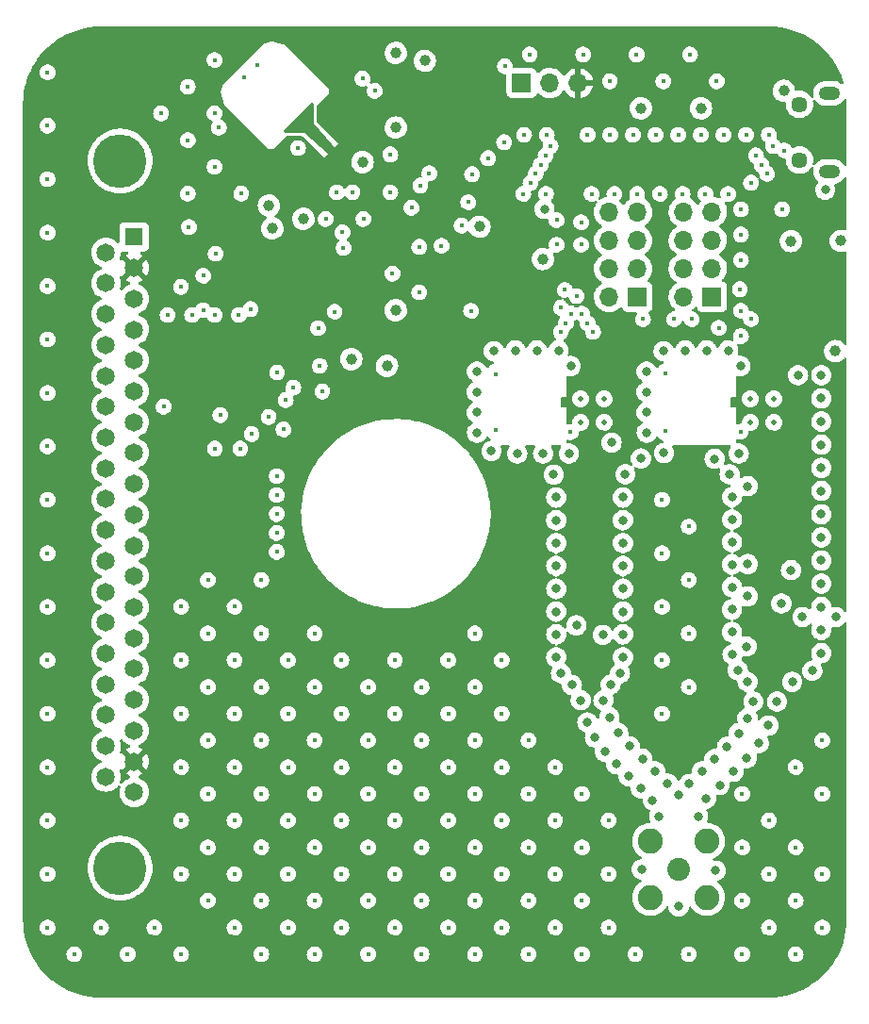
<source format=gbr>
%TF.GenerationSoftware,KiCad,Pcbnew,(6.0.1)*%
%TF.CreationDate,2022-01-19T11:33:41-06:00*%
%TF.ProjectId,Telemetry_KiCAD_Project,54656c65-6d65-4747-9279-5f4b69434144,rev?*%
%TF.SameCoordinates,Original*%
%TF.FileFunction,Copper,L3,Inr*%
%TF.FilePolarity,Positive*%
%FSLAX46Y46*%
G04 Gerber Fmt 4.6, Leading zero omitted, Abs format (unit mm)*
G04 Created by KiCad (PCBNEW (6.0.1)) date 2022-01-19 11:33:41*
%MOMM*%
%LPD*%
G01*
G04 APERTURE LIST*
%TA.AperFunction,ComponentPad*%
%ADD10R,1.700000X1.700000*%
%TD*%
%TA.AperFunction,ComponentPad*%
%ADD11O,1.700000X1.700000*%
%TD*%
%TA.AperFunction,ComponentPad*%
%ADD12C,0.500000*%
%TD*%
%TA.AperFunction,ComponentPad*%
%ADD13C,4.800000*%
%TD*%
%TA.AperFunction,ComponentPad*%
%ADD14C,1.650000*%
%TD*%
%TA.AperFunction,ComponentPad*%
%ADD15R,1.650000X1.650000*%
%TD*%
%TA.AperFunction,ComponentPad*%
%ADD16C,2.050000*%
%TD*%
%TA.AperFunction,ComponentPad*%
%ADD17C,2.250000*%
%TD*%
%TA.AperFunction,ComponentPad*%
%ADD18C,1.450000*%
%TD*%
%TA.AperFunction,ComponentPad*%
%ADD19O,1.900000X1.200000*%
%TD*%
%TA.AperFunction,ViaPad*%
%ADD20C,0.400000*%
%TD*%
%TA.AperFunction,ViaPad*%
%ADD21C,0.800000*%
%TD*%
%TA.AperFunction,ViaPad*%
%ADD22C,1.000000*%
%TD*%
G04 APERTURE END LIST*
D10*
%TO.N,GND*%
%TO.C,JP1*%
X127800000Y-59800000D03*
D11*
%TO.N,Net-(JP1-Pad2)*%
X130340000Y-59800000D03*
%TO.N,+3V3*%
X132880000Y-59800000D03*
%TD*%
D10*
%TO.N,/~{RX_SEL}*%
%TO.C,J2*%
X138190000Y-79000000D03*
D11*
%TO.N,/~{RX_IRQ}*%
X135650000Y-79000000D03*
%TO.N,/RX_SDI*%
X138190000Y-76460000D03*
%TO.N,/RX_SDO*%
X135650000Y-76460000D03*
%TO.N,/RX_SCL*%
X138190000Y-73920000D03*
%TO.N,/RX_RST*%
X135650000Y-73920000D03*
%TO.N,Net-(J2-Pad7)*%
X138190000Y-71380000D03*
%TO.N,GND*%
X135650000Y-71380000D03*
%TD*%
D12*
%TO.N,GND*%
%TO.C,U6*%
X150450000Y-88150000D03*
X150450000Y-90250000D03*
X148350000Y-88150000D03*
X148350000Y-90250000D03*
%TD*%
%TO.N,GND*%
%TO.C,U1*%
X133100000Y-90250000D03*
X133100000Y-88150000D03*
X135200000Y-90250000D03*
X135200000Y-88150000D03*
%TD*%
D13*
%TO.N,N/C*%
%TO.C,J5*%
X91730000Y-130305000D03*
X91730000Y-66805000D03*
D14*
%TO.N,+5V*%
X90460000Y-122100000D03*
%TO.N,Net-(J5-Pad36)*%
X90460000Y-119330000D03*
%TO.N,Net-(J5-Pad35)*%
X90460000Y-116560000D03*
%TO.N,Net-(J5-Pad34)*%
X90460000Y-113790000D03*
%TO.N,Net-(J5-Pad33)*%
X90460000Y-111020000D03*
%TO.N,Net-(J5-Pad32)*%
X90460000Y-108250000D03*
%TO.N,Net-(J5-Pad31)*%
X90460000Y-105480000D03*
%TO.N,Net-(J5-Pad30)*%
X90460000Y-102710000D03*
%TO.N,Net-(J5-Pad29)*%
X90460000Y-99940000D03*
%TO.N,Net-(J5-Pad28)*%
X90460000Y-97170000D03*
%TO.N,Net-(J5-Pad27)*%
X90460000Y-94400000D03*
%TO.N,/MCU_L562VE/ABORT_2*%
X90460000Y-91630000D03*
%TO.N,/37 Pin DSUB/NRST*%
X90460000Y-88860000D03*
%TO.N,/37 Pin DSUB/Alert_sda*%
X90460000Y-86090000D03*
%TO.N,/MCU_L562VE/DEBUG_SWCLK*%
X90460000Y-83320000D03*
%TO.N,/MCU_L562VE/SPI1_SCK*%
X90460000Y-80550000D03*
%TO.N,/MCU_L562VE/SPI1_MOSI*%
X90460000Y-77780000D03*
%TO.N,+5V*%
X90460000Y-75010000D03*
%TO.N,GND*%
X93000000Y-123485000D03*
%TO.N,+3V3*%
X93000000Y-120715000D03*
%TO.N,Net-(J5-Pad17)*%
X93000000Y-117945000D03*
%TO.N,Net-(J5-Pad16)*%
X93000000Y-115175000D03*
%TO.N,Net-(J5-Pad15)*%
X93000000Y-112405000D03*
%TO.N,Net-(J5-Pad14)*%
X93000000Y-109635000D03*
%TO.N,Net-(J5-Pad13)*%
X93000000Y-106865000D03*
%TO.N,Net-(J5-Pad12)*%
X93000000Y-104095000D03*
%TO.N,Net-(J5-Pad11)*%
X93000000Y-101325000D03*
%TO.N,Net-(J5-Pad10)*%
X93000000Y-98555000D03*
%TO.N,Net-(J5-Pad9)*%
X93000000Y-95785000D03*
%TO.N,Net-(J5-Pad8)*%
X93000000Y-93015000D03*
%TO.N,/MCU_L562VE/ABORT_1*%
X93000000Y-90245000D03*
%TO.N,/37 Pin DSUB/Alert_Active*%
X93000000Y-87475000D03*
%TO.N,/37 Pin DSUB/Alert_scl*%
X93000000Y-84705000D03*
%TO.N,/MCU_L562VE/DEBUG_SWDIO*%
X93000000Y-81935000D03*
%TO.N,/MCU_L562VE/SPI1_MISO*%
X93000000Y-79165000D03*
%TO.N,+3V3*%
X93000000Y-76395000D03*
D15*
%TO.N,GND*%
X93000000Y-73625000D03*
%TD*%
D11*
%TO.N,GND*%
%TO.C,J1*%
X142350000Y-71360001D03*
%TO.N,Net-(J1-Pad7)*%
X144890000Y-71360001D03*
%TO.N,/TX_RST*%
X142350000Y-73900001D03*
%TO.N,/TX_SCL*%
X144890000Y-73900001D03*
%TO.N,/TX_SDO*%
X142350000Y-76440001D03*
%TO.N,/TX_SDI*%
X144890000Y-76440001D03*
%TO.N,/~{TX_IRQ}*%
X142350000Y-78980001D03*
D10*
%TO.N,/~{TX_SEL}*%
X144890000Y-78980001D03*
%TD*%
D16*
%TO.N,/RSD_Duplexer/Antenna*%
%TO.C,J3*%
X141900000Y-130400000D03*
D17*
%TO.N,GND*%
X144440000Y-132940000D03*
X144440000Y-127860000D03*
X139360000Y-127860000D03*
X139360000Y-132940000D03*
%TD*%
D18*
%TO.N,N/C*%
%TO.C,J4*%
X152757500Y-66720000D03*
X152757500Y-61720000D03*
D19*
X155457500Y-67720000D03*
X155457500Y-60720000D03*
%TD*%
D20*
%TO.N,GND*%
X107709999Y-65625000D03*
%TO.N,/RX_RST*%
X131325000Y-79975000D03*
D21*
%TO.N,GND*%
X139040000Y-91190000D03*
X140580000Y-93020000D03*
X144423374Y-83800000D03*
X139025000Y-85700000D03*
X139020000Y-87530000D03*
X140550124Y-83865808D03*
X142486749Y-83800000D03*
X139020000Y-89360000D03*
X146360000Y-83800000D03*
X147460000Y-85210000D03*
X147300000Y-93060000D03*
X130900000Y-97000000D03*
X130680000Y-94960000D03*
X127410000Y-93060000D03*
X129730000Y-93060000D03*
D20*
X96000000Y-80630000D03*
X98200000Y-80630000D03*
X100236853Y-80630000D03*
X102400000Y-80628120D03*
X147609999Y-123625000D03*
X147609999Y-128425000D03*
X147609999Y-133225000D03*
X135609999Y-126025000D03*
X135609999Y-130825000D03*
X135609999Y-135625000D03*
X151200000Y-71128571D03*
D21*
X154710000Y-86030000D03*
X152630000Y-86030000D03*
D20*
X140525000Y-59640002D03*
X133325000Y-57240001D03*
X142925000Y-57240001D03*
X145325000Y-59640001D03*
X128525000Y-57240001D03*
X138125000Y-57240001D03*
X135725000Y-59640001D03*
X97909999Y-72725000D03*
X100310000Y-75125000D03*
X102609999Y-69725000D03*
X95409999Y-62525000D03*
X97809999Y-64925000D03*
X100209999Y-67325000D03*
X97809999Y-69725000D03*
X97809999Y-60125000D03*
X100209999Y-57725000D03*
X100209999Y-62525000D03*
X111200000Y-69609998D03*
X116001183Y-66212958D03*
X112607070Y-69607070D03*
X116001183Y-69607070D03*
X113587042Y-72001183D03*
X110192930Y-72001183D03*
X118600000Y-74509999D03*
X116200000Y-76909999D03*
X145500000Y-81771428D03*
X100236853Y-92630000D03*
X103544860Y-91319100D03*
X105074871Y-89789089D03*
X106604881Y-88259079D03*
X109664903Y-85199057D03*
X102521023Y-92628120D03*
X111000920Y-80327506D03*
X109514671Y-81813755D03*
D21*
X130900000Y-99050000D03*
X130900000Y-101100000D03*
X130900000Y-107250000D03*
X130900000Y-103150000D03*
X130900000Y-109300000D03*
X130900000Y-111350000D03*
X130900000Y-105200000D03*
X130900000Y-97000000D03*
X146700000Y-96970000D03*
X146700000Y-98990000D03*
X146700000Y-101010000D03*
X146700000Y-103030000D03*
X146700000Y-105050000D03*
X146700000Y-107070000D03*
X146700000Y-109090000D03*
X146740000Y-111110000D03*
X146480000Y-94930000D03*
X136900000Y-111350000D03*
X136900000Y-109300000D03*
X136900000Y-107250000D03*
X136900000Y-105200000D03*
X136900000Y-103150000D03*
X136900000Y-101100000D03*
X136900000Y-99050000D03*
X136900000Y-97000000D03*
X137110000Y-94930000D03*
D20*
X133140627Y-74312002D03*
X133140627Y-72289828D03*
X130940627Y-72102818D03*
X130940627Y-74308782D03*
X147500000Y-71128571D03*
X147500000Y-73407142D03*
X147500000Y-75685714D03*
X147400000Y-78314285D03*
X147500000Y-80242857D03*
X147500000Y-82521428D03*
X151400000Y-65850000D03*
X147965653Y-64450000D03*
X145931306Y-64450000D03*
X143896959Y-64450000D03*
X141862612Y-64450000D03*
X139828265Y-64450000D03*
X137793918Y-64450000D03*
X135759571Y-64450000D03*
X133725224Y-64450000D03*
X130056531Y-64450000D03*
X128022184Y-64450000D03*
X126218258Y-65110168D03*
X124779758Y-66548668D03*
X150000000Y-64450000D03*
X129988150Y-69750000D03*
X134079672Y-69750000D03*
X136125433Y-69750000D03*
X138171194Y-69750000D03*
X140216955Y-69750000D03*
X142262716Y-69750000D03*
X144308477Y-69750000D03*
X146354238Y-69750000D03*
X127942389Y-69750000D03*
D21*
X148105000Y-96000000D03*
X148110000Y-105890000D03*
X148036958Y-120414689D03*
X134382863Y-118570544D03*
X149976483Y-117482312D03*
X147279474Y-118188394D03*
X149107400Y-119065500D03*
X143987243Y-121612650D03*
X133699912Y-117199764D03*
X148617940Y-115334061D03*
X148080930Y-116823278D03*
X140923665Y-122714234D03*
X138646032Y-120466107D03*
X146816934Y-121632815D03*
X145588527Y-122842696D03*
X137507216Y-119342044D03*
X142857764Y-122725096D03*
X136294006Y-120954717D03*
X137384884Y-122031463D03*
X139784849Y-121590171D03*
X135255101Y-119829256D03*
X135680618Y-116736541D03*
X139566640Y-124184955D03*
X144360121Y-124052577D03*
X146246201Y-119387759D03*
X136474418Y-118122929D03*
X138475762Y-123108209D03*
X145116722Y-120500205D03*
X141890000Y-123680000D03*
X141899999Y-133731193D03*
X143650000Y-125650000D03*
X145230213Y-130519787D03*
X138568805Y-130399999D03*
X140150000Y-125650000D03*
D22*
X124000000Y-72700000D03*
X116500000Y-63800000D03*
X116500000Y-80200000D03*
X108200000Y-72000000D03*
X105412132Y-72849390D03*
X113500000Y-66900000D03*
X116500000Y-57100000D03*
X105100000Y-70800000D03*
X119100000Y-57800000D03*
X129700000Y-75600000D03*
X138510000Y-62060000D03*
X115700000Y-85200000D03*
D21*
X151990000Y-103540000D03*
X148110000Y-102990000D03*
X154710000Y-108910000D03*
X154710000Y-110990000D03*
X154710000Y-100590000D03*
X154710000Y-98510000D03*
X154710000Y-94350000D03*
X154710000Y-96430000D03*
X154710000Y-88110000D03*
X154710000Y-92270000D03*
X154710000Y-90190000D03*
X154710000Y-106830000D03*
X154710000Y-104750000D03*
X154710000Y-102670000D03*
D22*
X112500000Y-84600000D03*
D21*
X129850000Y-71100000D03*
D22*
X151990000Y-73990000D03*
D21*
X135154039Y-115228042D03*
X145133187Y-93533187D03*
X138514565Y-93504565D03*
X133100000Y-115220000D03*
X150730000Y-115330000D03*
X152109140Y-113569140D03*
X153912983Y-112562983D03*
X148088823Y-113561177D03*
X147220553Y-112509447D03*
X136631987Y-112801987D03*
X135784999Y-113814999D03*
X132312500Y-113837500D03*
X131326825Y-112793175D03*
X148000000Y-110400000D03*
X135090000Y-109350000D03*
X132730000Y-108490000D03*
X151130000Y-106520000D03*
X155070000Y-69370000D03*
D22*
X155970000Y-83870000D03*
D21*
X135880000Y-92080000D03*
D20*
X85209999Y-58825000D03*
X85209999Y-63625000D03*
X85209999Y-68425000D03*
X85209999Y-73225000D03*
X85209999Y-78025000D03*
X85209999Y-82825000D03*
X85209999Y-87625000D03*
X85209999Y-92425000D03*
X85209999Y-97225000D03*
X85209999Y-102025000D03*
X85209999Y-106825000D03*
X85209999Y-111625000D03*
X85209999Y-116425000D03*
X85209999Y-121225000D03*
X85209999Y-126025000D03*
X85209999Y-130825000D03*
X85209999Y-135625000D03*
X87609999Y-138025000D03*
X90009999Y-135625000D03*
X92409999Y-138025000D03*
X94809999Y-135625000D03*
X97209999Y-106825000D03*
X97209999Y-111625000D03*
X97209999Y-116425000D03*
X97209999Y-121225000D03*
X97209999Y-126025000D03*
X97209999Y-130825000D03*
X97209999Y-138025000D03*
X99609999Y-104425000D03*
X99609999Y-109225000D03*
X99609999Y-114025000D03*
X99609999Y-118825000D03*
X99609999Y-123625000D03*
X99609999Y-128425000D03*
X99609999Y-133225000D03*
X102009999Y-106825000D03*
X102009999Y-111625000D03*
X102009999Y-116425000D03*
X102009999Y-121225000D03*
X102009999Y-126025000D03*
X102009999Y-130825000D03*
X102009999Y-135625000D03*
X104409999Y-104425000D03*
X104409999Y-109225000D03*
X104409999Y-114025000D03*
X104409999Y-118825000D03*
X104409999Y-123625000D03*
X104409999Y-128425000D03*
X104409999Y-133225000D03*
X104409999Y-138025000D03*
X106809999Y-111625000D03*
X106809999Y-116425000D03*
X106809999Y-121225000D03*
X106809999Y-126025000D03*
X106809999Y-130825000D03*
X106809999Y-135625000D03*
X109209999Y-109225000D03*
X109209999Y-114025000D03*
X109209999Y-118825000D03*
X109209999Y-123625000D03*
X109209999Y-128425000D03*
X109209999Y-133225000D03*
X109209999Y-138025000D03*
X111609999Y-111625000D03*
X111609999Y-116425000D03*
X111609999Y-121225000D03*
X111609999Y-126025000D03*
X111609999Y-130825000D03*
X111609999Y-135625000D03*
X114009999Y-114025000D03*
X114009999Y-118825000D03*
X114009999Y-123625000D03*
X114009999Y-128425000D03*
X114009999Y-133225000D03*
X114009999Y-138025000D03*
X116409999Y-111625000D03*
X116409999Y-116425000D03*
X116409999Y-121225000D03*
X116409999Y-126025000D03*
X116409999Y-130825000D03*
X116409999Y-135625000D03*
X118809999Y-114025000D03*
X118809999Y-118825000D03*
X118809999Y-123625000D03*
X118809999Y-128425000D03*
X118809999Y-133225000D03*
X118809999Y-138025000D03*
X121209999Y-111625000D03*
X121209999Y-116425000D03*
X121209999Y-121225000D03*
X121209999Y-126025000D03*
X121209999Y-130825000D03*
X121209999Y-135625000D03*
X123609999Y-109225000D03*
X123609999Y-114025000D03*
X123609999Y-118825000D03*
X123609999Y-123625000D03*
X123609999Y-128425000D03*
X123609999Y-133225000D03*
X123609999Y-138025000D03*
X126009999Y-111625000D03*
X126009999Y-116425000D03*
X126009999Y-121225000D03*
X126009999Y-126025000D03*
X126009999Y-130825000D03*
X126009999Y-135625000D03*
X128409999Y-118825000D03*
X128409999Y-123625000D03*
X128409999Y-128425000D03*
X128409999Y-133225000D03*
X128409999Y-138025000D03*
X130809999Y-121225000D03*
X130809999Y-126025000D03*
X130809999Y-130825000D03*
X130809999Y-135625000D03*
X133209999Y-123625000D03*
X133209999Y-128425000D03*
X133209999Y-133225000D03*
X138009999Y-138025000D03*
X140409999Y-97225000D03*
X140409999Y-102025000D03*
X140409999Y-106825000D03*
X140409999Y-111625000D03*
X140409999Y-116425000D03*
X142809999Y-99625000D03*
X142809999Y-104425000D03*
X142809999Y-109225000D03*
X142809999Y-114025000D03*
X142809999Y-138025000D03*
X147609999Y-138025000D03*
X150009999Y-126025000D03*
X150009999Y-130825000D03*
X150009999Y-135625000D03*
X152409999Y-121225000D03*
X152409999Y-128425000D03*
X152409999Y-133225000D03*
X152409999Y-138025000D03*
X154809999Y-118825000D03*
X154809999Y-123625000D03*
X154809999Y-130825000D03*
X154809999Y-135625000D03*
X125450000Y-85940000D03*
X140720001Y-85880000D03*
X140709999Y-91010000D03*
D22*
X151350000Y-60500000D03*
D20*
X133209999Y-138025000D03*
X105800000Y-101900000D03*
X105800000Y-100200000D03*
X105800000Y-98500000D03*
X105800000Y-96800000D03*
X105800000Y-95100000D03*
X125460000Y-90985000D03*
D21*
X125090000Y-92830000D03*
X123790000Y-91190000D03*
%TO.N,+3V3*%
X152015000Y-95590000D03*
D22*
X122700000Y-59100000D03*
X124100000Y-60500000D03*
X118000000Y-59000000D03*
X105200000Y-67000000D03*
X128500000Y-74300000D03*
X103900000Y-75600000D03*
X117400000Y-85200000D03*
X111300000Y-83400000D03*
D21*
X128100000Y-71100000D03*
D22*
X151970000Y-82470000D03*
X155970000Y-78970000D03*
D20*
X136100000Y-90900000D03*
X151700000Y-87600000D03*
X136400000Y-87600000D03*
X151300000Y-91100000D03*
D22*
%TO.N,+5V*%
X143910000Y-62060000D03*
D21*
X156000000Y-107750000D03*
X153030000Y-107740000D03*
D22*
X156470000Y-73970000D03*
D20*
%TO.N,/~{TX_SEL}*%
X141500000Y-81000000D03*
X138700000Y-81000000D03*
X118600000Y-78600000D03*
%TO.N,/~{TX_IRQ}*%
X130400000Y-65450000D03*
X150400000Y-65450000D03*
%TO.N,/TX_SDI*%
X148850000Y-66300000D03*
X129950000Y-66300000D03*
%TO.N,/TX_SDO*%
X149350000Y-67150000D03*
X129500000Y-67150000D03*
%TO.N,/TX_SCL*%
X149850000Y-67950000D03*
X129050000Y-67950000D03*
%TO.N,/TX_RST*%
X147450000Y-91100000D03*
X148400000Y-68750000D03*
X128600000Y-68750000D03*
%TO.N,/RX_RST*%
X132200000Y-91150000D03*
%TO.N,/RX_SCL*%
X134220000Y-82155000D03*
D21*
%TO.N,GND*%
X123775000Y-85700000D03*
X123770000Y-87530000D03*
X123770000Y-89360000D03*
X125300124Y-83865808D03*
X127236749Y-83800000D03*
X129173374Y-83800000D03*
D20*
%TO.N,/RX_SCL*%
X131320000Y-82155000D03*
D21*
%TO.N,GND*%
X132210000Y-85210000D03*
X132050000Y-93060000D03*
X131110000Y-83800000D03*
D20*
X102875000Y-59325000D03*
X104050000Y-58150000D03*
X100600000Y-63800000D03*
X106400000Y-90900000D03*
X109900000Y-87500000D03*
X126300000Y-58300000D03*
X113500000Y-59400000D03*
X114600000Y-60500000D03*
%TO.N,+3V3*%
X131700000Y-58200000D03*
X110600000Y-62400000D03*
X111600000Y-63400000D03*
%TO.N,/37 Pin DSUB/NRST*%
X100730000Y-89620000D03*
X95640000Y-88860000D03*
X99200000Y-80200000D03*
X99200000Y-77100000D03*
%TO.N,/~{TX_SEL}*%
X143080001Y-81000000D03*
%TO.N,/TX_RST*%
X148400000Y-81000000D03*
%TO.N,/RX_RST*%
X123250000Y-80250000D03*
%TO.N,/RX_SDO*%
X133720000Y-81355000D03*
X131770000Y-81355000D03*
%TO.N,/RX_SDI*%
X133220000Y-80505000D03*
X132220000Y-80505000D03*
%TO.N,/~{RX_IRQ}*%
X131675000Y-78375000D03*
%TO.N,/~{RX_SEL}*%
X123000000Y-70500000D03*
X132725000Y-78925000D03*
%TO.N,/MCU_L562VE/DEBUG_SWDIO*%
X111700000Y-73200000D03*
%TO.N,/37 Pin DSUB/Alert_scl*%
X118700000Y-69000000D03*
%TO.N,/37 Pin DSUB/Alert_Active*%
X119500000Y-67900000D03*
%TO.N,/MCU_L562VE/ABORT_1*%
X105830000Y-85790000D03*
%TO.N,Net-(J5-Pad8)*%
X92744213Y-92630000D03*
%TO.N,/MCU_L562VE/SPI1_MOSI*%
X103450253Y-80100000D03*
%TO.N,/MCU_L562VE/SPI1_SCK*%
X97200000Y-78100000D03*
%TO.N,/MCU_L562VE/DEBUG_SWCLK*%
X111800000Y-74600000D03*
X120600000Y-74400000D03*
X122400000Y-72600000D03*
%TO.N,/37 Pin DSUB/Alert_sda*%
X117900000Y-71000000D03*
%TO.N,/MCU_L562VE/ABORT_2*%
X107290000Y-87140000D03*
%TO.N,Net-(U7-Pad84)*%
X123341258Y-67987169D03*
%TD*%
%TA.AperFunction,Conductor*%
%TO.N,+3V3*%
G36*
X150002352Y-54700088D02*
G01*
X150518397Y-54719397D01*
X150527793Y-54720101D01*
X151038619Y-54777657D01*
X151047934Y-54779061D01*
X151553007Y-54874627D01*
X151562193Y-54876723D01*
X152058740Y-55009772D01*
X152067744Y-55012550D01*
X152552944Y-55182329D01*
X152561684Y-55185759D01*
X153032859Y-55391330D01*
X153041348Y-55395418D01*
X153250099Y-55505746D01*
X153495848Y-55635627D01*
X153503993Y-55640331D01*
X153939261Y-55913829D01*
X153947026Y-55919123D01*
X154360647Y-56224389D01*
X154367992Y-56230246D01*
X154733330Y-56544645D01*
X154757637Y-56565563D01*
X154764544Y-56571972D01*
X155128028Y-56935456D01*
X155134436Y-56942362D01*
X155469754Y-57332008D01*
X155475611Y-57339353D01*
X155780877Y-57752974D01*
X155786171Y-57760739D01*
X156033454Y-58154286D01*
X156059665Y-58196000D01*
X156064373Y-58204152D01*
X156162866Y-58390511D01*
X156304582Y-58658652D01*
X156308668Y-58667138D01*
X156514241Y-59138316D01*
X156517671Y-59147056D01*
X156656261Y-59543124D01*
X156687450Y-59632256D01*
X156690228Y-59641260D01*
X156713893Y-59729579D01*
X156712203Y-59800555D01*
X156672409Y-59859351D01*
X156607145Y-59887299D01*
X156537131Y-59875526D01*
X156505054Y-59853206D01*
X156501985Y-59850268D01*
X156501980Y-59850264D01*
X156497650Y-59846119D01*
X156319952Y-59731380D01*
X156251877Y-59703945D01*
X156129332Y-59654558D01*
X156129329Y-59654557D01*
X156123763Y-59652314D01*
X155916163Y-59611772D01*
X155910601Y-59611500D01*
X155054654Y-59611500D01*
X154896934Y-59626548D01*
X154693966Y-59686092D01*
X154688639Y-59688836D01*
X154688638Y-59688836D01*
X154511251Y-59780196D01*
X154511248Y-59780198D01*
X154505920Y-59782942D01*
X154339580Y-59913604D01*
X154335648Y-59918135D01*
X154335645Y-59918138D01*
X154218344Y-60053316D01*
X154200948Y-60073363D01*
X154197948Y-60078549D01*
X154197945Y-60078553D01*
X154110603Y-60229530D01*
X154095027Y-60256454D01*
X154025639Y-60456271D01*
X154024778Y-60462206D01*
X154024778Y-60462208D01*
X153997429Y-60650834D01*
X153995287Y-60665604D01*
X154005067Y-60876899D01*
X154006471Y-60882724D01*
X154006471Y-60882725D01*
X154023491Y-60953347D01*
X154020006Y-61024258D01*
X153978737Y-61082028D01*
X153912786Y-61108315D01*
X153843093Y-61094774D01*
X153797785Y-61055139D01*
X153709184Y-60928604D01*
X153709182Y-60928601D01*
X153706025Y-60924093D01*
X153553407Y-60771475D01*
X153548038Y-60767715D01*
X153432496Y-60686812D01*
X153376606Y-60647677D01*
X153371624Y-60645354D01*
X153371619Y-60645351D01*
X153185975Y-60558784D01*
X153185974Y-60558783D01*
X153180993Y-60556461D01*
X153175685Y-60555039D01*
X153175683Y-60555038D01*
X152977828Y-60502023D01*
X152977826Y-60502023D01*
X152972513Y-60500599D01*
X152757500Y-60481788D01*
X152542487Y-60500599D01*
X152537176Y-60502022D01*
X152537165Y-60502024D01*
X152511535Y-60508892D01*
X152440558Y-60507203D01*
X152381762Y-60467409D01*
X152353524Y-60399482D01*
X152348486Y-60348100D01*
X152344080Y-60303167D01*
X152341697Y-60295272D01*
X152303676Y-60169344D01*
X152286916Y-60113831D01*
X152194066Y-59939204D01*
X152115496Y-59842868D01*
X152072960Y-59790713D01*
X152072957Y-59790710D01*
X152069065Y-59785938D01*
X152064316Y-59782009D01*
X151921425Y-59663799D01*
X151921421Y-59663797D01*
X151916675Y-59659870D01*
X151742701Y-59565802D01*
X151553768Y-59507318D01*
X151547643Y-59506674D01*
X151547642Y-59506674D01*
X151363204Y-59487289D01*
X151363202Y-59487289D01*
X151357075Y-59486645D01*
X151274576Y-59494153D01*
X151166251Y-59504011D01*
X151166248Y-59504012D01*
X151160112Y-59504570D01*
X151154206Y-59506308D01*
X151154202Y-59506309D01*
X151057822Y-59534675D01*
X150970381Y-59560410D01*
X150964923Y-59563263D01*
X150964919Y-59563265D01*
X150874147Y-59610720D01*
X150795110Y-59652040D01*
X150640975Y-59775968D01*
X150513846Y-59927474D01*
X150510879Y-59932872D01*
X150510875Y-59932877D01*
X150479472Y-59990000D01*
X150418567Y-60100787D01*
X150416706Y-60106654D01*
X150416705Y-60106656D01*
X150369186Y-60256454D01*
X150358765Y-60289306D01*
X150336719Y-60485851D01*
X150338153Y-60502930D01*
X150351813Y-60665604D01*
X150353268Y-60682934D01*
X150364647Y-60722618D01*
X150397486Y-60837139D01*
X150407783Y-60873050D01*
X150428483Y-60913327D01*
X150488820Y-61030729D01*
X150498187Y-61048956D01*
X150621035Y-61203953D01*
X150625728Y-61207947D01*
X150625729Y-61207948D01*
X150734578Y-61300585D01*
X150771650Y-61332136D01*
X150944294Y-61428624D01*
X151132392Y-61489740D01*
X151328777Y-61513158D01*
X151334912Y-61512686D01*
X151334914Y-61512686D01*
X151377285Y-61509425D01*
X151390661Y-61508396D01*
X151460115Y-61523113D01*
X151510588Y-61573043D01*
X151525849Y-61645007D01*
X151519288Y-61720000D01*
X151538099Y-61935013D01*
X151539523Y-61940326D01*
X151539523Y-61940328D01*
X151580110Y-62091799D01*
X151593961Y-62143493D01*
X151596283Y-62148474D01*
X151596284Y-62148475D01*
X151682851Y-62334119D01*
X151682854Y-62334124D01*
X151685177Y-62339106D01*
X151808975Y-62515907D01*
X151961593Y-62668525D01*
X151966101Y-62671682D01*
X151966104Y-62671684D01*
X152020425Y-62709720D01*
X152138394Y-62792323D01*
X152143376Y-62794646D01*
X152143381Y-62794649D01*
X152329025Y-62881216D01*
X152334007Y-62883539D01*
X152339315Y-62884961D01*
X152339317Y-62884962D01*
X152537172Y-62937977D01*
X152537174Y-62937977D01*
X152542487Y-62939401D01*
X152757500Y-62958212D01*
X152972513Y-62939401D01*
X152977826Y-62937977D01*
X152977828Y-62937977D01*
X153175683Y-62884962D01*
X153175685Y-62884961D01*
X153180993Y-62883539D01*
X153185975Y-62881216D01*
X153371619Y-62794649D01*
X153371624Y-62794646D01*
X153376606Y-62792323D01*
X153494575Y-62709720D01*
X153548896Y-62671684D01*
X153548899Y-62671682D01*
X153553407Y-62668525D01*
X153706025Y-62515907D01*
X153829823Y-62339106D01*
X153832146Y-62334124D01*
X153832149Y-62334119D01*
X153918716Y-62148475D01*
X153918717Y-62148474D01*
X153921039Y-62143493D01*
X153934891Y-62091799D01*
X153975477Y-61940328D01*
X153975477Y-61940326D01*
X153976901Y-61935013D01*
X153995712Y-61720000D01*
X153976901Y-61504987D01*
X153975477Y-61499672D01*
X153959278Y-61439216D01*
X153960968Y-61368239D01*
X154000762Y-61309444D01*
X154066027Y-61281496D01*
X154136040Y-61293270D01*
X154183754Y-61333704D01*
X154230781Y-61400000D01*
X154251086Y-61428624D01*
X154264554Y-61447611D01*
X154417350Y-61593881D01*
X154595048Y-61708620D01*
X154613698Y-61716136D01*
X154785668Y-61785442D01*
X154785671Y-61785443D01*
X154791237Y-61787686D01*
X154998837Y-61828228D01*
X155004399Y-61828500D01*
X155860346Y-61828500D01*
X156018066Y-61813452D01*
X156221034Y-61753908D01*
X156228622Y-61750000D01*
X156403749Y-61659804D01*
X156403752Y-61659802D01*
X156409080Y-61657058D01*
X156575420Y-61526396D01*
X156579352Y-61521865D01*
X156579355Y-61521862D01*
X156710121Y-61371167D01*
X156714052Y-61366637D01*
X156752264Y-61300585D01*
X156803690Y-61251637D01*
X156873415Y-61238262D01*
X156939303Y-61264707D01*
X156980434Y-61322575D01*
X156987240Y-61358969D01*
X156992831Y-61508396D01*
X156999912Y-61697648D01*
X157000000Y-61702359D01*
X157000000Y-67089763D01*
X156979998Y-67157884D01*
X156926342Y-67204377D01*
X156856068Y-67214481D01*
X156791488Y-67184987D01*
X156771230Y-67162663D01*
X156653912Y-66997275D01*
X156653911Y-66997274D01*
X156650446Y-66992389D01*
X156497650Y-66846119D01*
X156319952Y-66731380D01*
X156230736Y-66695425D01*
X156129332Y-66654558D01*
X156129329Y-66654557D01*
X156123763Y-66652314D01*
X155916163Y-66611772D01*
X155910601Y-66611500D01*
X155054654Y-66611500D01*
X154896934Y-66626548D01*
X154693966Y-66686092D01*
X154688639Y-66688836D01*
X154688638Y-66688836D01*
X154511251Y-66780196D01*
X154511248Y-66780198D01*
X154505920Y-66782942D01*
X154339580Y-66913604D01*
X154335652Y-66918131D01*
X154335645Y-66918138D01*
X154257050Y-67008711D01*
X154200948Y-67073363D01*
X154197946Y-67078553D01*
X154192186Y-67088508D01*
X154140759Y-67137455D01*
X154071033Y-67150828D01*
X154005146Y-67124381D01*
X153964017Y-67066511D01*
X153961418Y-66992797D01*
X153975476Y-66940335D01*
X153975478Y-66940324D01*
X153976901Y-66935013D01*
X153995712Y-66720000D01*
X153976901Y-66504987D01*
X153973358Y-66491764D01*
X153922462Y-66301817D01*
X153922461Y-66301815D01*
X153921039Y-66296507D01*
X153915671Y-66284995D01*
X153832149Y-66105881D01*
X153832146Y-66105876D01*
X153829823Y-66100894D01*
X153733954Y-65963980D01*
X153709184Y-65928604D01*
X153709182Y-65928601D01*
X153706025Y-65924093D01*
X153553407Y-65771475D01*
X153546844Y-65766879D01*
X153444978Y-65695552D01*
X153376606Y-65647677D01*
X153371624Y-65645354D01*
X153371619Y-65645351D01*
X153185975Y-65558784D01*
X153185974Y-65558783D01*
X153180993Y-65556461D01*
X153175685Y-65555039D01*
X153175683Y-65555038D01*
X152977828Y-65502023D01*
X152977826Y-65502023D01*
X152972513Y-65500599D01*
X152757500Y-65481788D01*
X152542487Y-65500599D01*
X152537174Y-65502023D01*
X152537172Y-65502023D01*
X152339317Y-65555038D01*
X152339315Y-65555039D01*
X152334007Y-65556461D01*
X152329026Y-65558783D01*
X152329025Y-65558784D01*
X152212684Y-65613035D01*
X152142492Y-65623696D01*
X152077680Y-65594716D01*
X152041568Y-65543376D01*
X152035173Y-65526451D01*
X152035171Y-65526447D01*
X152032487Y-65519344D01*
X151974516Y-65434995D01*
X151939659Y-65384278D01*
X151939658Y-65384276D01*
X151935357Y-65378019D01*
X151842053Y-65294888D01*
X151812993Y-65268996D01*
X151812990Y-65268994D01*
X151807321Y-65263943D01*
X151655769Y-65183700D01*
X151645251Y-65181058D01*
X151496822Y-65143775D01*
X151496818Y-65143775D01*
X151489451Y-65141924D01*
X151481852Y-65141884D01*
X151481850Y-65141884D01*
X151410394Y-65141510D01*
X151317969Y-65141026D01*
X151310589Y-65142798D01*
X151310587Y-65142798D01*
X151169028Y-65176783D01*
X151098120Y-65173236D01*
X151040386Y-65131916D01*
X151032785Y-65120132D01*
X151032487Y-65119344D01*
X150980702Y-65043996D01*
X150939659Y-64984278D01*
X150939658Y-64984276D01*
X150935357Y-64978019D01*
X150913674Y-64958700D01*
X150812993Y-64868996D01*
X150812990Y-64868994D01*
X150807321Y-64863943D01*
X150734371Y-64825318D01*
X150683528Y-64775766D01*
X150667546Y-64706591D01*
X150676422Y-64666969D01*
X150686552Y-64641768D01*
X150686553Y-64641764D01*
X150689385Y-64634720D01*
X150704408Y-64529164D01*
X150712966Y-64469031D01*
X150712966Y-64469027D01*
X150713547Y-64464947D01*
X150713704Y-64450000D01*
X150706299Y-64388813D01*
X150694015Y-64287299D01*
X150694014Y-64287296D01*
X150693102Y-64279758D01*
X150688036Y-64266349D01*
X150635171Y-64126447D01*
X150632487Y-64119344D01*
X150574454Y-64034905D01*
X150539659Y-63984278D01*
X150539658Y-63984276D01*
X150535357Y-63978019D01*
X150529686Y-63972966D01*
X150412993Y-63868996D01*
X150412990Y-63868994D01*
X150407321Y-63863943D01*
X150399325Y-63859709D01*
X150262481Y-63787254D01*
X150262482Y-63787254D01*
X150255769Y-63783700D01*
X150238196Y-63779286D01*
X150096822Y-63743775D01*
X150096818Y-63743775D01*
X150089451Y-63741924D01*
X150081852Y-63741884D01*
X150081850Y-63741884D01*
X150010394Y-63741510D01*
X149917969Y-63741026D01*
X149910589Y-63742798D01*
X149910587Y-63742798D01*
X149758602Y-63779286D01*
X149758598Y-63779287D01*
X149751223Y-63781058D01*
X149598839Y-63859709D01*
X149469615Y-63972439D01*
X149371010Y-64112739D01*
X149347496Y-64173050D01*
X149313775Y-64259539D01*
X149308718Y-64272509D01*
X149307726Y-64280042D01*
X149307726Y-64280043D01*
X149287661Y-64432457D01*
X149286335Y-64442526D01*
X149294875Y-64519877D01*
X149303169Y-64595002D01*
X149305153Y-64612975D01*
X149307762Y-64620106D01*
X149307763Y-64620108D01*
X149324912Y-64666969D01*
X149364085Y-64774015D01*
X149368322Y-64780321D01*
X149368324Y-64780324D01*
X149380509Y-64798457D01*
X149459730Y-64916349D01*
X149586565Y-65031760D01*
X149609101Y-65043996D01*
X149667220Y-65075552D01*
X149717541Y-65125635D01*
X149732798Y-65194972D01*
X149724491Y-65232052D01*
X149711479Y-65265426D01*
X149711478Y-65265430D01*
X149708718Y-65272509D01*
X149707726Y-65280042D01*
X149707726Y-65280043D01*
X149688214Y-65428257D01*
X149686335Y-65442526D01*
X149693424Y-65506733D01*
X149703521Y-65598191D01*
X149705153Y-65612975D01*
X149707762Y-65620106D01*
X149707763Y-65620108D01*
X149713514Y-65635822D01*
X149764085Y-65774015D01*
X149768322Y-65780321D01*
X149768324Y-65780324D01*
X149794880Y-65819843D01*
X149859730Y-65916349D01*
X149986565Y-66031760D01*
X150137268Y-66113585D01*
X150303139Y-66157101D01*
X150390586Y-66158474D01*
X150467003Y-66159675D01*
X150467006Y-66159675D01*
X150474602Y-66159794D01*
X150482006Y-66158098D01*
X150482008Y-66158098D01*
X150632783Y-66123566D01*
X150703650Y-66127855D01*
X150760948Y-66169777D01*
X150765490Y-66176105D01*
X150859730Y-66316349D01*
X150986565Y-66431760D01*
X151137268Y-66513585D01*
X151303139Y-66557101D01*
X151397885Y-66558589D01*
X151465683Y-66579658D01*
X151511327Y-66634037D01*
X151521426Y-66695556D01*
X151519767Y-66714516D01*
X151519767Y-66714525D01*
X151519288Y-66720000D01*
X151538099Y-66935013D01*
X151539523Y-66940326D01*
X151539523Y-66940328D01*
X151579322Y-67088858D01*
X151593961Y-67143493D01*
X151596283Y-67148474D01*
X151596284Y-67148475D01*
X151682851Y-67334119D01*
X151682854Y-67334124D01*
X151685177Y-67339106D01*
X151740032Y-67417447D01*
X151804643Y-67509720D01*
X151808975Y-67515907D01*
X151961593Y-67668525D01*
X151966101Y-67671682D01*
X151966104Y-67671684D01*
X152029431Y-67716026D01*
X152138394Y-67792323D01*
X152143376Y-67794646D01*
X152143381Y-67794649D01*
X152306922Y-67870909D01*
X152334007Y-67883539D01*
X152339315Y-67884961D01*
X152339317Y-67884962D01*
X152537172Y-67937977D01*
X152537174Y-67937977D01*
X152542487Y-67939401D01*
X152757500Y-67958212D01*
X152972513Y-67939401D01*
X152977826Y-67937977D01*
X152977828Y-67937977D01*
X153175683Y-67884962D01*
X153175685Y-67884961D01*
X153180993Y-67883539D01*
X153208078Y-67870909D01*
X153371619Y-67794649D01*
X153371624Y-67794646D01*
X153376606Y-67792323D01*
X153485569Y-67716026D01*
X153548896Y-67671684D01*
X153548899Y-67671682D01*
X153553407Y-67668525D01*
X153706025Y-67515907D01*
X153710358Y-67509720D01*
X153756741Y-67443477D01*
X153794253Y-67389905D01*
X153849709Y-67345578D01*
X153920328Y-67338269D01*
X153983689Y-67370300D01*
X154019674Y-67431501D01*
X154022161Y-67480257D01*
X153996778Y-67655324D01*
X153995287Y-67665604D01*
X154005067Y-67876899D01*
X154006471Y-67882724D01*
X154006471Y-67882725D01*
X154045049Y-68042798D01*
X154054625Y-68082534D01*
X154057107Y-68087992D01*
X154057108Y-68087996D01*
X154091834Y-68164371D01*
X154142174Y-68275087D01*
X154212125Y-68373700D01*
X154259118Y-68439947D01*
X154264554Y-68447611D01*
X154268881Y-68451753D01*
X154268886Y-68451759D01*
X154398333Y-68575677D01*
X154433710Y-68637232D01*
X154430191Y-68708141D01*
X154404839Y-68751005D01*
X154340457Y-68822509D01*
X154330960Y-68833056D01*
X154235473Y-68998444D01*
X154176458Y-69180072D01*
X154175768Y-69186633D01*
X154175768Y-69186635D01*
X154165708Y-69282353D01*
X154156496Y-69370000D01*
X154157186Y-69376565D01*
X154174409Y-69540429D01*
X154176458Y-69559928D01*
X154235473Y-69741556D01*
X154238776Y-69747278D01*
X154238777Y-69747279D01*
X154251336Y-69769031D01*
X154330960Y-69906944D01*
X154335378Y-69911851D01*
X154335379Y-69911852D01*
X154444007Y-70032496D01*
X154458747Y-70048866D01*
X154520903Y-70094025D01*
X154607637Y-70157041D01*
X154613248Y-70161118D01*
X154619276Y-70163802D01*
X154619278Y-70163803D01*
X154781681Y-70236109D01*
X154787712Y-70238794D01*
X154868956Y-70256063D01*
X154968056Y-70277128D01*
X154968061Y-70277128D01*
X154974513Y-70278500D01*
X155165487Y-70278500D01*
X155171939Y-70277128D01*
X155171944Y-70277128D01*
X155271044Y-70256063D01*
X155352288Y-70238794D01*
X155358319Y-70236109D01*
X155520722Y-70163803D01*
X155520724Y-70163802D01*
X155526752Y-70161118D01*
X155532364Y-70157041D01*
X155619097Y-70094025D01*
X155681253Y-70048866D01*
X155695993Y-70032496D01*
X155804621Y-69911852D01*
X155804622Y-69911851D01*
X155809040Y-69906944D01*
X155888664Y-69769031D01*
X155901223Y-69747279D01*
X155901224Y-69747278D01*
X155904527Y-69741556D01*
X155963542Y-69559928D01*
X155965592Y-69540429D01*
X155982814Y-69376565D01*
X155983504Y-69370000D01*
X155974292Y-69282353D01*
X155964232Y-69186635D01*
X155964232Y-69186633D01*
X155963542Y-69180072D01*
X155932229Y-69083700D01*
X155906568Y-69004725D01*
X155906567Y-69004724D01*
X155904527Y-68998444D01*
X155901223Y-68992721D01*
X155900676Y-68991492D01*
X155891241Y-68921125D01*
X155921347Y-68856828D01*
X155981435Y-68819014D01*
X156003812Y-68814812D01*
X156006339Y-68814571D01*
X156018066Y-68813452D01*
X156221034Y-68753908D01*
X156228622Y-68750000D01*
X156403749Y-68659804D01*
X156403752Y-68659802D01*
X156409080Y-68657058D01*
X156575420Y-68526396D01*
X156579352Y-68521865D01*
X156579355Y-68521862D01*
X156710121Y-68371167D01*
X156714052Y-68366637D01*
X156717052Y-68361451D01*
X156717055Y-68361447D01*
X156764936Y-68278681D01*
X156816361Y-68229732D01*
X156886087Y-68216357D01*
X156951975Y-68242801D01*
X156993106Y-68300670D01*
X157000000Y-68341776D01*
X157000000Y-72907401D01*
X156979998Y-72975522D01*
X156926342Y-73022015D01*
X156856068Y-73032119D01*
X156836741Y-73027766D01*
X156745821Y-72999622D01*
X156673768Y-72977318D01*
X156667643Y-72976674D01*
X156667642Y-72976674D01*
X156483204Y-72957289D01*
X156483202Y-72957289D01*
X156477075Y-72956645D01*
X156425508Y-72961338D01*
X156286251Y-72974011D01*
X156286248Y-72974012D01*
X156280112Y-72974570D01*
X156274206Y-72976308D01*
X156274202Y-72976309D01*
X156194991Y-72999622D01*
X156090381Y-73030410D01*
X156084923Y-73033263D01*
X156084919Y-73033265D01*
X156003514Y-73075823D01*
X155915110Y-73122040D01*
X155760975Y-73245968D01*
X155757011Y-73250692D01*
X155752609Y-73255938D01*
X155633846Y-73397474D01*
X155630879Y-73402872D01*
X155630875Y-73402877D01*
X155559815Y-73532136D01*
X155538567Y-73570787D01*
X155536706Y-73576654D01*
X155536705Y-73576656D01*
X155481492Y-73750710D01*
X155478765Y-73759306D01*
X155456719Y-73955851D01*
X155459799Y-73992526D01*
X155472693Y-74146081D01*
X155473268Y-74152934D01*
X155483343Y-74188070D01*
X155524802Y-74332653D01*
X155527783Y-74343050D01*
X155530602Y-74348535D01*
X155609743Y-74502525D01*
X155618187Y-74518956D01*
X155741035Y-74673953D01*
X155745728Y-74677947D01*
X155745729Y-74677948D01*
X155883053Y-74794819D01*
X155891650Y-74802136D01*
X156064294Y-74898624D01*
X156252392Y-74959740D01*
X156448777Y-74983158D01*
X156454912Y-74982686D01*
X156454914Y-74982686D01*
X156639830Y-74968457D01*
X156639834Y-74968456D01*
X156645972Y-74967984D01*
X156836463Y-74914798D01*
X156836951Y-74916546D01*
X156899176Y-74911280D01*
X156961927Y-74944490D01*
X156996761Y-75006353D01*
X157000000Y-75034739D01*
X157000000Y-83183332D01*
X156979998Y-83251453D01*
X156926342Y-83297946D01*
X156856068Y-83308050D01*
X156791488Y-83278556D01*
X156776357Y-83262968D01*
X156692960Y-83160713D01*
X156692957Y-83160710D01*
X156689065Y-83155938D01*
X156680697Y-83149015D01*
X156541425Y-83033799D01*
X156541421Y-83033797D01*
X156536675Y-83029870D01*
X156362701Y-82935802D01*
X156173768Y-82877318D01*
X156167643Y-82876674D01*
X156167642Y-82876674D01*
X155983204Y-82857289D01*
X155983202Y-82857289D01*
X155977075Y-82856645D01*
X155894576Y-82864153D01*
X155786251Y-82874011D01*
X155786248Y-82874012D01*
X155780112Y-82874570D01*
X155774206Y-82876308D01*
X155774202Y-82876309D01*
X155672991Y-82906097D01*
X155590381Y-82930410D01*
X155584923Y-82933263D01*
X155584919Y-82933265D01*
X155526931Y-82963581D01*
X155415110Y-83022040D01*
X155260975Y-83145968D01*
X155133846Y-83297474D01*
X155130879Y-83302872D01*
X155130875Y-83302877D01*
X155064991Y-83422721D01*
X155038567Y-83470787D01*
X155036706Y-83476654D01*
X155036705Y-83476656D01*
X154996306Y-83604011D01*
X154978765Y-83659306D01*
X154956719Y-83855851D01*
X154959245Y-83885938D01*
X154968505Y-83996206D01*
X154973268Y-84052934D01*
X154983146Y-84087383D01*
X155019405Y-84213831D01*
X155027783Y-84243050D01*
X155034623Y-84256359D01*
X155112382Y-84407660D01*
X155118187Y-84418956D01*
X155241035Y-84573953D01*
X155245728Y-84577947D01*
X155245729Y-84577948D01*
X155364200Y-84678774D01*
X155391650Y-84702136D01*
X155564294Y-84798624D01*
X155752392Y-84859740D01*
X155948777Y-84883158D01*
X155954912Y-84882686D01*
X155954914Y-84882686D01*
X156139830Y-84868457D01*
X156139834Y-84868456D01*
X156145972Y-84867984D01*
X156336463Y-84814798D01*
X156341967Y-84812018D01*
X156341969Y-84812017D01*
X156507495Y-84728404D01*
X156507497Y-84728403D01*
X156512996Y-84725625D01*
X156668847Y-84603861D01*
X156675205Y-84596495D01*
X156778619Y-84476689D01*
X156838272Y-84438192D01*
X156909268Y-84438057D01*
X156969067Y-84476326D01*
X156998683Y-84540851D01*
X157000000Y-84559020D01*
X157000000Y-107194814D01*
X156979998Y-107262935D01*
X156926342Y-107309428D01*
X156856068Y-107319532D01*
X156791488Y-107290038D01*
X156764881Y-107257814D01*
X156742341Y-107218774D01*
X156739040Y-107213056D01*
X156728686Y-107201556D01*
X156615675Y-107076045D01*
X156615674Y-107076044D01*
X156611253Y-107071134D01*
X156456752Y-106958882D01*
X156450724Y-106956198D01*
X156450722Y-106956197D01*
X156288319Y-106883891D01*
X156288318Y-106883891D01*
X156282288Y-106881206D01*
X156188887Y-106861353D01*
X156101944Y-106842872D01*
X156101939Y-106842872D01*
X156095487Y-106841500D01*
X155904513Y-106841500D01*
X155898061Y-106842872D01*
X155898056Y-106842872D01*
X155767707Y-106870579D01*
X155696916Y-106865177D01*
X155640284Y-106822360D01*
X155616200Y-106760503D01*
X155604232Y-106646635D01*
X155604232Y-106646633D01*
X155603542Y-106640072D01*
X155544527Y-106458444D01*
X155526341Y-106426944D01*
X155501484Y-106383891D01*
X155449040Y-106293056D01*
X155443739Y-106287168D01*
X155325675Y-106156045D01*
X155325674Y-106156044D01*
X155321253Y-106151134D01*
X155166752Y-106038882D01*
X155160724Y-106036198D01*
X155160722Y-106036197D01*
X154998319Y-105963891D01*
X154998318Y-105963891D01*
X154992288Y-105961206D01*
X154898888Y-105941353D01*
X154811944Y-105922872D01*
X154811939Y-105922872D01*
X154805487Y-105921500D01*
X154614513Y-105921500D01*
X154608061Y-105922872D01*
X154608056Y-105922872D01*
X154521112Y-105941353D01*
X154427712Y-105961206D01*
X154421682Y-105963891D01*
X154421681Y-105963891D01*
X154259278Y-106036197D01*
X154259276Y-106036198D01*
X154253248Y-106038882D01*
X154098747Y-106151134D01*
X154094326Y-106156044D01*
X154094325Y-106156045D01*
X153976262Y-106287168D01*
X153970960Y-106293056D01*
X153918516Y-106383891D01*
X153893660Y-106426944D01*
X153875473Y-106458444D01*
X153816458Y-106640072D01*
X153815768Y-106646633D01*
X153815768Y-106646635D01*
X153797807Y-106817526D01*
X153796496Y-106830000D01*
X153802804Y-106890012D01*
X153806051Y-106920908D01*
X153793279Y-106990747D01*
X153744777Y-107042593D01*
X153675944Y-107059988D01*
X153606680Y-107036015D01*
X153492094Y-106952763D01*
X153492093Y-106952762D01*
X153486752Y-106948882D01*
X153480724Y-106946198D01*
X153480722Y-106946197D01*
X153318319Y-106873891D01*
X153318318Y-106873891D01*
X153312288Y-106871206D01*
X153218888Y-106851353D01*
X153131944Y-106832872D01*
X153131939Y-106832872D01*
X153125487Y-106831500D01*
X152934513Y-106831500D01*
X152928061Y-106832872D01*
X152928056Y-106832872D01*
X152841112Y-106851353D01*
X152747712Y-106871206D01*
X152741682Y-106873891D01*
X152741681Y-106873891D01*
X152579278Y-106946197D01*
X152579276Y-106946198D01*
X152573248Y-106948882D01*
X152567907Y-106952762D01*
X152567906Y-106952763D01*
X152545080Y-106969347D01*
X152418747Y-107061134D01*
X152414326Y-107066044D01*
X152414325Y-107066045D01*
X152299155Y-107193955D01*
X152290960Y-107203056D01*
X152195473Y-107368444D01*
X152136458Y-107550072D01*
X152135768Y-107556633D01*
X152135768Y-107556635D01*
X152128945Y-107621556D01*
X152116496Y-107740000D01*
X152117186Y-107746565D01*
X152124489Y-107816045D01*
X152136458Y-107929928D01*
X152195473Y-108111556D01*
X152198776Y-108117277D01*
X152198777Y-108117279D01*
X152202825Y-108124290D01*
X152290960Y-108276944D01*
X152295378Y-108281851D01*
X152295379Y-108281852D01*
X152408289Y-108407251D01*
X152418747Y-108418866D01*
X152493831Y-108473418D01*
X152554915Y-108517798D01*
X152573248Y-108531118D01*
X152579276Y-108533802D01*
X152579278Y-108533803D01*
X152644324Y-108562763D01*
X152747712Y-108608794D01*
X152828871Y-108626045D01*
X152928056Y-108647128D01*
X152928061Y-108647128D01*
X152934513Y-108648500D01*
X153125487Y-108648500D01*
X153131939Y-108647128D01*
X153131944Y-108647128D01*
X153231129Y-108626045D01*
X153312288Y-108608794D01*
X153415676Y-108562763D01*
X153480722Y-108533803D01*
X153480724Y-108533802D01*
X153486752Y-108531118D01*
X153505086Y-108517798D01*
X153566169Y-108473418D01*
X153641253Y-108418866D01*
X153684327Y-108371027D01*
X153744772Y-108333789D01*
X153815756Y-108335141D01*
X153874740Y-108374655D01*
X153902998Y-108439786D01*
X153891558Y-108509854D01*
X153887085Y-108518331D01*
X153875473Y-108538444D01*
X153816458Y-108720072D01*
X153815768Y-108726633D01*
X153815768Y-108726635D01*
X153812337Y-108759278D01*
X153796496Y-108910000D01*
X153797186Y-108916565D01*
X153815415Y-109090000D01*
X153816458Y-109099928D01*
X153875473Y-109281556D01*
X153970960Y-109446944D01*
X153975378Y-109451851D01*
X153975379Y-109451852D01*
X154086260Y-109574998D01*
X154098747Y-109588866D01*
X154191003Y-109655894D01*
X154220437Y-109677279D01*
X154253248Y-109701118D01*
X154259276Y-109703802D01*
X154259278Y-109703803D01*
X154421681Y-109776109D01*
X154427712Y-109778794D01*
X154521113Y-109798647D01*
X154608056Y-109817128D01*
X154608061Y-109817128D01*
X154614513Y-109818500D01*
X154805487Y-109818500D01*
X154811939Y-109817128D01*
X154811944Y-109817128D01*
X154898887Y-109798647D01*
X154992288Y-109778794D01*
X154998319Y-109776109D01*
X155160722Y-109703803D01*
X155160724Y-109703802D01*
X155166752Y-109701118D01*
X155199564Y-109677279D01*
X155228997Y-109655894D01*
X155321253Y-109588866D01*
X155333740Y-109574998D01*
X155444621Y-109451852D01*
X155444622Y-109451851D01*
X155449040Y-109446944D01*
X155544527Y-109281556D01*
X155603542Y-109099928D01*
X155604586Y-109090000D01*
X155622814Y-108916565D01*
X155623504Y-108910000D01*
X155608173Y-108764132D01*
X155620945Y-108694294D01*
X155669447Y-108642447D01*
X155738280Y-108625053D01*
X155759680Y-108627715D01*
X155898056Y-108657128D01*
X155898061Y-108657128D01*
X155904513Y-108658500D01*
X156095487Y-108658500D01*
X156101939Y-108657128D01*
X156101944Y-108657128D01*
X156198471Y-108636610D01*
X156282288Y-108618794D01*
X156302988Y-108609578D01*
X156450722Y-108543803D01*
X156450724Y-108543802D01*
X156456752Y-108541118D01*
X156475858Y-108527237D01*
X156535518Y-108483891D01*
X156611253Y-108428866D01*
X156630715Y-108407251D01*
X156734621Y-108291852D01*
X156734622Y-108291851D01*
X156739040Y-108286944D01*
X156764881Y-108242186D01*
X156816263Y-108193193D01*
X156885977Y-108179757D01*
X156951888Y-108206143D01*
X156993070Y-108263975D01*
X157000000Y-108305186D01*
X157000000Y-134897641D01*
X156999912Y-134902352D01*
X156980603Y-135418397D01*
X156979899Y-135427793D01*
X156922343Y-135938619D01*
X156920938Y-135947937D01*
X156825373Y-136453007D01*
X156823277Y-136462193D01*
X156690228Y-136958740D01*
X156687450Y-136967744D01*
X156525270Y-137431228D01*
X156517675Y-137452933D01*
X156514241Y-137461684D01*
X156342621Y-137855043D01*
X156308670Y-137932859D01*
X156304582Y-137941348D01*
X156254651Y-138035822D01*
X156082376Y-138361785D01*
X156064377Y-138395840D01*
X156059669Y-138403993D01*
X155786171Y-138839261D01*
X155780877Y-138847026D01*
X155475611Y-139260647D01*
X155469754Y-139267992D01*
X155134437Y-139657637D01*
X155128028Y-139664544D01*
X154764544Y-140028028D01*
X154757638Y-140034436D01*
X154367992Y-140369754D01*
X154360647Y-140375611D01*
X153947026Y-140680877D01*
X153939261Y-140686171D01*
X153503993Y-140959669D01*
X153495848Y-140964373D01*
X153250099Y-141094254D01*
X153041348Y-141204582D01*
X153032862Y-141208668D01*
X152561684Y-141414241D01*
X152552944Y-141417671D01*
X152132704Y-141564719D01*
X152067744Y-141587450D01*
X152058740Y-141590228D01*
X151562193Y-141723277D01*
X151553009Y-141725373D01*
X151047934Y-141820939D01*
X151038619Y-141822343D01*
X150527793Y-141879899D01*
X150518397Y-141880603D01*
X150002352Y-141899912D01*
X149997641Y-141900000D01*
X90002359Y-141900000D01*
X89997648Y-141899912D01*
X89481603Y-141880603D01*
X89472207Y-141879899D01*
X88961381Y-141822343D01*
X88952066Y-141820939D01*
X88446991Y-141725373D01*
X88437807Y-141723277D01*
X87941260Y-141590228D01*
X87932256Y-141587450D01*
X87867296Y-141564719D01*
X87447056Y-141417671D01*
X87438316Y-141414241D01*
X86967138Y-141208668D01*
X86958652Y-141204582D01*
X86749901Y-141094254D01*
X86504152Y-140964373D01*
X86496007Y-140959669D01*
X86060739Y-140686171D01*
X86052974Y-140680877D01*
X85639353Y-140375611D01*
X85632008Y-140369754D01*
X85242362Y-140034436D01*
X85235456Y-140028028D01*
X84871972Y-139664544D01*
X84865563Y-139657637D01*
X84530246Y-139267992D01*
X84524389Y-139260647D01*
X84219123Y-138847026D01*
X84213829Y-138839261D01*
X83940331Y-138403993D01*
X83935623Y-138395840D01*
X83917625Y-138361785D01*
X83745349Y-138035822D01*
X83735679Y-138017526D01*
X86896334Y-138017526D01*
X86915152Y-138187975D01*
X86917761Y-138195106D01*
X86917762Y-138195108D01*
X86925687Y-138216764D01*
X86974084Y-138349015D01*
X87069729Y-138491349D01*
X87196564Y-138606760D01*
X87347267Y-138688585D01*
X87513138Y-138732101D01*
X87600585Y-138733474D01*
X87677002Y-138734675D01*
X87677005Y-138734675D01*
X87684601Y-138734794D01*
X87692005Y-138733098D01*
X87692007Y-138733098D01*
X87754845Y-138718706D01*
X87851758Y-138696510D01*
X88004957Y-138619459D01*
X88010728Y-138614530D01*
X88010731Y-138614528D01*
X88129577Y-138513023D01*
X88135354Y-138508089D01*
X88235423Y-138368830D01*
X88299384Y-138209720D01*
X88323546Y-138039947D01*
X88323703Y-138025000D01*
X88322799Y-138017526D01*
X91696334Y-138017526D01*
X91715152Y-138187975D01*
X91717761Y-138195106D01*
X91717762Y-138195108D01*
X91725687Y-138216764D01*
X91774084Y-138349015D01*
X91869729Y-138491349D01*
X91996564Y-138606760D01*
X92147267Y-138688585D01*
X92313138Y-138732101D01*
X92400585Y-138733474D01*
X92477002Y-138734675D01*
X92477005Y-138734675D01*
X92484601Y-138734794D01*
X92492005Y-138733098D01*
X92492007Y-138733098D01*
X92554845Y-138718706D01*
X92651758Y-138696510D01*
X92804957Y-138619459D01*
X92810728Y-138614530D01*
X92810731Y-138614528D01*
X92929577Y-138513023D01*
X92935354Y-138508089D01*
X93035423Y-138368830D01*
X93099384Y-138209720D01*
X93123546Y-138039947D01*
X93123703Y-138025000D01*
X93122799Y-138017526D01*
X96496334Y-138017526D01*
X96515152Y-138187975D01*
X96517761Y-138195106D01*
X96517762Y-138195108D01*
X96525687Y-138216764D01*
X96574084Y-138349015D01*
X96669729Y-138491349D01*
X96796564Y-138606760D01*
X96947267Y-138688585D01*
X97113138Y-138732101D01*
X97200585Y-138733474D01*
X97277002Y-138734675D01*
X97277005Y-138734675D01*
X97284601Y-138734794D01*
X97292005Y-138733098D01*
X97292007Y-138733098D01*
X97354845Y-138718706D01*
X97451758Y-138696510D01*
X97604957Y-138619459D01*
X97610728Y-138614530D01*
X97610731Y-138614528D01*
X97729577Y-138513023D01*
X97735354Y-138508089D01*
X97835423Y-138368830D01*
X97899384Y-138209720D01*
X97923546Y-138039947D01*
X97923703Y-138025000D01*
X97922799Y-138017526D01*
X103696334Y-138017526D01*
X103715152Y-138187975D01*
X103717761Y-138195106D01*
X103717762Y-138195108D01*
X103725687Y-138216764D01*
X103774084Y-138349015D01*
X103869729Y-138491349D01*
X103996564Y-138606760D01*
X104147267Y-138688585D01*
X104313138Y-138732101D01*
X104400585Y-138733474D01*
X104477002Y-138734675D01*
X104477005Y-138734675D01*
X104484601Y-138734794D01*
X104492005Y-138733098D01*
X104492007Y-138733098D01*
X104554845Y-138718706D01*
X104651758Y-138696510D01*
X104804957Y-138619459D01*
X104810728Y-138614530D01*
X104810731Y-138614528D01*
X104929577Y-138513023D01*
X104935354Y-138508089D01*
X105035423Y-138368830D01*
X105099384Y-138209720D01*
X105123546Y-138039947D01*
X105123703Y-138025000D01*
X105122799Y-138017526D01*
X108496334Y-138017526D01*
X108515152Y-138187975D01*
X108517761Y-138195106D01*
X108517762Y-138195108D01*
X108525687Y-138216764D01*
X108574084Y-138349015D01*
X108669729Y-138491349D01*
X108796564Y-138606760D01*
X108947267Y-138688585D01*
X109113138Y-138732101D01*
X109200585Y-138733474D01*
X109277002Y-138734675D01*
X109277005Y-138734675D01*
X109284601Y-138734794D01*
X109292005Y-138733098D01*
X109292007Y-138733098D01*
X109354845Y-138718706D01*
X109451758Y-138696510D01*
X109604957Y-138619459D01*
X109610728Y-138614530D01*
X109610731Y-138614528D01*
X109729577Y-138513023D01*
X109735354Y-138508089D01*
X109835423Y-138368830D01*
X109899384Y-138209720D01*
X109923546Y-138039947D01*
X109923703Y-138025000D01*
X109922799Y-138017526D01*
X113296334Y-138017526D01*
X113315152Y-138187975D01*
X113317761Y-138195106D01*
X113317762Y-138195108D01*
X113325687Y-138216764D01*
X113374084Y-138349015D01*
X113469729Y-138491349D01*
X113596564Y-138606760D01*
X113747267Y-138688585D01*
X113913138Y-138732101D01*
X114000585Y-138733474D01*
X114077002Y-138734675D01*
X114077005Y-138734675D01*
X114084601Y-138734794D01*
X114092005Y-138733098D01*
X114092007Y-138733098D01*
X114154845Y-138718706D01*
X114251758Y-138696510D01*
X114404957Y-138619459D01*
X114410728Y-138614530D01*
X114410731Y-138614528D01*
X114529577Y-138513023D01*
X114535354Y-138508089D01*
X114635423Y-138368830D01*
X114699384Y-138209720D01*
X114723546Y-138039947D01*
X114723703Y-138025000D01*
X114722799Y-138017526D01*
X118096334Y-138017526D01*
X118115152Y-138187975D01*
X118117761Y-138195106D01*
X118117762Y-138195108D01*
X118125687Y-138216764D01*
X118174084Y-138349015D01*
X118269729Y-138491349D01*
X118396564Y-138606760D01*
X118547267Y-138688585D01*
X118713138Y-138732101D01*
X118800585Y-138733474D01*
X118877002Y-138734675D01*
X118877005Y-138734675D01*
X118884601Y-138734794D01*
X118892005Y-138733098D01*
X118892007Y-138733098D01*
X118954845Y-138718706D01*
X119051758Y-138696510D01*
X119204957Y-138619459D01*
X119210728Y-138614530D01*
X119210731Y-138614528D01*
X119329577Y-138513023D01*
X119335354Y-138508089D01*
X119435423Y-138368830D01*
X119499384Y-138209720D01*
X119523546Y-138039947D01*
X119523703Y-138025000D01*
X119522799Y-138017526D01*
X122896334Y-138017526D01*
X122915152Y-138187975D01*
X122917761Y-138195106D01*
X122917762Y-138195108D01*
X122925687Y-138216764D01*
X122974084Y-138349015D01*
X123069729Y-138491349D01*
X123196564Y-138606760D01*
X123347267Y-138688585D01*
X123513138Y-138732101D01*
X123600585Y-138733474D01*
X123677002Y-138734675D01*
X123677005Y-138734675D01*
X123684601Y-138734794D01*
X123692005Y-138733098D01*
X123692007Y-138733098D01*
X123754845Y-138718706D01*
X123851758Y-138696510D01*
X124004957Y-138619459D01*
X124010728Y-138614530D01*
X124010731Y-138614528D01*
X124129577Y-138513023D01*
X124135354Y-138508089D01*
X124235423Y-138368830D01*
X124299384Y-138209720D01*
X124323546Y-138039947D01*
X124323703Y-138025000D01*
X124322799Y-138017526D01*
X127696334Y-138017526D01*
X127715152Y-138187975D01*
X127717761Y-138195106D01*
X127717762Y-138195108D01*
X127725687Y-138216764D01*
X127774084Y-138349015D01*
X127869729Y-138491349D01*
X127996564Y-138606760D01*
X128147267Y-138688585D01*
X128313138Y-138732101D01*
X128400585Y-138733474D01*
X128477002Y-138734675D01*
X128477005Y-138734675D01*
X128484601Y-138734794D01*
X128492005Y-138733098D01*
X128492007Y-138733098D01*
X128554845Y-138718706D01*
X128651758Y-138696510D01*
X128804957Y-138619459D01*
X128810728Y-138614530D01*
X128810731Y-138614528D01*
X128929577Y-138513023D01*
X128935354Y-138508089D01*
X129035423Y-138368830D01*
X129099384Y-138209720D01*
X129123546Y-138039947D01*
X129123703Y-138025000D01*
X129122799Y-138017526D01*
X132496334Y-138017526D01*
X132515152Y-138187975D01*
X132517761Y-138195106D01*
X132517762Y-138195108D01*
X132525687Y-138216764D01*
X132574084Y-138349015D01*
X132669729Y-138491349D01*
X132796564Y-138606760D01*
X132947267Y-138688585D01*
X133113138Y-138732101D01*
X133200585Y-138733474D01*
X133277002Y-138734675D01*
X133277005Y-138734675D01*
X133284601Y-138734794D01*
X133292005Y-138733098D01*
X133292007Y-138733098D01*
X133354845Y-138718706D01*
X133451758Y-138696510D01*
X133604957Y-138619459D01*
X133610728Y-138614530D01*
X133610731Y-138614528D01*
X133729577Y-138513023D01*
X133735354Y-138508089D01*
X133835423Y-138368830D01*
X133899384Y-138209720D01*
X133923546Y-138039947D01*
X133923703Y-138025000D01*
X133922799Y-138017526D01*
X137296334Y-138017526D01*
X137315152Y-138187975D01*
X137317761Y-138195106D01*
X137317762Y-138195108D01*
X137325687Y-138216764D01*
X137374084Y-138349015D01*
X137469729Y-138491349D01*
X137596564Y-138606760D01*
X137747267Y-138688585D01*
X137913138Y-138732101D01*
X138000585Y-138733474D01*
X138077002Y-138734675D01*
X138077005Y-138734675D01*
X138084601Y-138734794D01*
X138092005Y-138733098D01*
X138092007Y-138733098D01*
X138154845Y-138718706D01*
X138251758Y-138696510D01*
X138404957Y-138619459D01*
X138410728Y-138614530D01*
X138410731Y-138614528D01*
X138529577Y-138513023D01*
X138535354Y-138508089D01*
X138635423Y-138368830D01*
X138699384Y-138209720D01*
X138723546Y-138039947D01*
X138723703Y-138025000D01*
X138722799Y-138017526D01*
X142096334Y-138017526D01*
X142115152Y-138187975D01*
X142117761Y-138195106D01*
X142117762Y-138195108D01*
X142125687Y-138216764D01*
X142174084Y-138349015D01*
X142269729Y-138491349D01*
X142396564Y-138606760D01*
X142547267Y-138688585D01*
X142713138Y-138732101D01*
X142800585Y-138733474D01*
X142877002Y-138734675D01*
X142877005Y-138734675D01*
X142884601Y-138734794D01*
X142892005Y-138733098D01*
X142892007Y-138733098D01*
X142954845Y-138718706D01*
X143051758Y-138696510D01*
X143204957Y-138619459D01*
X143210728Y-138614530D01*
X143210731Y-138614528D01*
X143329577Y-138513023D01*
X143335354Y-138508089D01*
X143435423Y-138368830D01*
X143499384Y-138209720D01*
X143523546Y-138039947D01*
X143523703Y-138025000D01*
X143522799Y-138017526D01*
X146896334Y-138017526D01*
X146915152Y-138187975D01*
X146917761Y-138195106D01*
X146917762Y-138195108D01*
X146925687Y-138216764D01*
X146974084Y-138349015D01*
X147069729Y-138491349D01*
X147196564Y-138606760D01*
X147347267Y-138688585D01*
X147513138Y-138732101D01*
X147600585Y-138733474D01*
X147677002Y-138734675D01*
X147677005Y-138734675D01*
X147684601Y-138734794D01*
X147692005Y-138733098D01*
X147692007Y-138733098D01*
X147754845Y-138718706D01*
X147851758Y-138696510D01*
X148004957Y-138619459D01*
X148010728Y-138614530D01*
X148010731Y-138614528D01*
X148129577Y-138513023D01*
X148135354Y-138508089D01*
X148235423Y-138368830D01*
X148299384Y-138209720D01*
X148323546Y-138039947D01*
X148323703Y-138025000D01*
X148322799Y-138017526D01*
X151696334Y-138017526D01*
X151715152Y-138187975D01*
X151717761Y-138195106D01*
X151717762Y-138195108D01*
X151725687Y-138216764D01*
X151774084Y-138349015D01*
X151869729Y-138491349D01*
X151996564Y-138606760D01*
X152147267Y-138688585D01*
X152313138Y-138732101D01*
X152400585Y-138733474D01*
X152477002Y-138734675D01*
X152477005Y-138734675D01*
X152484601Y-138734794D01*
X152492005Y-138733098D01*
X152492007Y-138733098D01*
X152554845Y-138718706D01*
X152651758Y-138696510D01*
X152804957Y-138619459D01*
X152810728Y-138614530D01*
X152810731Y-138614528D01*
X152929577Y-138513023D01*
X152935354Y-138508089D01*
X153035423Y-138368830D01*
X153099384Y-138209720D01*
X153123546Y-138039947D01*
X153123703Y-138025000D01*
X153113580Y-137941348D01*
X153104014Y-137862299D01*
X153104013Y-137862296D01*
X153103101Y-137854758D01*
X153042486Y-137694344D01*
X152945356Y-137553019D01*
X152939685Y-137547966D01*
X152822992Y-137443996D01*
X152822989Y-137443994D01*
X152817320Y-137438943D01*
X152809324Y-137434709D01*
X152672480Y-137362254D01*
X152672481Y-137362254D01*
X152665768Y-137358700D01*
X152648195Y-137354286D01*
X152506821Y-137318775D01*
X152506817Y-137318775D01*
X152499450Y-137316924D01*
X152491851Y-137316884D01*
X152491849Y-137316884D01*
X152420393Y-137316510D01*
X152327968Y-137316026D01*
X152320588Y-137317798D01*
X152320586Y-137317798D01*
X152168601Y-137354286D01*
X152168597Y-137354287D01*
X152161222Y-137356058D01*
X152008838Y-137434709D01*
X151879614Y-137547439D01*
X151781009Y-137687739D01*
X151718717Y-137847509D01*
X151717725Y-137855042D01*
X151717725Y-137855043D01*
X151707481Y-137932859D01*
X151696334Y-138017526D01*
X148322799Y-138017526D01*
X148313580Y-137941348D01*
X148304014Y-137862299D01*
X148304013Y-137862296D01*
X148303101Y-137854758D01*
X148242486Y-137694344D01*
X148145356Y-137553019D01*
X148139685Y-137547966D01*
X148022992Y-137443996D01*
X148022989Y-137443994D01*
X148017320Y-137438943D01*
X148009324Y-137434709D01*
X147872480Y-137362254D01*
X147872481Y-137362254D01*
X147865768Y-137358700D01*
X147848195Y-137354286D01*
X147706821Y-137318775D01*
X147706817Y-137318775D01*
X147699450Y-137316924D01*
X147691851Y-137316884D01*
X147691849Y-137316884D01*
X147620393Y-137316510D01*
X147527968Y-137316026D01*
X147520588Y-137317798D01*
X147520586Y-137317798D01*
X147368601Y-137354286D01*
X147368597Y-137354287D01*
X147361222Y-137356058D01*
X147208838Y-137434709D01*
X147079614Y-137547439D01*
X146981009Y-137687739D01*
X146918717Y-137847509D01*
X146917725Y-137855042D01*
X146917725Y-137855043D01*
X146907481Y-137932859D01*
X146896334Y-138017526D01*
X143522799Y-138017526D01*
X143513580Y-137941348D01*
X143504014Y-137862299D01*
X143504013Y-137862296D01*
X143503101Y-137854758D01*
X143442486Y-137694344D01*
X143345356Y-137553019D01*
X143339685Y-137547966D01*
X143222992Y-137443996D01*
X143222989Y-137443994D01*
X143217320Y-137438943D01*
X143209324Y-137434709D01*
X143072480Y-137362254D01*
X143072481Y-137362254D01*
X143065768Y-137358700D01*
X143048195Y-137354286D01*
X142906821Y-137318775D01*
X142906817Y-137318775D01*
X142899450Y-137316924D01*
X142891851Y-137316884D01*
X142891849Y-137316884D01*
X142820393Y-137316510D01*
X142727968Y-137316026D01*
X142720588Y-137317798D01*
X142720586Y-137317798D01*
X142568601Y-137354286D01*
X142568597Y-137354287D01*
X142561222Y-137356058D01*
X142408838Y-137434709D01*
X142279614Y-137547439D01*
X142181009Y-137687739D01*
X142118717Y-137847509D01*
X142117725Y-137855042D01*
X142117725Y-137855043D01*
X142107481Y-137932859D01*
X142096334Y-138017526D01*
X138722799Y-138017526D01*
X138713580Y-137941348D01*
X138704014Y-137862299D01*
X138704013Y-137862296D01*
X138703101Y-137854758D01*
X138642486Y-137694344D01*
X138545356Y-137553019D01*
X138539685Y-137547966D01*
X138422992Y-137443996D01*
X138422989Y-137443994D01*
X138417320Y-137438943D01*
X138409324Y-137434709D01*
X138272480Y-137362254D01*
X138272481Y-137362254D01*
X138265768Y-137358700D01*
X138248195Y-137354286D01*
X138106821Y-137318775D01*
X138106817Y-137318775D01*
X138099450Y-137316924D01*
X138091851Y-137316884D01*
X138091849Y-137316884D01*
X138020393Y-137316510D01*
X137927968Y-137316026D01*
X137920588Y-137317798D01*
X137920586Y-137317798D01*
X137768601Y-137354286D01*
X137768597Y-137354287D01*
X137761222Y-137356058D01*
X137608838Y-137434709D01*
X137479614Y-137547439D01*
X137381009Y-137687739D01*
X137318717Y-137847509D01*
X137317725Y-137855042D01*
X137317725Y-137855043D01*
X137307481Y-137932859D01*
X137296334Y-138017526D01*
X133922799Y-138017526D01*
X133913580Y-137941348D01*
X133904014Y-137862299D01*
X133904013Y-137862296D01*
X133903101Y-137854758D01*
X133842486Y-137694344D01*
X133745356Y-137553019D01*
X133739685Y-137547966D01*
X133622992Y-137443996D01*
X133622989Y-137443994D01*
X133617320Y-137438943D01*
X133609324Y-137434709D01*
X133472480Y-137362254D01*
X133472481Y-137362254D01*
X133465768Y-137358700D01*
X133448195Y-137354286D01*
X133306821Y-137318775D01*
X133306817Y-137318775D01*
X133299450Y-137316924D01*
X133291851Y-137316884D01*
X133291849Y-137316884D01*
X133220393Y-137316510D01*
X133127968Y-137316026D01*
X133120588Y-137317798D01*
X133120586Y-137317798D01*
X132968601Y-137354286D01*
X132968597Y-137354287D01*
X132961222Y-137356058D01*
X132808838Y-137434709D01*
X132679614Y-137547439D01*
X132581009Y-137687739D01*
X132518717Y-137847509D01*
X132517725Y-137855042D01*
X132517725Y-137855043D01*
X132507481Y-137932859D01*
X132496334Y-138017526D01*
X129122799Y-138017526D01*
X129113580Y-137941348D01*
X129104014Y-137862299D01*
X129104013Y-137862296D01*
X129103101Y-137854758D01*
X129042486Y-137694344D01*
X128945356Y-137553019D01*
X128939685Y-137547966D01*
X128822992Y-137443996D01*
X128822989Y-137443994D01*
X128817320Y-137438943D01*
X128809324Y-137434709D01*
X128672480Y-137362254D01*
X128672481Y-137362254D01*
X128665768Y-137358700D01*
X128648195Y-137354286D01*
X128506821Y-137318775D01*
X128506817Y-137318775D01*
X128499450Y-137316924D01*
X128491851Y-137316884D01*
X128491849Y-137316884D01*
X128420393Y-137316510D01*
X128327968Y-137316026D01*
X128320588Y-137317798D01*
X128320586Y-137317798D01*
X128168601Y-137354286D01*
X128168597Y-137354287D01*
X128161222Y-137356058D01*
X128008838Y-137434709D01*
X127879614Y-137547439D01*
X127781009Y-137687739D01*
X127718717Y-137847509D01*
X127717725Y-137855042D01*
X127717725Y-137855043D01*
X127707481Y-137932859D01*
X127696334Y-138017526D01*
X124322799Y-138017526D01*
X124313580Y-137941348D01*
X124304014Y-137862299D01*
X124304013Y-137862296D01*
X124303101Y-137854758D01*
X124242486Y-137694344D01*
X124145356Y-137553019D01*
X124139685Y-137547966D01*
X124022992Y-137443996D01*
X124022989Y-137443994D01*
X124017320Y-137438943D01*
X124009324Y-137434709D01*
X123872480Y-137362254D01*
X123872481Y-137362254D01*
X123865768Y-137358700D01*
X123848195Y-137354286D01*
X123706821Y-137318775D01*
X123706817Y-137318775D01*
X123699450Y-137316924D01*
X123691851Y-137316884D01*
X123691849Y-137316884D01*
X123620393Y-137316510D01*
X123527968Y-137316026D01*
X123520588Y-137317798D01*
X123520586Y-137317798D01*
X123368601Y-137354286D01*
X123368597Y-137354287D01*
X123361222Y-137356058D01*
X123208838Y-137434709D01*
X123079614Y-137547439D01*
X122981009Y-137687739D01*
X122918717Y-137847509D01*
X122917725Y-137855042D01*
X122917725Y-137855043D01*
X122907481Y-137932859D01*
X122896334Y-138017526D01*
X119522799Y-138017526D01*
X119513580Y-137941348D01*
X119504014Y-137862299D01*
X119504013Y-137862296D01*
X119503101Y-137854758D01*
X119442486Y-137694344D01*
X119345356Y-137553019D01*
X119339685Y-137547966D01*
X119222992Y-137443996D01*
X119222989Y-137443994D01*
X119217320Y-137438943D01*
X119209324Y-137434709D01*
X119072480Y-137362254D01*
X119072481Y-137362254D01*
X119065768Y-137358700D01*
X119048195Y-137354286D01*
X118906821Y-137318775D01*
X118906817Y-137318775D01*
X118899450Y-137316924D01*
X118891851Y-137316884D01*
X118891849Y-137316884D01*
X118820393Y-137316510D01*
X118727968Y-137316026D01*
X118720588Y-137317798D01*
X118720586Y-137317798D01*
X118568601Y-137354286D01*
X118568597Y-137354287D01*
X118561222Y-137356058D01*
X118408838Y-137434709D01*
X118279614Y-137547439D01*
X118181009Y-137687739D01*
X118118717Y-137847509D01*
X118117725Y-137855042D01*
X118117725Y-137855043D01*
X118107481Y-137932859D01*
X118096334Y-138017526D01*
X114722799Y-138017526D01*
X114713580Y-137941348D01*
X114704014Y-137862299D01*
X114704013Y-137862296D01*
X114703101Y-137854758D01*
X114642486Y-137694344D01*
X114545356Y-137553019D01*
X114539685Y-137547966D01*
X114422992Y-137443996D01*
X114422989Y-137443994D01*
X114417320Y-137438943D01*
X114409324Y-137434709D01*
X114272480Y-137362254D01*
X114272481Y-137362254D01*
X114265768Y-137358700D01*
X114248195Y-137354286D01*
X114106821Y-137318775D01*
X114106817Y-137318775D01*
X114099450Y-137316924D01*
X114091851Y-137316884D01*
X114091849Y-137316884D01*
X114020393Y-137316510D01*
X113927968Y-137316026D01*
X113920588Y-137317798D01*
X113920586Y-137317798D01*
X113768601Y-137354286D01*
X113768597Y-137354287D01*
X113761222Y-137356058D01*
X113608838Y-137434709D01*
X113479614Y-137547439D01*
X113381009Y-137687739D01*
X113318717Y-137847509D01*
X113317725Y-137855042D01*
X113317725Y-137855043D01*
X113307481Y-137932859D01*
X113296334Y-138017526D01*
X109922799Y-138017526D01*
X109913580Y-137941348D01*
X109904014Y-137862299D01*
X109904013Y-137862296D01*
X109903101Y-137854758D01*
X109842486Y-137694344D01*
X109745356Y-137553019D01*
X109739685Y-137547966D01*
X109622992Y-137443996D01*
X109622989Y-137443994D01*
X109617320Y-137438943D01*
X109609324Y-137434709D01*
X109472480Y-137362254D01*
X109472481Y-137362254D01*
X109465768Y-137358700D01*
X109448195Y-137354286D01*
X109306821Y-137318775D01*
X109306817Y-137318775D01*
X109299450Y-137316924D01*
X109291851Y-137316884D01*
X109291849Y-137316884D01*
X109220393Y-137316510D01*
X109127968Y-137316026D01*
X109120588Y-137317798D01*
X109120586Y-137317798D01*
X108968601Y-137354286D01*
X108968597Y-137354287D01*
X108961222Y-137356058D01*
X108808838Y-137434709D01*
X108679614Y-137547439D01*
X108581009Y-137687739D01*
X108518717Y-137847509D01*
X108517725Y-137855042D01*
X108517725Y-137855043D01*
X108507481Y-137932859D01*
X108496334Y-138017526D01*
X105122799Y-138017526D01*
X105113580Y-137941348D01*
X105104014Y-137862299D01*
X105104013Y-137862296D01*
X105103101Y-137854758D01*
X105042486Y-137694344D01*
X104945356Y-137553019D01*
X104939685Y-137547966D01*
X104822992Y-137443996D01*
X104822989Y-137443994D01*
X104817320Y-137438943D01*
X104809324Y-137434709D01*
X104672480Y-137362254D01*
X104672481Y-137362254D01*
X104665768Y-137358700D01*
X104648195Y-137354286D01*
X104506821Y-137318775D01*
X104506817Y-137318775D01*
X104499450Y-137316924D01*
X104491851Y-137316884D01*
X104491849Y-137316884D01*
X104420393Y-137316510D01*
X104327968Y-137316026D01*
X104320588Y-137317798D01*
X104320586Y-137317798D01*
X104168601Y-137354286D01*
X104168597Y-137354287D01*
X104161222Y-137356058D01*
X104008838Y-137434709D01*
X103879614Y-137547439D01*
X103781009Y-137687739D01*
X103718717Y-137847509D01*
X103717725Y-137855042D01*
X103717725Y-137855043D01*
X103707481Y-137932859D01*
X103696334Y-138017526D01*
X97922799Y-138017526D01*
X97913580Y-137941348D01*
X97904014Y-137862299D01*
X97904013Y-137862296D01*
X97903101Y-137854758D01*
X97842486Y-137694344D01*
X97745356Y-137553019D01*
X97739685Y-137547966D01*
X97622992Y-137443996D01*
X97622989Y-137443994D01*
X97617320Y-137438943D01*
X97609324Y-137434709D01*
X97472480Y-137362254D01*
X97472481Y-137362254D01*
X97465768Y-137358700D01*
X97448195Y-137354286D01*
X97306821Y-137318775D01*
X97306817Y-137318775D01*
X97299450Y-137316924D01*
X97291851Y-137316884D01*
X97291849Y-137316884D01*
X97220393Y-137316510D01*
X97127968Y-137316026D01*
X97120588Y-137317798D01*
X97120586Y-137317798D01*
X96968601Y-137354286D01*
X96968597Y-137354287D01*
X96961222Y-137356058D01*
X96808838Y-137434709D01*
X96679614Y-137547439D01*
X96581009Y-137687739D01*
X96518717Y-137847509D01*
X96517725Y-137855042D01*
X96517725Y-137855043D01*
X96507481Y-137932859D01*
X96496334Y-138017526D01*
X93122799Y-138017526D01*
X93113580Y-137941348D01*
X93104014Y-137862299D01*
X93104013Y-137862296D01*
X93103101Y-137854758D01*
X93042486Y-137694344D01*
X92945356Y-137553019D01*
X92939685Y-137547966D01*
X92822992Y-137443996D01*
X92822989Y-137443994D01*
X92817320Y-137438943D01*
X92809324Y-137434709D01*
X92672480Y-137362254D01*
X92672481Y-137362254D01*
X92665768Y-137358700D01*
X92648195Y-137354286D01*
X92506821Y-137318775D01*
X92506817Y-137318775D01*
X92499450Y-137316924D01*
X92491851Y-137316884D01*
X92491849Y-137316884D01*
X92420393Y-137316510D01*
X92327968Y-137316026D01*
X92320588Y-137317798D01*
X92320586Y-137317798D01*
X92168601Y-137354286D01*
X92168597Y-137354287D01*
X92161222Y-137356058D01*
X92008838Y-137434709D01*
X91879614Y-137547439D01*
X91781009Y-137687739D01*
X91718717Y-137847509D01*
X91717725Y-137855042D01*
X91717725Y-137855043D01*
X91707481Y-137932859D01*
X91696334Y-138017526D01*
X88322799Y-138017526D01*
X88313580Y-137941348D01*
X88304014Y-137862299D01*
X88304013Y-137862296D01*
X88303101Y-137854758D01*
X88242486Y-137694344D01*
X88145356Y-137553019D01*
X88139685Y-137547966D01*
X88022992Y-137443996D01*
X88022989Y-137443994D01*
X88017320Y-137438943D01*
X88009324Y-137434709D01*
X87872480Y-137362254D01*
X87872481Y-137362254D01*
X87865768Y-137358700D01*
X87848195Y-137354286D01*
X87706821Y-137318775D01*
X87706817Y-137318775D01*
X87699450Y-137316924D01*
X87691851Y-137316884D01*
X87691849Y-137316884D01*
X87620393Y-137316510D01*
X87527968Y-137316026D01*
X87520588Y-137317798D01*
X87520586Y-137317798D01*
X87368601Y-137354286D01*
X87368597Y-137354287D01*
X87361222Y-137356058D01*
X87208838Y-137434709D01*
X87079614Y-137547439D01*
X86981009Y-137687739D01*
X86918717Y-137847509D01*
X86917725Y-137855042D01*
X86917725Y-137855043D01*
X86907481Y-137932859D01*
X86896334Y-138017526D01*
X83735679Y-138017526D01*
X83695418Y-137941348D01*
X83691330Y-137932859D01*
X83657379Y-137855043D01*
X83485759Y-137461684D01*
X83482325Y-137452933D01*
X83474731Y-137431228D01*
X83312550Y-136967744D01*
X83309772Y-136958740D01*
X83176723Y-136462193D01*
X83174627Y-136453007D01*
X83079062Y-135947937D01*
X83077657Y-135938619D01*
X83041479Y-135617526D01*
X84496334Y-135617526D01*
X84515152Y-135787975D01*
X84517761Y-135795106D01*
X84517762Y-135795108D01*
X84525687Y-135816764D01*
X84574084Y-135949015D01*
X84669729Y-136091349D01*
X84796564Y-136206760D01*
X84947267Y-136288585D01*
X85113138Y-136332101D01*
X85200585Y-136333474D01*
X85277002Y-136334675D01*
X85277005Y-136334675D01*
X85284601Y-136334794D01*
X85292005Y-136333098D01*
X85292007Y-136333098D01*
X85354845Y-136318706D01*
X85451758Y-136296510D01*
X85604957Y-136219459D01*
X85610728Y-136214530D01*
X85610731Y-136214528D01*
X85729577Y-136113023D01*
X85735354Y-136108089D01*
X85835423Y-135968830D01*
X85899384Y-135809720D01*
X85923546Y-135639947D01*
X85923703Y-135625000D01*
X85922799Y-135617526D01*
X89296334Y-135617526D01*
X89315152Y-135787975D01*
X89317761Y-135795106D01*
X89317762Y-135795108D01*
X89325687Y-135816764D01*
X89374084Y-135949015D01*
X89469729Y-136091349D01*
X89596564Y-136206760D01*
X89747267Y-136288585D01*
X89913138Y-136332101D01*
X90000585Y-136333474D01*
X90077002Y-136334675D01*
X90077005Y-136334675D01*
X90084601Y-136334794D01*
X90092005Y-136333098D01*
X90092007Y-136333098D01*
X90154845Y-136318706D01*
X90251758Y-136296510D01*
X90404957Y-136219459D01*
X90410728Y-136214530D01*
X90410731Y-136214528D01*
X90529577Y-136113023D01*
X90535354Y-136108089D01*
X90635423Y-135968830D01*
X90699384Y-135809720D01*
X90723546Y-135639947D01*
X90723703Y-135625000D01*
X90722799Y-135617526D01*
X94096334Y-135617526D01*
X94115152Y-135787975D01*
X94117761Y-135795106D01*
X94117762Y-135795108D01*
X94125687Y-135816764D01*
X94174084Y-135949015D01*
X94269729Y-136091349D01*
X94396564Y-136206760D01*
X94547267Y-136288585D01*
X94713138Y-136332101D01*
X94800585Y-136333474D01*
X94877002Y-136334675D01*
X94877005Y-136334675D01*
X94884601Y-136334794D01*
X94892005Y-136333098D01*
X94892007Y-136333098D01*
X94954845Y-136318706D01*
X95051758Y-136296510D01*
X95204957Y-136219459D01*
X95210728Y-136214530D01*
X95210731Y-136214528D01*
X95329577Y-136113023D01*
X95335354Y-136108089D01*
X95435423Y-135968830D01*
X95499384Y-135809720D01*
X95523546Y-135639947D01*
X95523703Y-135625000D01*
X95522799Y-135617526D01*
X101296334Y-135617526D01*
X101315152Y-135787975D01*
X101317761Y-135795106D01*
X101317762Y-135795108D01*
X101325687Y-135816764D01*
X101374084Y-135949015D01*
X101469729Y-136091349D01*
X101596564Y-136206760D01*
X101747267Y-136288585D01*
X101913138Y-136332101D01*
X102000585Y-136333474D01*
X102077002Y-136334675D01*
X102077005Y-136334675D01*
X102084601Y-136334794D01*
X102092005Y-136333098D01*
X102092007Y-136333098D01*
X102154845Y-136318706D01*
X102251758Y-136296510D01*
X102404957Y-136219459D01*
X102410728Y-136214530D01*
X102410731Y-136214528D01*
X102529577Y-136113023D01*
X102535354Y-136108089D01*
X102635423Y-135968830D01*
X102699384Y-135809720D01*
X102723546Y-135639947D01*
X102723703Y-135625000D01*
X102722799Y-135617526D01*
X106096334Y-135617526D01*
X106115152Y-135787975D01*
X106117761Y-135795106D01*
X106117762Y-135795108D01*
X106125687Y-135816764D01*
X106174084Y-135949015D01*
X106269729Y-136091349D01*
X106396564Y-136206760D01*
X106547267Y-136288585D01*
X106713138Y-136332101D01*
X106800585Y-136333474D01*
X106877002Y-136334675D01*
X106877005Y-136334675D01*
X106884601Y-136334794D01*
X106892005Y-136333098D01*
X106892007Y-136333098D01*
X106954845Y-136318706D01*
X107051758Y-136296510D01*
X107204957Y-136219459D01*
X107210728Y-136214530D01*
X107210731Y-136214528D01*
X107329577Y-136113023D01*
X107335354Y-136108089D01*
X107435423Y-135968830D01*
X107499384Y-135809720D01*
X107523546Y-135639947D01*
X107523703Y-135625000D01*
X107522799Y-135617526D01*
X110896334Y-135617526D01*
X110915152Y-135787975D01*
X110917761Y-135795106D01*
X110917762Y-135795108D01*
X110925687Y-135816764D01*
X110974084Y-135949015D01*
X111069729Y-136091349D01*
X111196564Y-136206760D01*
X111347267Y-136288585D01*
X111513138Y-136332101D01*
X111600585Y-136333474D01*
X111677002Y-136334675D01*
X111677005Y-136334675D01*
X111684601Y-136334794D01*
X111692005Y-136333098D01*
X111692007Y-136333098D01*
X111754845Y-136318706D01*
X111851758Y-136296510D01*
X112004957Y-136219459D01*
X112010728Y-136214530D01*
X112010731Y-136214528D01*
X112129577Y-136113023D01*
X112135354Y-136108089D01*
X112235423Y-135968830D01*
X112299384Y-135809720D01*
X112323546Y-135639947D01*
X112323703Y-135625000D01*
X112322799Y-135617526D01*
X115696334Y-135617526D01*
X115715152Y-135787975D01*
X115717761Y-135795106D01*
X115717762Y-135795108D01*
X115725687Y-135816764D01*
X115774084Y-135949015D01*
X115869729Y-136091349D01*
X115996564Y-136206760D01*
X116147267Y-136288585D01*
X116313138Y-136332101D01*
X116400585Y-136333474D01*
X116477002Y-136334675D01*
X116477005Y-136334675D01*
X116484601Y-136334794D01*
X116492005Y-136333098D01*
X116492007Y-136333098D01*
X116554845Y-136318706D01*
X116651758Y-136296510D01*
X116804957Y-136219459D01*
X116810728Y-136214530D01*
X116810731Y-136214528D01*
X116929577Y-136113023D01*
X116935354Y-136108089D01*
X117035423Y-135968830D01*
X117099384Y-135809720D01*
X117123546Y-135639947D01*
X117123703Y-135625000D01*
X117122799Y-135617526D01*
X120496334Y-135617526D01*
X120515152Y-135787975D01*
X120517761Y-135795106D01*
X120517762Y-135795108D01*
X120525687Y-135816764D01*
X120574084Y-135949015D01*
X120669729Y-136091349D01*
X120796564Y-136206760D01*
X120947267Y-136288585D01*
X121113138Y-136332101D01*
X121200585Y-136333474D01*
X121277002Y-136334675D01*
X121277005Y-136334675D01*
X121284601Y-136334794D01*
X121292005Y-136333098D01*
X121292007Y-136333098D01*
X121354845Y-136318706D01*
X121451758Y-136296510D01*
X121604957Y-136219459D01*
X121610728Y-136214530D01*
X121610731Y-136214528D01*
X121729577Y-136113023D01*
X121735354Y-136108089D01*
X121835423Y-135968830D01*
X121899384Y-135809720D01*
X121923546Y-135639947D01*
X121923703Y-135625000D01*
X121922799Y-135617526D01*
X125296334Y-135617526D01*
X125315152Y-135787975D01*
X125317761Y-135795106D01*
X125317762Y-135795108D01*
X125325687Y-135816764D01*
X125374084Y-135949015D01*
X125469729Y-136091349D01*
X125596564Y-136206760D01*
X125747267Y-136288585D01*
X125913138Y-136332101D01*
X126000585Y-136333474D01*
X126077002Y-136334675D01*
X126077005Y-136334675D01*
X126084601Y-136334794D01*
X126092005Y-136333098D01*
X126092007Y-136333098D01*
X126154845Y-136318706D01*
X126251758Y-136296510D01*
X126404957Y-136219459D01*
X126410728Y-136214530D01*
X126410731Y-136214528D01*
X126529577Y-136113023D01*
X126535354Y-136108089D01*
X126635423Y-135968830D01*
X126699384Y-135809720D01*
X126723546Y-135639947D01*
X126723703Y-135625000D01*
X126722799Y-135617526D01*
X130096334Y-135617526D01*
X130115152Y-135787975D01*
X130117761Y-135795106D01*
X130117762Y-135795108D01*
X130125687Y-135816764D01*
X130174084Y-135949015D01*
X130269729Y-136091349D01*
X130396564Y-136206760D01*
X130547267Y-136288585D01*
X130713138Y-136332101D01*
X130800585Y-136333474D01*
X130877002Y-136334675D01*
X130877005Y-136334675D01*
X130884601Y-136334794D01*
X130892005Y-136333098D01*
X130892007Y-136333098D01*
X130954845Y-136318706D01*
X131051758Y-136296510D01*
X131204957Y-136219459D01*
X131210728Y-136214530D01*
X131210731Y-136214528D01*
X131329577Y-136113023D01*
X131335354Y-136108089D01*
X131435423Y-135968830D01*
X131499384Y-135809720D01*
X131523546Y-135639947D01*
X131523703Y-135625000D01*
X131522799Y-135617526D01*
X134896334Y-135617526D01*
X134915152Y-135787975D01*
X134917761Y-135795106D01*
X134917762Y-135795108D01*
X134925687Y-135816764D01*
X134974084Y-135949015D01*
X135069729Y-136091349D01*
X135196564Y-136206760D01*
X135347267Y-136288585D01*
X135513138Y-136332101D01*
X135600585Y-136333474D01*
X135677002Y-136334675D01*
X135677005Y-136334675D01*
X135684601Y-136334794D01*
X135692005Y-136333098D01*
X135692007Y-136333098D01*
X135754845Y-136318706D01*
X135851758Y-136296510D01*
X136004957Y-136219459D01*
X136010728Y-136214530D01*
X136010731Y-136214528D01*
X136129577Y-136113023D01*
X136135354Y-136108089D01*
X136235423Y-135968830D01*
X136299384Y-135809720D01*
X136323546Y-135639947D01*
X136323703Y-135625000D01*
X136322799Y-135617526D01*
X149296334Y-135617526D01*
X149315152Y-135787975D01*
X149317761Y-135795106D01*
X149317762Y-135795108D01*
X149325687Y-135816764D01*
X149374084Y-135949015D01*
X149469729Y-136091349D01*
X149596564Y-136206760D01*
X149747267Y-136288585D01*
X149913138Y-136332101D01*
X150000585Y-136333474D01*
X150077002Y-136334675D01*
X150077005Y-136334675D01*
X150084601Y-136334794D01*
X150092005Y-136333098D01*
X150092007Y-136333098D01*
X150154845Y-136318706D01*
X150251758Y-136296510D01*
X150404957Y-136219459D01*
X150410728Y-136214530D01*
X150410731Y-136214528D01*
X150529577Y-136113023D01*
X150535354Y-136108089D01*
X150635423Y-135968830D01*
X150699384Y-135809720D01*
X150723546Y-135639947D01*
X150723703Y-135625000D01*
X150722799Y-135617526D01*
X154096334Y-135617526D01*
X154115152Y-135787975D01*
X154117761Y-135795106D01*
X154117762Y-135795108D01*
X154125687Y-135816764D01*
X154174084Y-135949015D01*
X154269729Y-136091349D01*
X154396564Y-136206760D01*
X154547267Y-136288585D01*
X154713138Y-136332101D01*
X154800585Y-136333474D01*
X154877002Y-136334675D01*
X154877005Y-136334675D01*
X154884601Y-136334794D01*
X154892005Y-136333098D01*
X154892007Y-136333098D01*
X154954845Y-136318706D01*
X155051758Y-136296510D01*
X155204957Y-136219459D01*
X155210728Y-136214530D01*
X155210731Y-136214528D01*
X155329577Y-136113023D01*
X155335354Y-136108089D01*
X155435423Y-135968830D01*
X155499384Y-135809720D01*
X155523546Y-135639947D01*
X155523703Y-135625000D01*
X155503101Y-135454758D01*
X155489362Y-135418397D01*
X155445170Y-135301447D01*
X155442486Y-135294344D01*
X155345356Y-135153019D01*
X155339685Y-135147966D01*
X155222992Y-135043996D01*
X155222989Y-135043994D01*
X155217320Y-135038943D01*
X155209324Y-135034709D01*
X155106112Y-134980061D01*
X155065768Y-134958700D01*
X155048195Y-134954286D01*
X154906821Y-134918775D01*
X154906817Y-134918775D01*
X154899450Y-134916924D01*
X154891851Y-134916884D01*
X154891849Y-134916884D01*
X154820393Y-134916510D01*
X154727968Y-134916026D01*
X154720588Y-134917798D01*
X154720586Y-134917798D01*
X154568601Y-134954286D01*
X154568597Y-134954287D01*
X154561222Y-134956058D01*
X154408838Y-135034709D01*
X154279614Y-135147439D01*
X154181009Y-135287739D01*
X154118717Y-135447509D01*
X154096334Y-135617526D01*
X150722799Y-135617526D01*
X150703101Y-135454758D01*
X150689362Y-135418397D01*
X150645170Y-135301447D01*
X150642486Y-135294344D01*
X150545356Y-135153019D01*
X150539685Y-135147966D01*
X150422992Y-135043996D01*
X150422989Y-135043994D01*
X150417320Y-135038943D01*
X150409324Y-135034709D01*
X150306112Y-134980061D01*
X150265768Y-134958700D01*
X150248195Y-134954286D01*
X150106821Y-134918775D01*
X150106817Y-134918775D01*
X150099450Y-134916924D01*
X150091851Y-134916884D01*
X150091849Y-134916884D01*
X150020393Y-134916510D01*
X149927968Y-134916026D01*
X149920588Y-134917798D01*
X149920586Y-134917798D01*
X149768601Y-134954286D01*
X149768597Y-134954287D01*
X149761222Y-134956058D01*
X149608838Y-135034709D01*
X149479614Y-135147439D01*
X149381009Y-135287739D01*
X149318717Y-135447509D01*
X149296334Y-135617526D01*
X136322799Y-135617526D01*
X136303101Y-135454758D01*
X136289362Y-135418397D01*
X136245170Y-135301447D01*
X136242486Y-135294344D01*
X136145356Y-135153019D01*
X136139685Y-135147966D01*
X136022992Y-135043996D01*
X136022989Y-135043994D01*
X136017320Y-135038943D01*
X136009324Y-135034709D01*
X135906112Y-134980061D01*
X135865768Y-134958700D01*
X135848195Y-134954286D01*
X135706821Y-134918775D01*
X135706817Y-134918775D01*
X135699450Y-134916924D01*
X135691851Y-134916884D01*
X135691849Y-134916884D01*
X135620393Y-134916510D01*
X135527968Y-134916026D01*
X135520588Y-134917798D01*
X135520586Y-134917798D01*
X135368601Y-134954286D01*
X135368597Y-134954287D01*
X135361222Y-134956058D01*
X135208838Y-135034709D01*
X135079614Y-135147439D01*
X134981009Y-135287739D01*
X134918717Y-135447509D01*
X134896334Y-135617526D01*
X131522799Y-135617526D01*
X131503101Y-135454758D01*
X131489362Y-135418397D01*
X131445170Y-135301447D01*
X131442486Y-135294344D01*
X131345356Y-135153019D01*
X131339685Y-135147966D01*
X131222992Y-135043996D01*
X131222989Y-135043994D01*
X131217320Y-135038943D01*
X131209324Y-135034709D01*
X131106112Y-134980061D01*
X131065768Y-134958700D01*
X131048195Y-134954286D01*
X130906821Y-134918775D01*
X130906817Y-134918775D01*
X130899450Y-134916924D01*
X130891851Y-134916884D01*
X130891849Y-134916884D01*
X130820393Y-134916510D01*
X130727968Y-134916026D01*
X130720588Y-134917798D01*
X130720586Y-134917798D01*
X130568601Y-134954286D01*
X130568597Y-134954287D01*
X130561222Y-134956058D01*
X130408838Y-135034709D01*
X130279614Y-135147439D01*
X130181009Y-135287739D01*
X130118717Y-135447509D01*
X130096334Y-135617526D01*
X126722799Y-135617526D01*
X126703101Y-135454758D01*
X126689362Y-135418397D01*
X126645170Y-135301447D01*
X126642486Y-135294344D01*
X126545356Y-135153019D01*
X126539685Y-135147966D01*
X126422992Y-135043996D01*
X126422989Y-135043994D01*
X126417320Y-135038943D01*
X126409324Y-135034709D01*
X126306112Y-134980061D01*
X126265768Y-134958700D01*
X126248195Y-134954286D01*
X126106821Y-134918775D01*
X126106817Y-134918775D01*
X126099450Y-134916924D01*
X126091851Y-134916884D01*
X126091849Y-134916884D01*
X126020393Y-134916510D01*
X125927968Y-134916026D01*
X125920588Y-134917798D01*
X125920586Y-134917798D01*
X125768601Y-134954286D01*
X125768597Y-134954287D01*
X125761222Y-134956058D01*
X125608838Y-135034709D01*
X125479614Y-135147439D01*
X125381009Y-135287739D01*
X125318717Y-135447509D01*
X125296334Y-135617526D01*
X121922799Y-135617526D01*
X121903101Y-135454758D01*
X121889362Y-135418397D01*
X121845170Y-135301447D01*
X121842486Y-135294344D01*
X121745356Y-135153019D01*
X121739685Y-135147966D01*
X121622992Y-135043996D01*
X121622989Y-135043994D01*
X121617320Y-135038943D01*
X121609324Y-135034709D01*
X121506112Y-134980061D01*
X121465768Y-134958700D01*
X121448195Y-134954286D01*
X121306821Y-134918775D01*
X121306817Y-134918775D01*
X121299450Y-134916924D01*
X121291851Y-134916884D01*
X121291849Y-134916884D01*
X121220393Y-134916510D01*
X121127968Y-134916026D01*
X121120588Y-134917798D01*
X121120586Y-134917798D01*
X120968601Y-134954286D01*
X120968597Y-134954287D01*
X120961222Y-134956058D01*
X120808838Y-135034709D01*
X120679614Y-135147439D01*
X120581009Y-135287739D01*
X120518717Y-135447509D01*
X120496334Y-135617526D01*
X117122799Y-135617526D01*
X117103101Y-135454758D01*
X117089362Y-135418397D01*
X117045170Y-135301447D01*
X117042486Y-135294344D01*
X116945356Y-135153019D01*
X116939685Y-135147966D01*
X116822992Y-135043996D01*
X116822989Y-135043994D01*
X116817320Y-135038943D01*
X116809324Y-135034709D01*
X116706112Y-134980061D01*
X116665768Y-134958700D01*
X116648195Y-134954286D01*
X116506821Y-134918775D01*
X116506817Y-134918775D01*
X116499450Y-134916924D01*
X116491851Y-134916884D01*
X116491849Y-134916884D01*
X116420393Y-134916510D01*
X116327968Y-134916026D01*
X116320588Y-134917798D01*
X116320586Y-134917798D01*
X116168601Y-134954286D01*
X116168597Y-134954287D01*
X116161222Y-134956058D01*
X116008838Y-135034709D01*
X115879614Y-135147439D01*
X115781009Y-135287739D01*
X115718717Y-135447509D01*
X115696334Y-135617526D01*
X112322799Y-135617526D01*
X112303101Y-135454758D01*
X112289362Y-135418397D01*
X112245170Y-135301447D01*
X112242486Y-135294344D01*
X112145356Y-135153019D01*
X112139685Y-135147966D01*
X112022992Y-135043996D01*
X112022989Y-135043994D01*
X112017320Y-135038943D01*
X112009324Y-135034709D01*
X111906112Y-134980061D01*
X111865768Y-134958700D01*
X111848195Y-134954286D01*
X111706821Y-134918775D01*
X111706817Y-134918775D01*
X111699450Y-134916924D01*
X111691851Y-134916884D01*
X111691849Y-134916884D01*
X111620393Y-134916510D01*
X111527968Y-134916026D01*
X111520588Y-134917798D01*
X111520586Y-134917798D01*
X111368601Y-134954286D01*
X111368597Y-134954287D01*
X111361222Y-134956058D01*
X111208838Y-135034709D01*
X111079614Y-135147439D01*
X110981009Y-135287739D01*
X110918717Y-135447509D01*
X110896334Y-135617526D01*
X107522799Y-135617526D01*
X107503101Y-135454758D01*
X107489362Y-135418397D01*
X107445170Y-135301447D01*
X107442486Y-135294344D01*
X107345356Y-135153019D01*
X107339685Y-135147966D01*
X107222992Y-135043996D01*
X107222989Y-135043994D01*
X107217320Y-135038943D01*
X107209324Y-135034709D01*
X107106112Y-134980061D01*
X107065768Y-134958700D01*
X107048195Y-134954286D01*
X106906821Y-134918775D01*
X106906817Y-134918775D01*
X106899450Y-134916924D01*
X106891851Y-134916884D01*
X106891849Y-134916884D01*
X106820393Y-134916510D01*
X106727968Y-134916026D01*
X106720588Y-134917798D01*
X106720586Y-134917798D01*
X106568601Y-134954286D01*
X106568597Y-134954287D01*
X106561222Y-134956058D01*
X106408838Y-135034709D01*
X106279614Y-135147439D01*
X106181009Y-135287739D01*
X106118717Y-135447509D01*
X106096334Y-135617526D01*
X102722799Y-135617526D01*
X102703101Y-135454758D01*
X102689362Y-135418397D01*
X102645170Y-135301447D01*
X102642486Y-135294344D01*
X102545356Y-135153019D01*
X102539685Y-135147966D01*
X102422992Y-135043996D01*
X102422989Y-135043994D01*
X102417320Y-135038943D01*
X102409324Y-135034709D01*
X102306112Y-134980061D01*
X102265768Y-134958700D01*
X102248195Y-134954286D01*
X102106821Y-134918775D01*
X102106817Y-134918775D01*
X102099450Y-134916924D01*
X102091851Y-134916884D01*
X102091849Y-134916884D01*
X102020393Y-134916510D01*
X101927968Y-134916026D01*
X101920588Y-134917798D01*
X101920586Y-134917798D01*
X101768601Y-134954286D01*
X101768597Y-134954287D01*
X101761222Y-134956058D01*
X101608838Y-135034709D01*
X101479614Y-135147439D01*
X101381009Y-135287739D01*
X101318717Y-135447509D01*
X101296334Y-135617526D01*
X95522799Y-135617526D01*
X95503101Y-135454758D01*
X95489362Y-135418397D01*
X95445170Y-135301447D01*
X95442486Y-135294344D01*
X95345356Y-135153019D01*
X95339685Y-135147966D01*
X95222992Y-135043996D01*
X95222989Y-135043994D01*
X95217320Y-135038943D01*
X95209324Y-135034709D01*
X95106112Y-134980061D01*
X95065768Y-134958700D01*
X95048195Y-134954286D01*
X94906821Y-134918775D01*
X94906817Y-134918775D01*
X94899450Y-134916924D01*
X94891851Y-134916884D01*
X94891849Y-134916884D01*
X94820393Y-134916510D01*
X94727968Y-134916026D01*
X94720588Y-134917798D01*
X94720586Y-134917798D01*
X94568601Y-134954286D01*
X94568597Y-134954287D01*
X94561222Y-134956058D01*
X94408838Y-135034709D01*
X94279614Y-135147439D01*
X94181009Y-135287739D01*
X94118717Y-135447509D01*
X94096334Y-135617526D01*
X90722799Y-135617526D01*
X90703101Y-135454758D01*
X90689362Y-135418397D01*
X90645170Y-135301447D01*
X90642486Y-135294344D01*
X90545356Y-135153019D01*
X90539685Y-135147966D01*
X90422992Y-135043996D01*
X90422989Y-135043994D01*
X90417320Y-135038943D01*
X90409324Y-135034709D01*
X90306112Y-134980061D01*
X90265768Y-134958700D01*
X90248195Y-134954286D01*
X90106821Y-134918775D01*
X90106817Y-134918775D01*
X90099450Y-134916924D01*
X90091851Y-134916884D01*
X90091849Y-134916884D01*
X90020393Y-134916510D01*
X89927968Y-134916026D01*
X89920588Y-134917798D01*
X89920586Y-134917798D01*
X89768601Y-134954286D01*
X89768597Y-134954287D01*
X89761222Y-134956058D01*
X89608838Y-135034709D01*
X89479614Y-135147439D01*
X89381009Y-135287739D01*
X89318717Y-135447509D01*
X89296334Y-135617526D01*
X85922799Y-135617526D01*
X85903101Y-135454758D01*
X85889362Y-135418397D01*
X85845170Y-135301447D01*
X85842486Y-135294344D01*
X85745356Y-135153019D01*
X85739685Y-135147966D01*
X85622992Y-135043996D01*
X85622989Y-135043994D01*
X85617320Y-135038943D01*
X85609324Y-135034709D01*
X85506112Y-134980061D01*
X85465768Y-134958700D01*
X85448195Y-134954286D01*
X85306821Y-134918775D01*
X85306817Y-134918775D01*
X85299450Y-134916924D01*
X85291851Y-134916884D01*
X85291849Y-134916884D01*
X85220393Y-134916510D01*
X85127968Y-134916026D01*
X85120588Y-134917798D01*
X85120586Y-134917798D01*
X84968601Y-134954286D01*
X84968597Y-134954287D01*
X84961222Y-134956058D01*
X84808838Y-135034709D01*
X84679614Y-135147439D01*
X84581009Y-135287739D01*
X84518717Y-135447509D01*
X84496334Y-135617526D01*
X83041479Y-135617526D01*
X83020101Y-135427793D01*
X83019397Y-135418397D01*
X83000088Y-134902352D01*
X83000000Y-134897641D01*
X83000000Y-130817526D01*
X84496334Y-130817526D01*
X84503222Y-130879916D01*
X84508887Y-130931225D01*
X84515152Y-130987975D01*
X84517761Y-130995106D01*
X84517762Y-130995108D01*
X84540313Y-131056731D01*
X84574084Y-131149015D01*
X84578321Y-131155321D01*
X84578323Y-131155324D01*
X84610049Y-131202536D01*
X84669729Y-131291349D01*
X84694172Y-131313590D01*
X84776586Y-131388581D01*
X84796564Y-131406760D01*
X84947267Y-131488585D01*
X85113138Y-131532101D01*
X85200585Y-131533474D01*
X85277002Y-131534675D01*
X85277005Y-131534675D01*
X85284601Y-131534794D01*
X85292005Y-131533098D01*
X85292007Y-131533098D01*
X85373572Y-131514417D01*
X85451758Y-131496510D01*
X85604957Y-131419459D01*
X85610728Y-131414530D01*
X85610731Y-131414528D01*
X85729577Y-131313023D01*
X85735354Y-131308089D01*
X85809217Y-131205299D01*
X85830991Y-131174998D01*
X85830992Y-131174997D01*
X85835423Y-131168830D01*
X85899384Y-131009720D01*
X85915417Y-130897066D01*
X85922965Y-130844031D01*
X85922965Y-130844027D01*
X85923546Y-130839947D01*
X85923703Y-130825000D01*
X85916475Y-130765270D01*
X85904014Y-130662299D01*
X85904013Y-130662296D01*
X85903101Y-130654758D01*
X85842486Y-130494344D01*
X85833674Y-130481523D01*
X85749658Y-130359278D01*
X85749657Y-130359276D01*
X85745356Y-130353019D01*
X85739685Y-130347966D01*
X85622992Y-130243996D01*
X85622989Y-130243994D01*
X85617320Y-130238943D01*
X85609324Y-130234709D01*
X85569242Y-130213487D01*
X88818009Y-130213487D01*
X88818104Y-130217117D01*
X88818104Y-130217119D01*
X88826201Y-130526352D01*
X88826789Y-130548789D01*
X88874050Y-130880861D01*
X88959164Y-131205299D01*
X88960483Y-131208682D01*
X89070364Y-131490511D01*
X89081005Y-131517805D01*
X89089102Y-131533098D01*
X89213476Y-131767998D01*
X89237957Y-131814235D01*
X89240009Y-131817220D01*
X89240014Y-131817229D01*
X89347155Y-131973119D01*
X89427939Y-132090661D01*
X89430316Y-132093385D01*
X89430320Y-132093391D01*
X89646055Y-132340691D01*
X89648435Y-132343419D01*
X89896520Y-132569160D01*
X90168907Y-132764889D01*
X90461985Y-132928015D01*
X90771870Y-133056374D01*
X90775364Y-133057369D01*
X90775366Y-133057370D01*
X91090954Y-133147267D01*
X91090959Y-133147268D01*
X91094455Y-133148264D01*
X91321998Y-133185526D01*
X91421884Y-133201883D01*
X91421888Y-133201883D01*
X91425464Y-133202469D01*
X91429090Y-133202640D01*
X91756882Y-133218098D01*
X91756883Y-133218098D01*
X91760509Y-133218269D01*
X91771406Y-133217526D01*
X98896334Y-133217526D01*
X98915152Y-133387975D01*
X98917761Y-133395106D01*
X98917762Y-133395108D01*
X98936510Y-133446340D01*
X98974084Y-133549015D01*
X99069729Y-133691349D01*
X99196564Y-133806760D01*
X99347267Y-133888585D01*
X99513138Y-133932101D01*
X99600585Y-133933474D01*
X99677002Y-133934675D01*
X99677005Y-133934675D01*
X99684601Y-133934794D01*
X99692005Y-133933098D01*
X99692007Y-133933098D01*
X99772956Y-133914558D01*
X99851758Y-133896510D01*
X100004957Y-133819459D01*
X100010728Y-133814530D01*
X100010731Y-133814528D01*
X100129577Y-133713023D01*
X100135354Y-133708089D01*
X100235423Y-133568830D01*
X100299384Y-133409720D01*
X100323546Y-133239947D01*
X100323703Y-133225000D01*
X100322799Y-133217526D01*
X103696334Y-133217526D01*
X103715152Y-133387975D01*
X103717761Y-133395106D01*
X103717762Y-133395108D01*
X103736510Y-133446340D01*
X103774084Y-133549015D01*
X103869729Y-133691349D01*
X103996564Y-133806760D01*
X104147267Y-133888585D01*
X104313138Y-133932101D01*
X104400585Y-133933474D01*
X104477002Y-133934675D01*
X104477005Y-133934675D01*
X104484601Y-133934794D01*
X104492005Y-133933098D01*
X104492007Y-133933098D01*
X104572956Y-133914558D01*
X104651758Y-133896510D01*
X104804957Y-133819459D01*
X104810728Y-133814530D01*
X104810731Y-133814528D01*
X104929577Y-133713023D01*
X104935354Y-133708089D01*
X105035423Y-133568830D01*
X105099384Y-133409720D01*
X105123546Y-133239947D01*
X105123703Y-133225000D01*
X105122799Y-133217526D01*
X108496334Y-133217526D01*
X108515152Y-133387975D01*
X108517761Y-133395106D01*
X108517762Y-133395108D01*
X108536510Y-133446340D01*
X108574084Y-133549015D01*
X108669729Y-133691349D01*
X108796564Y-133806760D01*
X108947267Y-133888585D01*
X109113138Y-133932101D01*
X109200585Y-133933474D01*
X109277002Y-133934675D01*
X109277005Y-133934675D01*
X109284601Y-133934794D01*
X109292005Y-133933098D01*
X109292007Y-133933098D01*
X109372956Y-133914558D01*
X109451758Y-133896510D01*
X109604957Y-133819459D01*
X109610728Y-133814530D01*
X109610731Y-133814528D01*
X109729577Y-133713023D01*
X109735354Y-133708089D01*
X109835423Y-133568830D01*
X109899384Y-133409720D01*
X109923546Y-133239947D01*
X109923703Y-133225000D01*
X109922799Y-133217526D01*
X113296334Y-133217526D01*
X113315152Y-133387975D01*
X113317761Y-133395106D01*
X113317762Y-133395108D01*
X113336510Y-133446340D01*
X113374084Y-133549015D01*
X113469729Y-133691349D01*
X113596564Y-133806760D01*
X113747267Y-133888585D01*
X113913138Y-133932101D01*
X114000585Y-133933474D01*
X114077002Y-133934675D01*
X114077005Y-133934675D01*
X114084601Y-133934794D01*
X114092005Y-133933098D01*
X114092007Y-133933098D01*
X114172956Y-133914558D01*
X114251758Y-133896510D01*
X114404957Y-133819459D01*
X114410728Y-133814530D01*
X114410731Y-133814528D01*
X114529577Y-133713023D01*
X114535354Y-133708089D01*
X114635423Y-133568830D01*
X114699384Y-133409720D01*
X114723546Y-133239947D01*
X114723703Y-133225000D01*
X114722799Y-133217526D01*
X118096334Y-133217526D01*
X118115152Y-133387975D01*
X118117761Y-133395106D01*
X118117762Y-133395108D01*
X118136510Y-133446340D01*
X118174084Y-133549015D01*
X118269729Y-133691349D01*
X118396564Y-133806760D01*
X118547267Y-133888585D01*
X118713138Y-133932101D01*
X118800585Y-133933474D01*
X118877002Y-133934675D01*
X118877005Y-133934675D01*
X118884601Y-133934794D01*
X118892005Y-133933098D01*
X118892007Y-133933098D01*
X118972956Y-133914558D01*
X119051758Y-133896510D01*
X119204957Y-133819459D01*
X119210728Y-133814530D01*
X119210731Y-133814528D01*
X119329577Y-133713023D01*
X119335354Y-133708089D01*
X119435423Y-133568830D01*
X119499384Y-133409720D01*
X119523546Y-133239947D01*
X119523703Y-133225000D01*
X119522799Y-133217526D01*
X122896334Y-133217526D01*
X122915152Y-133387975D01*
X122917761Y-133395106D01*
X122917762Y-133395108D01*
X122936510Y-133446340D01*
X122974084Y-133549015D01*
X123069729Y-133691349D01*
X123196564Y-133806760D01*
X123347267Y-133888585D01*
X123513138Y-133932101D01*
X123600585Y-133933474D01*
X123677002Y-133934675D01*
X123677005Y-133934675D01*
X123684601Y-133934794D01*
X123692005Y-133933098D01*
X123692007Y-133933098D01*
X123772956Y-133914558D01*
X123851758Y-133896510D01*
X124004957Y-133819459D01*
X124010728Y-133814530D01*
X124010731Y-133814528D01*
X124129577Y-133713023D01*
X124135354Y-133708089D01*
X124235423Y-133568830D01*
X124299384Y-133409720D01*
X124323546Y-133239947D01*
X124323703Y-133225000D01*
X124322799Y-133217526D01*
X127696334Y-133217526D01*
X127715152Y-133387975D01*
X127717761Y-133395106D01*
X127717762Y-133395108D01*
X127736510Y-133446340D01*
X127774084Y-133549015D01*
X127869729Y-133691349D01*
X127996564Y-133806760D01*
X128147267Y-133888585D01*
X128313138Y-133932101D01*
X128400585Y-133933474D01*
X128477002Y-133934675D01*
X128477005Y-133934675D01*
X128484601Y-133934794D01*
X128492005Y-133933098D01*
X128492007Y-133933098D01*
X128572956Y-133914558D01*
X128651758Y-133896510D01*
X128804957Y-133819459D01*
X128810728Y-133814530D01*
X128810731Y-133814528D01*
X128929577Y-133713023D01*
X128935354Y-133708089D01*
X129035423Y-133568830D01*
X129099384Y-133409720D01*
X129123546Y-133239947D01*
X129123703Y-133225000D01*
X129122799Y-133217526D01*
X132496334Y-133217526D01*
X132515152Y-133387975D01*
X132517761Y-133395106D01*
X132517762Y-133395108D01*
X132536510Y-133446340D01*
X132574084Y-133549015D01*
X132669729Y-133691349D01*
X132796564Y-133806760D01*
X132947267Y-133888585D01*
X133113138Y-133932101D01*
X133200585Y-133933474D01*
X133277002Y-133934675D01*
X133277005Y-133934675D01*
X133284601Y-133934794D01*
X133292005Y-133933098D01*
X133292007Y-133933098D01*
X133372956Y-133914558D01*
X133451758Y-133896510D01*
X133604957Y-133819459D01*
X133610728Y-133814530D01*
X133610731Y-133814528D01*
X133729577Y-133713023D01*
X133735354Y-133708089D01*
X133835423Y-133568830D01*
X133899384Y-133409720D01*
X133923546Y-133239947D01*
X133923703Y-133225000D01*
X133917809Y-133176293D01*
X133904014Y-133062299D01*
X133904013Y-133062296D01*
X133903101Y-133054758D01*
X133899872Y-133046211D01*
X133845170Y-132901447D01*
X133842486Y-132894344D01*
X133753514Y-132764889D01*
X133749658Y-132759278D01*
X133749657Y-132759276D01*
X133745356Y-132753019D01*
X133739685Y-132747966D01*
X133622992Y-132643996D01*
X133622989Y-132643994D01*
X133617320Y-132638943D01*
X133609324Y-132634709D01*
X133472480Y-132562254D01*
X133472481Y-132562254D01*
X133465768Y-132558700D01*
X133448195Y-132554286D01*
X133306821Y-132518775D01*
X133306817Y-132518775D01*
X133299450Y-132516924D01*
X133291851Y-132516884D01*
X133291849Y-132516884D01*
X133220393Y-132516510D01*
X133127968Y-132516026D01*
X133120588Y-132517798D01*
X133120586Y-132517798D01*
X132968601Y-132554286D01*
X132968597Y-132554287D01*
X132961222Y-132556058D01*
X132808838Y-132634709D01*
X132679614Y-132747439D01*
X132581009Y-132887739D01*
X132518717Y-133047509D01*
X132517725Y-133055042D01*
X132517725Y-133055043D01*
X132498294Y-133202640D01*
X132496334Y-133217526D01*
X129122799Y-133217526D01*
X129117809Y-133176293D01*
X129104014Y-133062299D01*
X129104013Y-133062296D01*
X129103101Y-133054758D01*
X129099872Y-133046211D01*
X129045170Y-132901447D01*
X129042486Y-132894344D01*
X128953514Y-132764889D01*
X128949658Y-132759278D01*
X128949657Y-132759276D01*
X128945356Y-132753019D01*
X128939685Y-132747966D01*
X128822992Y-132643996D01*
X128822989Y-132643994D01*
X128817320Y-132638943D01*
X128809324Y-132634709D01*
X128672480Y-132562254D01*
X128672481Y-132562254D01*
X128665768Y-132558700D01*
X128648195Y-132554286D01*
X128506821Y-132518775D01*
X128506817Y-132518775D01*
X128499450Y-132516924D01*
X128491851Y-132516884D01*
X128491849Y-132516884D01*
X128420393Y-132516510D01*
X128327968Y-132516026D01*
X128320588Y-132517798D01*
X128320586Y-132517798D01*
X128168601Y-132554286D01*
X128168597Y-132554287D01*
X128161222Y-132556058D01*
X128008838Y-132634709D01*
X127879614Y-132747439D01*
X127781009Y-132887739D01*
X127718717Y-133047509D01*
X127717725Y-133055042D01*
X127717725Y-133055043D01*
X127698294Y-133202640D01*
X127696334Y-133217526D01*
X124322799Y-133217526D01*
X124317809Y-133176293D01*
X124304014Y-133062299D01*
X124304013Y-133062296D01*
X124303101Y-133054758D01*
X124299872Y-133046211D01*
X124245170Y-132901447D01*
X124242486Y-132894344D01*
X124153514Y-132764889D01*
X124149658Y-132759278D01*
X124149657Y-132759276D01*
X124145356Y-132753019D01*
X124139685Y-132747966D01*
X124022992Y-132643996D01*
X124022989Y-132643994D01*
X124017320Y-132638943D01*
X124009324Y-132634709D01*
X123872480Y-132562254D01*
X123872481Y-132562254D01*
X123865768Y-132558700D01*
X123848195Y-132554286D01*
X123706821Y-132518775D01*
X123706817Y-132518775D01*
X123699450Y-132516924D01*
X123691851Y-132516884D01*
X123691849Y-132516884D01*
X123620393Y-132516510D01*
X123527968Y-132516026D01*
X123520588Y-132517798D01*
X123520586Y-132517798D01*
X123368601Y-132554286D01*
X123368597Y-132554287D01*
X123361222Y-132556058D01*
X123208838Y-132634709D01*
X123079614Y-132747439D01*
X122981009Y-132887739D01*
X122918717Y-133047509D01*
X122917725Y-133055042D01*
X122917725Y-133055043D01*
X122898294Y-133202640D01*
X122896334Y-133217526D01*
X119522799Y-133217526D01*
X119517809Y-133176293D01*
X119504014Y-133062299D01*
X119504013Y-133062296D01*
X119503101Y-133054758D01*
X119499872Y-133046211D01*
X119445170Y-132901447D01*
X119442486Y-132894344D01*
X119353514Y-132764889D01*
X119349658Y-132759278D01*
X119349657Y-132759276D01*
X119345356Y-132753019D01*
X119339685Y-132747966D01*
X119222992Y-132643996D01*
X119222989Y-132643994D01*
X119217320Y-132638943D01*
X119209324Y-132634709D01*
X119072480Y-132562254D01*
X119072481Y-132562254D01*
X119065768Y-132558700D01*
X119048195Y-132554286D01*
X118906821Y-132518775D01*
X118906817Y-132518775D01*
X118899450Y-132516924D01*
X118891851Y-132516884D01*
X118891849Y-132516884D01*
X118820393Y-132516510D01*
X118727968Y-132516026D01*
X118720588Y-132517798D01*
X118720586Y-132517798D01*
X118568601Y-132554286D01*
X118568597Y-132554287D01*
X118561222Y-132556058D01*
X118408838Y-132634709D01*
X118279614Y-132747439D01*
X118181009Y-132887739D01*
X118118717Y-133047509D01*
X118117725Y-133055042D01*
X118117725Y-133055043D01*
X118098294Y-133202640D01*
X118096334Y-133217526D01*
X114722799Y-133217526D01*
X114717809Y-133176293D01*
X114704014Y-133062299D01*
X114704013Y-133062296D01*
X114703101Y-133054758D01*
X114699872Y-133046211D01*
X114645170Y-132901447D01*
X114642486Y-132894344D01*
X114553514Y-132764889D01*
X114549658Y-132759278D01*
X114549657Y-132759276D01*
X114545356Y-132753019D01*
X114539685Y-132747966D01*
X114422992Y-132643996D01*
X114422989Y-132643994D01*
X114417320Y-132638943D01*
X114409324Y-132634709D01*
X114272480Y-132562254D01*
X114272481Y-132562254D01*
X114265768Y-132558700D01*
X114248195Y-132554286D01*
X114106821Y-132518775D01*
X114106817Y-132518775D01*
X114099450Y-132516924D01*
X114091851Y-132516884D01*
X114091849Y-132516884D01*
X114020393Y-132516510D01*
X113927968Y-132516026D01*
X113920588Y-132517798D01*
X113920586Y-132517798D01*
X113768601Y-132554286D01*
X113768597Y-132554287D01*
X113761222Y-132556058D01*
X113608838Y-132634709D01*
X113479614Y-132747439D01*
X113381009Y-132887739D01*
X113318717Y-133047509D01*
X113317725Y-133055042D01*
X113317725Y-133055043D01*
X113298294Y-133202640D01*
X113296334Y-133217526D01*
X109922799Y-133217526D01*
X109917809Y-133176293D01*
X109904014Y-133062299D01*
X109904013Y-133062296D01*
X109903101Y-133054758D01*
X109899872Y-133046211D01*
X109845170Y-132901447D01*
X109842486Y-132894344D01*
X109753514Y-132764889D01*
X109749658Y-132759278D01*
X109749657Y-132759276D01*
X109745356Y-132753019D01*
X109739685Y-132747966D01*
X109622992Y-132643996D01*
X109622989Y-132643994D01*
X109617320Y-132638943D01*
X109609324Y-132634709D01*
X109472480Y-132562254D01*
X109472481Y-132562254D01*
X109465768Y-132558700D01*
X109448195Y-132554286D01*
X109306821Y-132518775D01*
X109306817Y-132518775D01*
X109299450Y-132516924D01*
X109291851Y-132516884D01*
X109291849Y-132516884D01*
X109220393Y-132516510D01*
X109127968Y-132516026D01*
X109120588Y-132517798D01*
X109120586Y-132517798D01*
X108968601Y-132554286D01*
X108968597Y-132554287D01*
X108961222Y-132556058D01*
X108808838Y-132634709D01*
X108679614Y-132747439D01*
X108581009Y-132887739D01*
X108518717Y-133047509D01*
X108517725Y-133055042D01*
X108517725Y-133055043D01*
X108498294Y-133202640D01*
X108496334Y-133217526D01*
X105122799Y-133217526D01*
X105117809Y-133176293D01*
X105104014Y-133062299D01*
X105104013Y-133062296D01*
X105103101Y-133054758D01*
X105099872Y-133046211D01*
X105045170Y-132901447D01*
X105042486Y-132894344D01*
X104953514Y-132764889D01*
X104949658Y-132759278D01*
X104949657Y-132759276D01*
X104945356Y-132753019D01*
X104939685Y-132747966D01*
X104822992Y-132643996D01*
X104822989Y-132643994D01*
X104817320Y-132638943D01*
X104809324Y-132634709D01*
X104672480Y-132562254D01*
X104672481Y-132562254D01*
X104665768Y-132558700D01*
X104648195Y-132554286D01*
X104506821Y-132518775D01*
X104506817Y-132518775D01*
X104499450Y-132516924D01*
X104491851Y-132516884D01*
X104491849Y-132516884D01*
X104420393Y-132516510D01*
X104327968Y-132516026D01*
X104320588Y-132517798D01*
X104320586Y-132517798D01*
X104168601Y-132554286D01*
X104168597Y-132554287D01*
X104161222Y-132556058D01*
X104008838Y-132634709D01*
X103879614Y-132747439D01*
X103781009Y-132887739D01*
X103718717Y-133047509D01*
X103717725Y-133055042D01*
X103717725Y-133055043D01*
X103698294Y-133202640D01*
X103696334Y-133217526D01*
X100322799Y-133217526D01*
X100317809Y-133176293D01*
X100304014Y-133062299D01*
X100304013Y-133062296D01*
X100303101Y-133054758D01*
X100299872Y-133046211D01*
X100245170Y-132901447D01*
X100242486Y-132894344D01*
X100153514Y-132764889D01*
X100149658Y-132759278D01*
X100149657Y-132759276D01*
X100145356Y-132753019D01*
X100139685Y-132747966D01*
X100022992Y-132643996D01*
X100022989Y-132643994D01*
X100017320Y-132638943D01*
X100009324Y-132634709D01*
X99872480Y-132562254D01*
X99872481Y-132562254D01*
X99865768Y-132558700D01*
X99848195Y-132554286D01*
X99706821Y-132518775D01*
X99706817Y-132518775D01*
X99699450Y-132516924D01*
X99691851Y-132516884D01*
X99691849Y-132516884D01*
X99620393Y-132516510D01*
X99527968Y-132516026D01*
X99520588Y-132517798D01*
X99520586Y-132517798D01*
X99368601Y-132554286D01*
X99368597Y-132554287D01*
X99361222Y-132556058D01*
X99208838Y-132634709D01*
X99079614Y-132747439D01*
X98981009Y-132887739D01*
X98918717Y-133047509D01*
X98917725Y-133055042D01*
X98917725Y-133055043D01*
X98898294Y-133202640D01*
X98896334Y-133217526D01*
X91771406Y-133217526D01*
X91773430Y-133217388D01*
X92091518Y-133195704D01*
X92091526Y-133195703D01*
X92095149Y-133195456D01*
X92098725Y-133194793D01*
X92098727Y-133194793D01*
X92421385Y-133134992D01*
X92421389Y-133134991D01*
X92424950Y-133134331D01*
X92745540Y-133035705D01*
X92987697Y-132929405D01*
X93049346Y-132902343D01*
X93049350Y-132902341D01*
X93052669Y-132900884D01*
X93074571Y-132888086D01*
X93339127Y-132733492D01*
X93339129Y-132733491D01*
X93342267Y-132731657D01*
X93406174Y-132683674D01*
X93607588Y-132532448D01*
X93607592Y-132532445D01*
X93610495Y-132530265D01*
X93853798Y-132299379D01*
X94068952Y-132042059D01*
X94150346Y-131918149D01*
X94251117Y-131764740D01*
X94251122Y-131764731D01*
X94253104Y-131761714D01*
X94403813Y-131462062D01*
X94418155Y-131422871D01*
X94517834Y-131150486D01*
X94517837Y-131150476D01*
X94519082Y-131147074D01*
X94519927Y-131143552D01*
X94519930Y-131143544D01*
X94596537Y-130824453D01*
X94596538Y-130824449D01*
X94597384Y-130820924D01*
X94597795Y-130817526D01*
X96496334Y-130817526D01*
X96503222Y-130879916D01*
X96508887Y-130931225D01*
X96515152Y-130987975D01*
X96517761Y-130995106D01*
X96517762Y-130995108D01*
X96540313Y-131056731D01*
X96574084Y-131149015D01*
X96578321Y-131155321D01*
X96578323Y-131155324D01*
X96610049Y-131202536D01*
X96669729Y-131291349D01*
X96694172Y-131313590D01*
X96776586Y-131388581D01*
X96796564Y-131406760D01*
X96947267Y-131488585D01*
X97113138Y-131532101D01*
X97200585Y-131533474D01*
X97277002Y-131534675D01*
X97277005Y-131534675D01*
X97284601Y-131534794D01*
X97292005Y-131533098D01*
X97292007Y-131533098D01*
X97373572Y-131514417D01*
X97451758Y-131496510D01*
X97604957Y-131419459D01*
X97610728Y-131414530D01*
X97610731Y-131414528D01*
X97729577Y-131313023D01*
X97735354Y-131308089D01*
X97809217Y-131205299D01*
X97830991Y-131174998D01*
X97830992Y-131174997D01*
X97835423Y-131168830D01*
X97899384Y-131009720D01*
X97915417Y-130897066D01*
X97922965Y-130844031D01*
X97922965Y-130844027D01*
X97923546Y-130839947D01*
X97923703Y-130825000D01*
X97922799Y-130817526D01*
X101296334Y-130817526D01*
X101303222Y-130879916D01*
X101308887Y-130931225D01*
X101315152Y-130987975D01*
X101317761Y-130995106D01*
X101317762Y-130995108D01*
X101340313Y-131056731D01*
X101374084Y-131149015D01*
X101378321Y-131155321D01*
X101378323Y-131155324D01*
X101410049Y-131202536D01*
X101469729Y-131291349D01*
X101494172Y-131313590D01*
X101576586Y-131388581D01*
X101596564Y-131406760D01*
X101747267Y-131488585D01*
X101913138Y-131532101D01*
X102000585Y-131533474D01*
X102077002Y-131534675D01*
X102077005Y-131534675D01*
X102084601Y-131534794D01*
X102092005Y-131533098D01*
X102092007Y-131533098D01*
X102173572Y-131514417D01*
X102251758Y-131496510D01*
X102404957Y-131419459D01*
X102410728Y-131414530D01*
X102410731Y-131414528D01*
X102529577Y-131313023D01*
X102535354Y-131308089D01*
X102609217Y-131205299D01*
X102630991Y-131174998D01*
X102630992Y-131174997D01*
X102635423Y-131168830D01*
X102699384Y-131009720D01*
X102715417Y-130897066D01*
X102722965Y-130844031D01*
X102722965Y-130844027D01*
X102723546Y-130839947D01*
X102723703Y-130825000D01*
X102722799Y-130817526D01*
X106096334Y-130817526D01*
X106103222Y-130879916D01*
X106108887Y-130931225D01*
X106115152Y-130987975D01*
X106117761Y-130995106D01*
X106117762Y-130995108D01*
X106140313Y-131056731D01*
X106174084Y-131149015D01*
X106178321Y-131155321D01*
X106178323Y-131155324D01*
X106210049Y-131202536D01*
X106269729Y-131291349D01*
X106294172Y-131313590D01*
X106376586Y-131388581D01*
X106396564Y-131406760D01*
X106547267Y-131488585D01*
X106713138Y-131532101D01*
X106800585Y-131533474D01*
X106877002Y-131534675D01*
X106877005Y-131534675D01*
X106884601Y-131534794D01*
X106892005Y-131533098D01*
X106892007Y-131533098D01*
X106973572Y-131514417D01*
X107051758Y-131496510D01*
X107204957Y-131419459D01*
X107210728Y-131414530D01*
X107210731Y-131414528D01*
X107329577Y-131313023D01*
X107335354Y-131308089D01*
X107409217Y-131205299D01*
X107430991Y-131174998D01*
X107430992Y-131174997D01*
X107435423Y-131168830D01*
X107499384Y-131009720D01*
X107515417Y-130897066D01*
X107522965Y-130844031D01*
X107522965Y-130844027D01*
X107523546Y-130839947D01*
X107523703Y-130825000D01*
X107522799Y-130817526D01*
X110896334Y-130817526D01*
X110903222Y-130879916D01*
X110908887Y-130931225D01*
X110915152Y-130987975D01*
X110917761Y-130995106D01*
X110917762Y-130995108D01*
X110940313Y-131056731D01*
X110974084Y-131149015D01*
X110978321Y-131155321D01*
X110978323Y-131155324D01*
X111010049Y-131202536D01*
X111069729Y-131291349D01*
X111094172Y-131313590D01*
X111176586Y-131388581D01*
X111196564Y-131406760D01*
X111347267Y-131488585D01*
X111513138Y-131532101D01*
X111600585Y-131533474D01*
X111677002Y-131534675D01*
X111677005Y-131534675D01*
X111684601Y-131534794D01*
X111692005Y-131533098D01*
X111692007Y-131533098D01*
X111773572Y-131514417D01*
X111851758Y-131496510D01*
X112004957Y-131419459D01*
X112010728Y-131414530D01*
X112010731Y-131414528D01*
X112129577Y-131313023D01*
X112135354Y-131308089D01*
X112209217Y-131205299D01*
X112230991Y-131174998D01*
X112230992Y-131174997D01*
X112235423Y-131168830D01*
X112299384Y-131009720D01*
X112315417Y-130897066D01*
X112322965Y-130844031D01*
X112322965Y-130844027D01*
X112323546Y-130839947D01*
X112323703Y-130825000D01*
X112322799Y-130817526D01*
X115696334Y-130817526D01*
X115703222Y-130879916D01*
X115708887Y-130931225D01*
X115715152Y-130987975D01*
X115717761Y-130995106D01*
X115717762Y-130995108D01*
X115740313Y-131056731D01*
X115774084Y-131149015D01*
X115778321Y-131155321D01*
X115778323Y-131155324D01*
X115810049Y-131202536D01*
X115869729Y-131291349D01*
X115894172Y-131313590D01*
X115976586Y-131388581D01*
X115996564Y-131406760D01*
X116147267Y-131488585D01*
X116313138Y-131532101D01*
X116400585Y-131533474D01*
X116477002Y-131534675D01*
X116477005Y-131534675D01*
X116484601Y-131534794D01*
X116492005Y-131533098D01*
X116492007Y-131533098D01*
X116573572Y-131514417D01*
X116651758Y-131496510D01*
X116804957Y-131419459D01*
X116810728Y-131414530D01*
X116810731Y-131414528D01*
X116929577Y-131313023D01*
X116935354Y-131308089D01*
X117009217Y-131205299D01*
X117030991Y-131174998D01*
X117030992Y-131174997D01*
X117035423Y-131168830D01*
X117099384Y-131009720D01*
X117115417Y-130897066D01*
X117122965Y-130844031D01*
X117122965Y-130844027D01*
X117123546Y-130839947D01*
X117123703Y-130825000D01*
X117122799Y-130817526D01*
X120496334Y-130817526D01*
X120503222Y-130879916D01*
X120508887Y-130931225D01*
X120515152Y-130987975D01*
X120517761Y-130995106D01*
X120517762Y-130995108D01*
X120540313Y-131056731D01*
X120574084Y-131149015D01*
X120578321Y-131155321D01*
X120578323Y-131155324D01*
X120610049Y-131202536D01*
X120669729Y-131291349D01*
X120694172Y-131313590D01*
X120776586Y-131388581D01*
X120796564Y-131406760D01*
X120947267Y-131488585D01*
X121113138Y-131532101D01*
X121200585Y-131533474D01*
X121277002Y-131534675D01*
X121277005Y-131534675D01*
X121284601Y-131534794D01*
X121292005Y-131533098D01*
X121292007Y-131533098D01*
X121373572Y-131514417D01*
X121451758Y-131496510D01*
X121604957Y-131419459D01*
X121610728Y-131414530D01*
X121610731Y-131414528D01*
X121729577Y-131313023D01*
X121735354Y-131308089D01*
X121809217Y-131205299D01*
X121830991Y-131174998D01*
X121830992Y-131174997D01*
X121835423Y-131168830D01*
X121899384Y-131009720D01*
X121915417Y-130897066D01*
X121922965Y-130844031D01*
X121922965Y-130844027D01*
X121923546Y-130839947D01*
X121923703Y-130825000D01*
X121922799Y-130817526D01*
X125296334Y-130817526D01*
X125303222Y-130879916D01*
X125308887Y-130931225D01*
X125315152Y-130987975D01*
X125317761Y-130995106D01*
X125317762Y-130995108D01*
X125340313Y-131056731D01*
X125374084Y-131149015D01*
X125378321Y-131155321D01*
X125378323Y-131155324D01*
X125410049Y-131202536D01*
X125469729Y-131291349D01*
X125494172Y-131313590D01*
X125576586Y-131388581D01*
X125596564Y-131406760D01*
X125747267Y-131488585D01*
X125913138Y-131532101D01*
X126000585Y-131533474D01*
X126077002Y-131534675D01*
X126077005Y-131534675D01*
X126084601Y-131534794D01*
X126092005Y-131533098D01*
X126092007Y-131533098D01*
X126173572Y-131514417D01*
X126251758Y-131496510D01*
X126404957Y-131419459D01*
X126410728Y-131414530D01*
X126410731Y-131414528D01*
X126529577Y-131313023D01*
X126535354Y-131308089D01*
X126609217Y-131205299D01*
X126630991Y-131174998D01*
X126630992Y-131174997D01*
X126635423Y-131168830D01*
X126699384Y-131009720D01*
X126715417Y-130897066D01*
X126722965Y-130844031D01*
X126722965Y-130844027D01*
X126723546Y-130839947D01*
X126723703Y-130825000D01*
X126722799Y-130817526D01*
X130096334Y-130817526D01*
X130103222Y-130879916D01*
X130108887Y-130931225D01*
X130115152Y-130987975D01*
X130117761Y-130995106D01*
X130117762Y-130995108D01*
X130140313Y-131056731D01*
X130174084Y-131149015D01*
X130178321Y-131155321D01*
X130178323Y-131155324D01*
X130210049Y-131202536D01*
X130269729Y-131291349D01*
X130294172Y-131313590D01*
X130376586Y-131388581D01*
X130396564Y-131406760D01*
X130547267Y-131488585D01*
X130713138Y-131532101D01*
X130800585Y-131533474D01*
X130877002Y-131534675D01*
X130877005Y-131534675D01*
X130884601Y-131534794D01*
X130892005Y-131533098D01*
X130892007Y-131533098D01*
X130973572Y-131514417D01*
X131051758Y-131496510D01*
X131204957Y-131419459D01*
X131210728Y-131414530D01*
X131210731Y-131414528D01*
X131329577Y-131313023D01*
X131335354Y-131308089D01*
X131409217Y-131205299D01*
X131430991Y-131174998D01*
X131430992Y-131174997D01*
X131435423Y-131168830D01*
X131499384Y-131009720D01*
X131515417Y-130897066D01*
X131522965Y-130844031D01*
X131522965Y-130844027D01*
X131523546Y-130839947D01*
X131523703Y-130825000D01*
X131522799Y-130817526D01*
X134896334Y-130817526D01*
X134903222Y-130879916D01*
X134908887Y-130931225D01*
X134915152Y-130987975D01*
X134917761Y-130995106D01*
X134917762Y-130995108D01*
X134940313Y-131056731D01*
X134974084Y-131149015D01*
X134978321Y-131155321D01*
X134978323Y-131155324D01*
X135010049Y-131202536D01*
X135069729Y-131291349D01*
X135094172Y-131313590D01*
X135176586Y-131388581D01*
X135196564Y-131406760D01*
X135347267Y-131488585D01*
X135513138Y-131532101D01*
X135600585Y-131533474D01*
X135677002Y-131534675D01*
X135677005Y-131534675D01*
X135684601Y-131534794D01*
X135692005Y-131533098D01*
X135692007Y-131533098D01*
X135773572Y-131514417D01*
X135851758Y-131496510D01*
X136004957Y-131419459D01*
X136010728Y-131414530D01*
X136010731Y-131414528D01*
X136129577Y-131313023D01*
X136135354Y-131308089D01*
X136209217Y-131205299D01*
X136230991Y-131174998D01*
X136230992Y-131174997D01*
X136235423Y-131168830D01*
X136299384Y-131009720D01*
X136315417Y-130897066D01*
X136322965Y-130844031D01*
X136322965Y-130844027D01*
X136323546Y-130839947D01*
X136323703Y-130825000D01*
X136316475Y-130765270D01*
X136304014Y-130662299D01*
X136304013Y-130662296D01*
X136303101Y-130654758D01*
X136242486Y-130494344D01*
X136233674Y-130481523D01*
X136149658Y-130359278D01*
X136149657Y-130359276D01*
X136145356Y-130353019D01*
X136139685Y-130347966D01*
X136022992Y-130243996D01*
X136022989Y-130243994D01*
X136017320Y-130238943D01*
X136009324Y-130234709D01*
X135950933Y-130203793D01*
X135865768Y-130158700D01*
X135848195Y-130154286D01*
X135706821Y-130118775D01*
X135706817Y-130118775D01*
X135699450Y-130116924D01*
X135691851Y-130116884D01*
X135691849Y-130116884D01*
X135620393Y-130116510D01*
X135527968Y-130116026D01*
X135520588Y-130117798D01*
X135520586Y-130117798D01*
X135368601Y-130154286D01*
X135368597Y-130154287D01*
X135361222Y-130156058D01*
X135208838Y-130234709D01*
X135079614Y-130347439D01*
X134981009Y-130487739D01*
X134918717Y-130647509D01*
X134917725Y-130655042D01*
X134917725Y-130655043D01*
X134901633Y-130777278D01*
X134896334Y-130817526D01*
X131522799Y-130817526D01*
X131516475Y-130765270D01*
X131504014Y-130662299D01*
X131504013Y-130662296D01*
X131503101Y-130654758D01*
X131442486Y-130494344D01*
X131433674Y-130481523D01*
X131349658Y-130359278D01*
X131349657Y-130359276D01*
X131345356Y-130353019D01*
X131339685Y-130347966D01*
X131222992Y-130243996D01*
X131222989Y-130243994D01*
X131217320Y-130238943D01*
X131209324Y-130234709D01*
X131150933Y-130203793D01*
X131065768Y-130158700D01*
X131048195Y-130154286D01*
X130906821Y-130118775D01*
X130906817Y-130118775D01*
X130899450Y-130116924D01*
X130891851Y-130116884D01*
X130891849Y-130116884D01*
X130820393Y-130116510D01*
X130727968Y-130116026D01*
X130720588Y-130117798D01*
X130720586Y-130117798D01*
X130568601Y-130154286D01*
X130568597Y-130154287D01*
X130561222Y-130156058D01*
X130408838Y-130234709D01*
X130279614Y-130347439D01*
X130181009Y-130487739D01*
X130118717Y-130647509D01*
X130117725Y-130655042D01*
X130117725Y-130655043D01*
X130101633Y-130777278D01*
X130096334Y-130817526D01*
X126722799Y-130817526D01*
X126716475Y-130765270D01*
X126704014Y-130662299D01*
X126704013Y-130662296D01*
X126703101Y-130654758D01*
X126642486Y-130494344D01*
X126633674Y-130481523D01*
X126549658Y-130359278D01*
X126549657Y-130359276D01*
X126545356Y-130353019D01*
X126539685Y-130347966D01*
X126422992Y-130243996D01*
X126422989Y-130243994D01*
X126417320Y-130238943D01*
X126409324Y-130234709D01*
X126350933Y-130203793D01*
X126265768Y-130158700D01*
X126248195Y-130154286D01*
X126106821Y-130118775D01*
X126106817Y-130118775D01*
X126099450Y-130116924D01*
X126091851Y-130116884D01*
X126091849Y-130116884D01*
X126020393Y-130116510D01*
X125927968Y-130116026D01*
X125920588Y-130117798D01*
X125920586Y-130117798D01*
X125768601Y-130154286D01*
X125768597Y-130154287D01*
X125761222Y-130156058D01*
X125608838Y-130234709D01*
X125479614Y-130347439D01*
X125381009Y-130487739D01*
X125318717Y-130647509D01*
X125317725Y-130655042D01*
X125317725Y-130655043D01*
X125301633Y-130777278D01*
X125296334Y-130817526D01*
X121922799Y-130817526D01*
X121916475Y-130765270D01*
X121904014Y-130662299D01*
X121904013Y-130662296D01*
X121903101Y-130654758D01*
X121842486Y-130494344D01*
X121833674Y-130481523D01*
X121749658Y-130359278D01*
X121749657Y-130359276D01*
X121745356Y-130353019D01*
X121739685Y-130347966D01*
X121622992Y-130243996D01*
X121622989Y-130243994D01*
X121617320Y-130238943D01*
X121609324Y-130234709D01*
X121550933Y-130203793D01*
X121465768Y-130158700D01*
X121448195Y-130154286D01*
X121306821Y-130118775D01*
X121306817Y-130118775D01*
X121299450Y-130116924D01*
X121291851Y-130116884D01*
X121291849Y-130116884D01*
X121220393Y-130116510D01*
X121127968Y-130116026D01*
X121120588Y-130117798D01*
X121120586Y-130117798D01*
X120968601Y-130154286D01*
X120968597Y-130154287D01*
X120961222Y-130156058D01*
X120808838Y-130234709D01*
X120679614Y-130347439D01*
X120581009Y-130487739D01*
X120518717Y-130647509D01*
X120517725Y-130655042D01*
X120517725Y-130655043D01*
X120501633Y-130777278D01*
X120496334Y-130817526D01*
X117122799Y-130817526D01*
X117116475Y-130765270D01*
X117104014Y-130662299D01*
X117104013Y-130662296D01*
X117103101Y-130654758D01*
X117042486Y-130494344D01*
X117033674Y-130481523D01*
X116949658Y-130359278D01*
X116949657Y-130359276D01*
X116945356Y-130353019D01*
X116939685Y-130347966D01*
X116822992Y-130243996D01*
X116822989Y-130243994D01*
X116817320Y-130238943D01*
X116809324Y-130234709D01*
X116750933Y-130203793D01*
X116665768Y-130158700D01*
X116648195Y-130154286D01*
X116506821Y-130118775D01*
X116506817Y-130118775D01*
X116499450Y-130116924D01*
X116491851Y-130116884D01*
X116491849Y-130116884D01*
X116420393Y-130116510D01*
X116327968Y-130116026D01*
X116320588Y-130117798D01*
X116320586Y-130117798D01*
X116168601Y-130154286D01*
X116168597Y-130154287D01*
X116161222Y-130156058D01*
X116008838Y-130234709D01*
X115879614Y-130347439D01*
X115781009Y-130487739D01*
X115718717Y-130647509D01*
X115717725Y-130655042D01*
X115717725Y-130655043D01*
X115701633Y-130777278D01*
X115696334Y-130817526D01*
X112322799Y-130817526D01*
X112316475Y-130765270D01*
X112304014Y-130662299D01*
X112304013Y-130662296D01*
X112303101Y-130654758D01*
X112242486Y-130494344D01*
X112233674Y-130481523D01*
X112149658Y-130359278D01*
X112149657Y-130359276D01*
X112145356Y-130353019D01*
X112139685Y-130347966D01*
X112022992Y-130243996D01*
X112022989Y-130243994D01*
X112017320Y-130238943D01*
X112009324Y-130234709D01*
X111950933Y-130203793D01*
X111865768Y-130158700D01*
X111848195Y-130154286D01*
X111706821Y-130118775D01*
X111706817Y-130118775D01*
X111699450Y-130116924D01*
X111691851Y-130116884D01*
X111691849Y-130116884D01*
X111620393Y-130116510D01*
X111527968Y-130116026D01*
X111520588Y-130117798D01*
X111520586Y-130117798D01*
X111368601Y-130154286D01*
X111368597Y-130154287D01*
X111361222Y-130156058D01*
X111208838Y-130234709D01*
X111079614Y-130347439D01*
X110981009Y-130487739D01*
X110918717Y-130647509D01*
X110917725Y-130655042D01*
X110917725Y-130655043D01*
X110901633Y-130777278D01*
X110896334Y-130817526D01*
X107522799Y-130817526D01*
X107516475Y-130765270D01*
X107504014Y-130662299D01*
X107504013Y-130662296D01*
X107503101Y-130654758D01*
X107442486Y-130494344D01*
X107433674Y-130481523D01*
X107349658Y-130359278D01*
X107349657Y-130359276D01*
X107345356Y-130353019D01*
X107339685Y-130347966D01*
X107222992Y-130243996D01*
X107222989Y-130243994D01*
X107217320Y-130238943D01*
X107209324Y-130234709D01*
X107150933Y-130203793D01*
X107065768Y-130158700D01*
X107048195Y-130154286D01*
X106906821Y-130118775D01*
X106906817Y-130118775D01*
X106899450Y-130116924D01*
X106891851Y-130116884D01*
X106891849Y-130116884D01*
X106820393Y-130116510D01*
X106727968Y-130116026D01*
X106720588Y-130117798D01*
X106720586Y-130117798D01*
X106568601Y-130154286D01*
X106568597Y-130154287D01*
X106561222Y-130156058D01*
X106408838Y-130234709D01*
X106279614Y-130347439D01*
X106181009Y-130487739D01*
X106118717Y-130647509D01*
X106117725Y-130655042D01*
X106117725Y-130655043D01*
X106101633Y-130777278D01*
X106096334Y-130817526D01*
X102722799Y-130817526D01*
X102716475Y-130765270D01*
X102704014Y-130662299D01*
X102704013Y-130662296D01*
X102703101Y-130654758D01*
X102642486Y-130494344D01*
X102633674Y-130481523D01*
X102549658Y-130359278D01*
X102549657Y-130359276D01*
X102545356Y-130353019D01*
X102539685Y-130347966D01*
X102422992Y-130243996D01*
X102422989Y-130243994D01*
X102417320Y-130238943D01*
X102409324Y-130234709D01*
X102350933Y-130203793D01*
X102265768Y-130158700D01*
X102248195Y-130154286D01*
X102106821Y-130118775D01*
X102106817Y-130118775D01*
X102099450Y-130116924D01*
X102091851Y-130116884D01*
X102091849Y-130116884D01*
X102020393Y-130116510D01*
X101927968Y-130116026D01*
X101920588Y-130117798D01*
X101920586Y-130117798D01*
X101768601Y-130154286D01*
X101768597Y-130154287D01*
X101761222Y-130156058D01*
X101608838Y-130234709D01*
X101479614Y-130347439D01*
X101381009Y-130487739D01*
X101318717Y-130647509D01*
X101317725Y-130655042D01*
X101317725Y-130655043D01*
X101301633Y-130777278D01*
X101296334Y-130817526D01*
X97922799Y-130817526D01*
X97916475Y-130765270D01*
X97904014Y-130662299D01*
X97904013Y-130662296D01*
X97903101Y-130654758D01*
X97842486Y-130494344D01*
X97833674Y-130481523D01*
X97749658Y-130359278D01*
X97749657Y-130359276D01*
X97745356Y-130353019D01*
X97739685Y-130347966D01*
X97622992Y-130243996D01*
X97622989Y-130243994D01*
X97617320Y-130238943D01*
X97609324Y-130234709D01*
X97550933Y-130203793D01*
X97465768Y-130158700D01*
X97448195Y-130154286D01*
X97306821Y-130118775D01*
X97306817Y-130118775D01*
X97299450Y-130116924D01*
X97291851Y-130116884D01*
X97291849Y-130116884D01*
X97220393Y-130116510D01*
X97127968Y-130116026D01*
X97120588Y-130117798D01*
X97120586Y-130117798D01*
X96968601Y-130154286D01*
X96968597Y-130154287D01*
X96961222Y-130156058D01*
X96808838Y-130234709D01*
X96679614Y-130347439D01*
X96581009Y-130487739D01*
X96518717Y-130647509D01*
X96517725Y-130655042D01*
X96517725Y-130655043D01*
X96501633Y-130777278D01*
X96496334Y-130817526D01*
X94597795Y-130817526D01*
X94617458Y-130655043D01*
X94637344Y-130490715D01*
X94637345Y-130490708D01*
X94637680Y-130487936D01*
X94640599Y-130395070D01*
X94642252Y-130342447D01*
X94643429Y-130305000D01*
X94639376Y-130234709D01*
X94624330Y-129973759D01*
X94624329Y-129973754D01*
X94624121Y-129970139D01*
X94578061Y-129706227D01*
X94567077Y-129643289D01*
X94567075Y-129643282D01*
X94566453Y-129639716D01*
X94558439Y-129612659D01*
X94515867Y-129468942D01*
X94471189Y-129318111D01*
X94339593Y-129009587D01*
X94284514Y-128913023D01*
X94175210Y-128721393D01*
X94175205Y-128721386D01*
X94173407Y-128718233D01*
X93974836Y-128447910D01*
X93946601Y-128417526D01*
X98896334Y-128417526D01*
X98915152Y-128587975D01*
X98917761Y-128595106D01*
X98917762Y-128595108D01*
X98925687Y-128616764D01*
X98974084Y-128749015D01*
X99069729Y-128891349D01*
X99196564Y-129006760D01*
X99347267Y-129088585D01*
X99513138Y-129132101D01*
X99600585Y-129133474D01*
X99677002Y-129134675D01*
X99677005Y-129134675D01*
X99684601Y-129134794D01*
X99692005Y-129133098D01*
X99692007Y-129133098D01*
X99754845Y-129118706D01*
X99851758Y-129096510D01*
X100004957Y-129019459D01*
X100010728Y-129014530D01*
X100010731Y-129014528D01*
X100129577Y-128913023D01*
X100135354Y-128908089D01*
X100235423Y-128768830D01*
X100299384Y-128609720D01*
X100303553Y-128580425D01*
X100322965Y-128444031D01*
X100322965Y-128444027D01*
X100323546Y-128439947D01*
X100323703Y-128425000D01*
X100322799Y-128417526D01*
X103696334Y-128417526D01*
X103715152Y-128587975D01*
X103717761Y-128595106D01*
X103717762Y-128595108D01*
X103725687Y-128616764D01*
X103774084Y-128749015D01*
X103869729Y-128891349D01*
X103996564Y-129006760D01*
X104147267Y-129088585D01*
X104313138Y-129132101D01*
X104400585Y-129133474D01*
X104477002Y-129134675D01*
X104477005Y-129134675D01*
X104484601Y-129134794D01*
X104492005Y-129133098D01*
X104492007Y-129133098D01*
X104554845Y-129118706D01*
X104651758Y-129096510D01*
X104804957Y-129019459D01*
X104810728Y-129014530D01*
X104810731Y-129014528D01*
X104929577Y-128913023D01*
X104935354Y-128908089D01*
X105035423Y-128768830D01*
X105099384Y-128609720D01*
X105103553Y-128580425D01*
X105122965Y-128444031D01*
X105122965Y-128444027D01*
X105123546Y-128439947D01*
X105123703Y-128425000D01*
X105122799Y-128417526D01*
X108496334Y-128417526D01*
X108515152Y-128587975D01*
X108517761Y-128595106D01*
X108517762Y-128595108D01*
X108525687Y-128616764D01*
X108574084Y-128749015D01*
X108669729Y-128891349D01*
X108796564Y-129006760D01*
X108947267Y-129088585D01*
X109113138Y-129132101D01*
X109200585Y-129133474D01*
X109277002Y-129134675D01*
X109277005Y-129134675D01*
X109284601Y-129134794D01*
X109292005Y-129133098D01*
X109292007Y-129133098D01*
X109354845Y-129118706D01*
X109451758Y-129096510D01*
X109604957Y-129019459D01*
X109610728Y-129014530D01*
X109610731Y-129014528D01*
X109729577Y-128913023D01*
X109735354Y-128908089D01*
X109835423Y-128768830D01*
X109899384Y-128609720D01*
X109903553Y-128580425D01*
X109922965Y-128444031D01*
X109922965Y-128444027D01*
X109923546Y-128439947D01*
X109923703Y-128425000D01*
X109922799Y-128417526D01*
X113296334Y-128417526D01*
X113315152Y-128587975D01*
X113317761Y-128595106D01*
X113317762Y-128595108D01*
X113325687Y-128616764D01*
X113374084Y-128749015D01*
X113469729Y-128891349D01*
X113596564Y-129006760D01*
X113747267Y-129088585D01*
X113913138Y-129132101D01*
X114000585Y-129133474D01*
X114077002Y-129134675D01*
X114077005Y-129134675D01*
X114084601Y-129134794D01*
X114092005Y-129133098D01*
X114092007Y-129133098D01*
X114154845Y-129118706D01*
X114251758Y-129096510D01*
X114404957Y-129019459D01*
X114410728Y-129014530D01*
X114410731Y-129014528D01*
X114529577Y-128913023D01*
X114535354Y-128908089D01*
X114635423Y-128768830D01*
X114699384Y-128609720D01*
X114703553Y-128580425D01*
X114722965Y-128444031D01*
X114722965Y-128444027D01*
X114723546Y-128439947D01*
X114723703Y-128425000D01*
X114722799Y-128417526D01*
X118096334Y-128417526D01*
X118115152Y-128587975D01*
X118117761Y-128595106D01*
X118117762Y-128595108D01*
X118125687Y-128616764D01*
X118174084Y-128749015D01*
X118269729Y-128891349D01*
X118396564Y-129006760D01*
X118547267Y-129088585D01*
X118713138Y-129132101D01*
X118800585Y-129133474D01*
X118877002Y-129134675D01*
X118877005Y-129134675D01*
X118884601Y-129134794D01*
X118892005Y-129133098D01*
X118892007Y-129133098D01*
X118954845Y-129118706D01*
X119051758Y-129096510D01*
X119204957Y-129019459D01*
X119210728Y-129014530D01*
X119210731Y-129014528D01*
X119329577Y-128913023D01*
X119335354Y-128908089D01*
X119435423Y-128768830D01*
X119499384Y-128609720D01*
X119503553Y-128580425D01*
X119522965Y-128444031D01*
X119522965Y-128444027D01*
X119523546Y-128439947D01*
X119523703Y-128425000D01*
X119522799Y-128417526D01*
X122896334Y-128417526D01*
X122915152Y-128587975D01*
X122917761Y-128595106D01*
X122917762Y-128595108D01*
X122925687Y-128616764D01*
X122974084Y-128749015D01*
X123069729Y-128891349D01*
X123196564Y-129006760D01*
X123347267Y-129088585D01*
X123513138Y-129132101D01*
X123600585Y-129133474D01*
X123677002Y-129134675D01*
X123677005Y-129134675D01*
X123684601Y-129134794D01*
X123692005Y-129133098D01*
X123692007Y-129133098D01*
X123754845Y-129118706D01*
X123851758Y-129096510D01*
X124004957Y-129019459D01*
X124010728Y-129014530D01*
X124010731Y-129014528D01*
X124129577Y-128913023D01*
X124135354Y-128908089D01*
X124235423Y-128768830D01*
X124299384Y-128609720D01*
X124303553Y-128580425D01*
X124322965Y-128444031D01*
X124322965Y-128444027D01*
X124323546Y-128439947D01*
X124323703Y-128425000D01*
X124322799Y-128417526D01*
X127696334Y-128417526D01*
X127715152Y-128587975D01*
X127717761Y-128595106D01*
X127717762Y-128595108D01*
X127725687Y-128616764D01*
X127774084Y-128749015D01*
X127869729Y-128891349D01*
X127996564Y-129006760D01*
X128147267Y-129088585D01*
X128313138Y-129132101D01*
X128400585Y-129133474D01*
X128477002Y-129134675D01*
X128477005Y-129134675D01*
X128484601Y-129134794D01*
X128492005Y-129133098D01*
X128492007Y-129133098D01*
X128554845Y-129118706D01*
X128651758Y-129096510D01*
X128804957Y-129019459D01*
X128810728Y-129014530D01*
X128810731Y-129014528D01*
X128929577Y-128913023D01*
X128935354Y-128908089D01*
X129035423Y-128768830D01*
X129099384Y-128609720D01*
X129103553Y-128580425D01*
X129122965Y-128444031D01*
X129122965Y-128444027D01*
X129123546Y-128439947D01*
X129123703Y-128425000D01*
X129122799Y-128417526D01*
X132496334Y-128417526D01*
X132515152Y-128587975D01*
X132517761Y-128595106D01*
X132517762Y-128595108D01*
X132525687Y-128616764D01*
X132574084Y-128749015D01*
X132669729Y-128891349D01*
X132796564Y-129006760D01*
X132947267Y-129088585D01*
X133113138Y-129132101D01*
X133200585Y-129133474D01*
X133277002Y-129134675D01*
X133277005Y-129134675D01*
X133284601Y-129134794D01*
X133292005Y-129133098D01*
X133292007Y-129133098D01*
X133354845Y-129118706D01*
X133451758Y-129096510D01*
X133604957Y-129019459D01*
X133610728Y-129014530D01*
X133610731Y-129014528D01*
X133729577Y-128913023D01*
X133735354Y-128908089D01*
X133835423Y-128768830D01*
X133899384Y-128609720D01*
X133903553Y-128580425D01*
X133922965Y-128444031D01*
X133922965Y-128444027D01*
X133923546Y-128439947D01*
X133923703Y-128425000D01*
X133903101Y-128254758D01*
X133884246Y-128204858D01*
X133845170Y-128101447D01*
X133842486Y-128094344D01*
X133745356Y-127953019D01*
X133739685Y-127947966D01*
X133622992Y-127843996D01*
X133622989Y-127843994D01*
X133617320Y-127838943D01*
X133609324Y-127834709D01*
X133472480Y-127762254D01*
X133472481Y-127762254D01*
X133465768Y-127758700D01*
X133446559Y-127753875D01*
X133306821Y-127718775D01*
X133306817Y-127718775D01*
X133299450Y-127716924D01*
X133291851Y-127716884D01*
X133291849Y-127716884D01*
X133220393Y-127716510D01*
X133127968Y-127716026D01*
X133120588Y-127717798D01*
X133120586Y-127717798D01*
X132968601Y-127754286D01*
X132968597Y-127754287D01*
X132961222Y-127756058D01*
X132808838Y-127834709D01*
X132679614Y-127947439D01*
X132581009Y-128087739D01*
X132518717Y-128247509D01*
X132517725Y-128255042D01*
X132517725Y-128255043D01*
X132502471Y-128370913D01*
X132496334Y-128417526D01*
X129122799Y-128417526D01*
X129103101Y-128254758D01*
X129084246Y-128204858D01*
X129045170Y-128101447D01*
X129042486Y-128094344D01*
X128945356Y-127953019D01*
X128939685Y-127947966D01*
X128822992Y-127843996D01*
X128822989Y-127843994D01*
X128817320Y-127838943D01*
X128809324Y-127834709D01*
X128672480Y-127762254D01*
X128672481Y-127762254D01*
X128665768Y-127758700D01*
X128646559Y-127753875D01*
X128506821Y-127718775D01*
X128506817Y-127718775D01*
X128499450Y-127716924D01*
X128491851Y-127716884D01*
X128491849Y-127716884D01*
X128420393Y-127716510D01*
X128327968Y-127716026D01*
X128320588Y-127717798D01*
X128320586Y-127717798D01*
X128168601Y-127754286D01*
X128168597Y-127754287D01*
X128161222Y-127756058D01*
X128008838Y-127834709D01*
X127879614Y-127947439D01*
X127781009Y-128087739D01*
X127718717Y-128247509D01*
X127717725Y-128255042D01*
X127717725Y-128255043D01*
X127702471Y-128370913D01*
X127696334Y-128417526D01*
X124322799Y-128417526D01*
X124303101Y-128254758D01*
X124284246Y-128204858D01*
X124245170Y-128101447D01*
X124242486Y-128094344D01*
X124145356Y-127953019D01*
X124139685Y-127947966D01*
X124022992Y-127843996D01*
X124022989Y-127843994D01*
X124017320Y-127838943D01*
X124009324Y-127834709D01*
X123872480Y-127762254D01*
X123872481Y-127762254D01*
X123865768Y-127758700D01*
X123846559Y-127753875D01*
X123706821Y-127718775D01*
X123706817Y-127718775D01*
X123699450Y-127716924D01*
X123691851Y-127716884D01*
X123691849Y-127716884D01*
X123620393Y-127716510D01*
X123527968Y-127716026D01*
X123520588Y-127717798D01*
X123520586Y-127717798D01*
X123368601Y-127754286D01*
X123368597Y-127754287D01*
X123361222Y-127756058D01*
X123208838Y-127834709D01*
X123079614Y-127947439D01*
X122981009Y-128087739D01*
X122918717Y-128247509D01*
X122917725Y-128255042D01*
X122917725Y-128255043D01*
X122902471Y-128370913D01*
X122896334Y-128417526D01*
X119522799Y-128417526D01*
X119503101Y-128254758D01*
X119484246Y-128204858D01*
X119445170Y-128101447D01*
X119442486Y-128094344D01*
X119345356Y-127953019D01*
X119339685Y-127947966D01*
X119222992Y-127843996D01*
X119222989Y-127843994D01*
X119217320Y-127838943D01*
X119209324Y-127834709D01*
X119072480Y-127762254D01*
X119072481Y-127762254D01*
X119065768Y-127758700D01*
X119046559Y-127753875D01*
X118906821Y-127718775D01*
X118906817Y-127718775D01*
X118899450Y-127716924D01*
X118891851Y-127716884D01*
X118891849Y-127716884D01*
X118820393Y-127716510D01*
X118727968Y-127716026D01*
X118720588Y-127717798D01*
X118720586Y-127717798D01*
X118568601Y-127754286D01*
X118568597Y-127754287D01*
X118561222Y-127756058D01*
X118408838Y-127834709D01*
X118279614Y-127947439D01*
X118181009Y-128087739D01*
X118118717Y-128247509D01*
X118117725Y-128255042D01*
X118117725Y-128255043D01*
X118102471Y-128370913D01*
X118096334Y-128417526D01*
X114722799Y-128417526D01*
X114703101Y-128254758D01*
X114684246Y-128204858D01*
X114645170Y-128101447D01*
X114642486Y-128094344D01*
X114545356Y-127953019D01*
X114539685Y-127947966D01*
X114422992Y-127843996D01*
X114422989Y-127843994D01*
X114417320Y-127838943D01*
X114409324Y-127834709D01*
X114272480Y-127762254D01*
X114272481Y-127762254D01*
X114265768Y-127758700D01*
X114246559Y-127753875D01*
X114106821Y-127718775D01*
X114106817Y-127718775D01*
X114099450Y-127716924D01*
X114091851Y-127716884D01*
X114091849Y-127716884D01*
X114020393Y-127716510D01*
X113927968Y-127716026D01*
X113920588Y-127717798D01*
X113920586Y-127717798D01*
X113768601Y-127754286D01*
X113768597Y-127754287D01*
X113761222Y-127756058D01*
X113608838Y-127834709D01*
X113479614Y-127947439D01*
X113381009Y-128087739D01*
X113318717Y-128247509D01*
X113317725Y-128255042D01*
X113317725Y-128255043D01*
X113302471Y-128370913D01*
X113296334Y-128417526D01*
X109922799Y-128417526D01*
X109903101Y-128254758D01*
X109884246Y-128204858D01*
X109845170Y-128101447D01*
X109842486Y-128094344D01*
X109745356Y-127953019D01*
X109739685Y-127947966D01*
X109622992Y-127843996D01*
X109622989Y-127843994D01*
X109617320Y-127838943D01*
X109609324Y-127834709D01*
X109472480Y-127762254D01*
X109472481Y-127762254D01*
X109465768Y-127758700D01*
X109446559Y-127753875D01*
X109306821Y-127718775D01*
X109306817Y-127718775D01*
X109299450Y-127716924D01*
X109291851Y-127716884D01*
X109291849Y-127716884D01*
X109220393Y-127716510D01*
X109127968Y-127716026D01*
X109120588Y-127717798D01*
X109120586Y-127717798D01*
X108968601Y-127754286D01*
X108968597Y-127754287D01*
X108961222Y-127756058D01*
X108808838Y-127834709D01*
X108679614Y-127947439D01*
X108581009Y-128087739D01*
X108518717Y-128247509D01*
X108517725Y-128255042D01*
X108517725Y-128255043D01*
X108502471Y-128370913D01*
X108496334Y-128417526D01*
X105122799Y-128417526D01*
X105103101Y-128254758D01*
X105084246Y-128204858D01*
X105045170Y-128101447D01*
X105042486Y-128094344D01*
X104945356Y-127953019D01*
X104939685Y-127947966D01*
X104822992Y-127843996D01*
X104822989Y-127843994D01*
X104817320Y-127838943D01*
X104809324Y-127834709D01*
X104672480Y-127762254D01*
X104672481Y-127762254D01*
X104665768Y-127758700D01*
X104646559Y-127753875D01*
X104506821Y-127718775D01*
X104506817Y-127718775D01*
X104499450Y-127716924D01*
X104491851Y-127716884D01*
X104491849Y-127716884D01*
X104420393Y-127716510D01*
X104327968Y-127716026D01*
X104320588Y-127717798D01*
X104320586Y-127717798D01*
X104168601Y-127754286D01*
X104168597Y-127754287D01*
X104161222Y-127756058D01*
X104008838Y-127834709D01*
X103879614Y-127947439D01*
X103781009Y-128087739D01*
X103718717Y-128247509D01*
X103717725Y-128255042D01*
X103717725Y-128255043D01*
X103702471Y-128370913D01*
X103696334Y-128417526D01*
X100322799Y-128417526D01*
X100303101Y-128254758D01*
X100284246Y-128204858D01*
X100245170Y-128101447D01*
X100242486Y-128094344D01*
X100145356Y-127953019D01*
X100139685Y-127947966D01*
X100022992Y-127843996D01*
X100022989Y-127843994D01*
X100017320Y-127838943D01*
X100009324Y-127834709D01*
X99872480Y-127762254D01*
X99872481Y-127762254D01*
X99865768Y-127758700D01*
X99846559Y-127753875D01*
X99706821Y-127718775D01*
X99706817Y-127718775D01*
X99699450Y-127716924D01*
X99691851Y-127716884D01*
X99691849Y-127716884D01*
X99620393Y-127716510D01*
X99527968Y-127716026D01*
X99520588Y-127717798D01*
X99520586Y-127717798D01*
X99368601Y-127754286D01*
X99368597Y-127754287D01*
X99361222Y-127756058D01*
X99208838Y-127834709D01*
X99079614Y-127947439D01*
X98981009Y-128087739D01*
X98918717Y-128247509D01*
X98917725Y-128255042D01*
X98917725Y-128255043D01*
X98902471Y-128370913D01*
X98896334Y-128417526D01*
X93946601Y-128417526D01*
X93746510Y-128202203D01*
X93605212Y-128081523D01*
X93494229Y-127986734D01*
X93494224Y-127986730D01*
X93491457Y-127984367D01*
X93445750Y-127953653D01*
X93216064Y-127799310D01*
X93216060Y-127799308D01*
X93213056Y-127797289D01*
X92914998Y-127643450D01*
X92601234Y-127524889D01*
X92275922Y-127443176D01*
X92135625Y-127424705D01*
X91946978Y-127399869D01*
X91946970Y-127399868D01*
X91943374Y-127399395D01*
X91804939Y-127397221D01*
X91611640Y-127394184D01*
X91611636Y-127394184D01*
X91607998Y-127394127D01*
X91604383Y-127394488D01*
X91604378Y-127394488D01*
X91367374Y-127418144D01*
X91274239Y-127427440D01*
X90946521Y-127498894D01*
X90943094Y-127500067D01*
X90943088Y-127500069D01*
X90632619Y-127606367D01*
X90632614Y-127606369D01*
X90629188Y-127607542D01*
X90625920Y-127609101D01*
X90625912Y-127609104D01*
X90471604Y-127682706D01*
X90326445Y-127751943D01*
X90323366Y-127753874D01*
X90323365Y-127753875D01*
X90315673Y-127758700D01*
X90042305Y-127930183D01*
X90039471Y-127932453D01*
X90039466Y-127932457D01*
X89783367Y-128137631D01*
X89780535Y-128139900D01*
X89544605Y-128378315D01*
X89542369Y-128381167D01*
X89542367Y-128381169D01*
X89386130Y-128580425D01*
X89337640Y-128642267D01*
X89335747Y-128645356D01*
X89335745Y-128645359D01*
X89264399Y-128761785D01*
X89162385Y-128928257D01*
X89160858Y-128931547D01*
X89160853Y-128931556D01*
X89068658Y-129130173D01*
X89021162Y-129232495D01*
X88915844Y-129550949D01*
X88915108Y-129554504D01*
X88915107Y-129554507D01*
X88878236Y-129732550D01*
X88847825Y-129879397D01*
X88847502Y-129883019D01*
X88847501Y-129883024D01*
X88818874Y-130203793D01*
X88818009Y-130213487D01*
X85569242Y-130213487D01*
X85550933Y-130203793D01*
X85465768Y-130158700D01*
X85448195Y-130154286D01*
X85306821Y-130118775D01*
X85306817Y-130118775D01*
X85299450Y-130116924D01*
X85291851Y-130116884D01*
X85291849Y-130116884D01*
X85220393Y-130116510D01*
X85127968Y-130116026D01*
X85120588Y-130117798D01*
X85120586Y-130117798D01*
X84968601Y-130154286D01*
X84968597Y-130154287D01*
X84961222Y-130156058D01*
X84808838Y-130234709D01*
X84679614Y-130347439D01*
X84581009Y-130487739D01*
X84518717Y-130647509D01*
X84517725Y-130655042D01*
X84517725Y-130655043D01*
X84501633Y-130777278D01*
X84496334Y-130817526D01*
X83000000Y-130817526D01*
X83000000Y-126017526D01*
X84496334Y-126017526D01*
X84503067Y-126078508D01*
X84514190Y-126179257D01*
X84515152Y-126187975D01*
X84517761Y-126195106D01*
X84517762Y-126195108D01*
X84525687Y-126216764D01*
X84574084Y-126349015D01*
X84578321Y-126355321D01*
X84578323Y-126355324D01*
X84610109Y-126402626D01*
X84669729Y-126491349D01*
X84796564Y-126606760D01*
X84947267Y-126688585D01*
X85113138Y-126732101D01*
X85200585Y-126733474D01*
X85277002Y-126734675D01*
X85277005Y-126734675D01*
X85284601Y-126734794D01*
X85292005Y-126733098D01*
X85292007Y-126733098D01*
X85354845Y-126718706D01*
X85451758Y-126696510D01*
X85604957Y-126619459D01*
X85610728Y-126614530D01*
X85610731Y-126614528D01*
X85729577Y-126513023D01*
X85735354Y-126508089D01*
X85835423Y-126368830D01*
X85899384Y-126209720D01*
X85902479Y-126187975D01*
X85922965Y-126044031D01*
X85922965Y-126044027D01*
X85923546Y-126039947D01*
X85923703Y-126025000D01*
X85922799Y-126017526D01*
X96496334Y-126017526D01*
X96503067Y-126078508D01*
X96514190Y-126179257D01*
X96515152Y-126187975D01*
X96517761Y-126195106D01*
X96517762Y-126195108D01*
X96525687Y-126216764D01*
X96574084Y-126349015D01*
X96578321Y-126355321D01*
X96578323Y-126355324D01*
X96610109Y-126402626D01*
X96669729Y-126491349D01*
X96796564Y-126606760D01*
X96947267Y-126688585D01*
X97113138Y-126732101D01*
X97200585Y-126733474D01*
X97277002Y-126734675D01*
X97277005Y-126734675D01*
X97284601Y-126734794D01*
X97292005Y-126733098D01*
X97292007Y-126733098D01*
X97354845Y-126718706D01*
X97451758Y-126696510D01*
X97604957Y-126619459D01*
X97610728Y-126614530D01*
X97610731Y-126614528D01*
X97729577Y-126513023D01*
X97735354Y-126508089D01*
X97835423Y-126368830D01*
X97899384Y-126209720D01*
X97902479Y-126187975D01*
X97922965Y-126044031D01*
X97922965Y-126044027D01*
X97923546Y-126039947D01*
X97923703Y-126025000D01*
X97922799Y-126017526D01*
X101296334Y-126017526D01*
X101303067Y-126078508D01*
X101314190Y-126179257D01*
X101315152Y-126187975D01*
X101317761Y-126195106D01*
X101317762Y-126195108D01*
X101325687Y-126216764D01*
X101374084Y-126349015D01*
X101378321Y-126355321D01*
X101378323Y-126355324D01*
X101410109Y-126402626D01*
X101469729Y-126491349D01*
X101596564Y-126606760D01*
X101747267Y-126688585D01*
X101913138Y-126732101D01*
X102000585Y-126733474D01*
X102077002Y-126734675D01*
X102077005Y-126734675D01*
X102084601Y-126734794D01*
X102092005Y-126733098D01*
X102092007Y-126733098D01*
X102154845Y-126718706D01*
X102251758Y-126696510D01*
X102404957Y-126619459D01*
X102410728Y-126614530D01*
X102410731Y-126614528D01*
X102529577Y-126513023D01*
X102535354Y-126508089D01*
X102635423Y-126368830D01*
X102699384Y-126209720D01*
X102702479Y-126187975D01*
X102722965Y-126044031D01*
X102722965Y-126044027D01*
X102723546Y-126039947D01*
X102723703Y-126025000D01*
X102722799Y-126017526D01*
X106096334Y-126017526D01*
X106103067Y-126078508D01*
X106114190Y-126179257D01*
X106115152Y-126187975D01*
X106117761Y-126195106D01*
X106117762Y-126195108D01*
X106125687Y-126216764D01*
X106174084Y-126349015D01*
X106178321Y-126355321D01*
X106178323Y-126355324D01*
X106210109Y-126402626D01*
X106269729Y-126491349D01*
X106396564Y-126606760D01*
X106547267Y-126688585D01*
X106713138Y-126732101D01*
X106800585Y-126733474D01*
X106877002Y-126734675D01*
X106877005Y-126734675D01*
X106884601Y-126734794D01*
X106892005Y-126733098D01*
X106892007Y-126733098D01*
X106954845Y-126718706D01*
X107051758Y-126696510D01*
X107204957Y-126619459D01*
X107210728Y-126614530D01*
X107210731Y-126614528D01*
X107329577Y-126513023D01*
X107335354Y-126508089D01*
X107435423Y-126368830D01*
X107499384Y-126209720D01*
X107502479Y-126187975D01*
X107522965Y-126044031D01*
X107522965Y-126044027D01*
X107523546Y-126039947D01*
X107523703Y-126025000D01*
X107522799Y-126017526D01*
X110896334Y-126017526D01*
X110903067Y-126078508D01*
X110914190Y-126179257D01*
X110915152Y-126187975D01*
X110917761Y-126195106D01*
X110917762Y-126195108D01*
X110925687Y-126216764D01*
X110974084Y-126349015D01*
X110978321Y-126355321D01*
X110978323Y-126355324D01*
X111010109Y-126402626D01*
X111069729Y-126491349D01*
X111196564Y-126606760D01*
X111347267Y-126688585D01*
X111513138Y-126732101D01*
X111600585Y-126733474D01*
X111677002Y-126734675D01*
X111677005Y-126734675D01*
X111684601Y-126734794D01*
X111692005Y-126733098D01*
X111692007Y-126733098D01*
X111754845Y-126718706D01*
X111851758Y-126696510D01*
X112004957Y-126619459D01*
X112010728Y-126614530D01*
X112010731Y-126614528D01*
X112129577Y-126513023D01*
X112135354Y-126508089D01*
X112235423Y-126368830D01*
X112299384Y-126209720D01*
X112302479Y-126187975D01*
X112322965Y-126044031D01*
X112322965Y-126044027D01*
X112323546Y-126039947D01*
X112323703Y-126025000D01*
X112322799Y-126017526D01*
X115696334Y-126017526D01*
X115703067Y-126078508D01*
X115714190Y-126179257D01*
X115715152Y-126187975D01*
X115717761Y-126195106D01*
X115717762Y-126195108D01*
X115725687Y-126216764D01*
X115774084Y-126349015D01*
X115778321Y-126355321D01*
X115778323Y-126355324D01*
X115810109Y-126402626D01*
X115869729Y-126491349D01*
X115996564Y-126606760D01*
X116147267Y-126688585D01*
X116313138Y-126732101D01*
X116400585Y-126733474D01*
X116477002Y-126734675D01*
X116477005Y-126734675D01*
X116484601Y-126734794D01*
X116492005Y-126733098D01*
X116492007Y-126733098D01*
X116554845Y-126718706D01*
X116651758Y-126696510D01*
X116804957Y-126619459D01*
X116810728Y-126614530D01*
X116810731Y-126614528D01*
X116929577Y-126513023D01*
X116935354Y-126508089D01*
X117035423Y-126368830D01*
X117099384Y-126209720D01*
X117102479Y-126187975D01*
X117122965Y-126044031D01*
X117122965Y-126044027D01*
X117123546Y-126039947D01*
X117123703Y-126025000D01*
X117122799Y-126017526D01*
X120496334Y-126017526D01*
X120503067Y-126078508D01*
X120514190Y-126179257D01*
X120515152Y-126187975D01*
X120517761Y-126195106D01*
X120517762Y-126195108D01*
X120525687Y-126216764D01*
X120574084Y-126349015D01*
X120578321Y-126355321D01*
X120578323Y-126355324D01*
X120610109Y-126402626D01*
X120669729Y-126491349D01*
X120796564Y-126606760D01*
X120947267Y-126688585D01*
X121113138Y-126732101D01*
X121200585Y-126733474D01*
X121277002Y-126734675D01*
X121277005Y-126734675D01*
X121284601Y-126734794D01*
X121292005Y-126733098D01*
X121292007Y-126733098D01*
X121354845Y-126718706D01*
X121451758Y-126696510D01*
X121604957Y-126619459D01*
X121610728Y-126614530D01*
X121610731Y-126614528D01*
X121729577Y-126513023D01*
X121735354Y-126508089D01*
X121835423Y-126368830D01*
X121899384Y-126209720D01*
X121902479Y-126187975D01*
X121922965Y-126044031D01*
X121922965Y-126044027D01*
X121923546Y-126039947D01*
X121923703Y-126025000D01*
X121922799Y-126017526D01*
X125296334Y-126017526D01*
X125303067Y-126078508D01*
X125314190Y-126179257D01*
X125315152Y-126187975D01*
X125317761Y-126195106D01*
X125317762Y-126195108D01*
X125325687Y-126216764D01*
X125374084Y-126349015D01*
X125378321Y-126355321D01*
X125378323Y-126355324D01*
X125410109Y-126402626D01*
X125469729Y-126491349D01*
X125596564Y-126606760D01*
X125747267Y-126688585D01*
X125913138Y-126732101D01*
X126000585Y-126733474D01*
X126077002Y-126734675D01*
X126077005Y-126734675D01*
X126084601Y-126734794D01*
X126092005Y-126733098D01*
X126092007Y-126733098D01*
X126154845Y-126718706D01*
X126251758Y-126696510D01*
X126404957Y-126619459D01*
X126410728Y-126614530D01*
X126410731Y-126614528D01*
X126529577Y-126513023D01*
X126535354Y-126508089D01*
X126635423Y-126368830D01*
X126699384Y-126209720D01*
X126702479Y-126187975D01*
X126722965Y-126044031D01*
X126722965Y-126044027D01*
X126723546Y-126039947D01*
X126723703Y-126025000D01*
X126722799Y-126017526D01*
X130096334Y-126017526D01*
X130103067Y-126078508D01*
X130114190Y-126179257D01*
X130115152Y-126187975D01*
X130117761Y-126195106D01*
X130117762Y-126195108D01*
X130125687Y-126216764D01*
X130174084Y-126349015D01*
X130178321Y-126355321D01*
X130178323Y-126355324D01*
X130210109Y-126402626D01*
X130269729Y-126491349D01*
X130396564Y-126606760D01*
X130547267Y-126688585D01*
X130713138Y-126732101D01*
X130800585Y-126733474D01*
X130877002Y-126734675D01*
X130877005Y-126734675D01*
X130884601Y-126734794D01*
X130892005Y-126733098D01*
X130892007Y-126733098D01*
X130954845Y-126718706D01*
X131051758Y-126696510D01*
X131204957Y-126619459D01*
X131210728Y-126614530D01*
X131210731Y-126614528D01*
X131329577Y-126513023D01*
X131335354Y-126508089D01*
X131435423Y-126368830D01*
X131499384Y-126209720D01*
X131502479Y-126187975D01*
X131522965Y-126044031D01*
X131522965Y-126044027D01*
X131523546Y-126039947D01*
X131523703Y-126025000D01*
X131522799Y-126017526D01*
X134896334Y-126017526D01*
X134903067Y-126078508D01*
X134914190Y-126179257D01*
X134915152Y-126187975D01*
X134917761Y-126195106D01*
X134917762Y-126195108D01*
X134925687Y-126216764D01*
X134974084Y-126349015D01*
X134978321Y-126355321D01*
X134978323Y-126355324D01*
X135010109Y-126402626D01*
X135069729Y-126491349D01*
X135196564Y-126606760D01*
X135347267Y-126688585D01*
X135513138Y-126732101D01*
X135600585Y-126733474D01*
X135677002Y-126734675D01*
X135677005Y-126734675D01*
X135684601Y-126734794D01*
X135692005Y-126733098D01*
X135692007Y-126733098D01*
X135754845Y-126718706D01*
X135851758Y-126696510D01*
X136004957Y-126619459D01*
X136010728Y-126614530D01*
X136010731Y-126614528D01*
X136129577Y-126513023D01*
X136135354Y-126508089D01*
X136235423Y-126368830D01*
X136299384Y-126209720D01*
X136302479Y-126187975D01*
X136322965Y-126044031D01*
X136322965Y-126044027D01*
X136323546Y-126039947D01*
X136323703Y-126025000D01*
X136303101Y-125854758D01*
X136299870Y-125846206D01*
X136245170Y-125701447D01*
X136242486Y-125694344D01*
X136145356Y-125553019D01*
X136139685Y-125547966D01*
X136022992Y-125443996D01*
X136022989Y-125443994D01*
X136017320Y-125438943D01*
X136009324Y-125434709D01*
X135872480Y-125362254D01*
X135872481Y-125362254D01*
X135865768Y-125358700D01*
X135848195Y-125354286D01*
X135706821Y-125318775D01*
X135706817Y-125318775D01*
X135699450Y-125316924D01*
X135691851Y-125316884D01*
X135691849Y-125316884D01*
X135620393Y-125316510D01*
X135527968Y-125316026D01*
X135520588Y-125317798D01*
X135520586Y-125317798D01*
X135368601Y-125354286D01*
X135368597Y-125354287D01*
X135361222Y-125356058D01*
X135208838Y-125434709D01*
X135079614Y-125547439D01*
X134981009Y-125687739D01*
X134949863Y-125767624D01*
X134921673Y-125839928D01*
X134918717Y-125847509D01*
X134896334Y-126017526D01*
X131522799Y-126017526D01*
X131503101Y-125854758D01*
X131499870Y-125846206D01*
X131445170Y-125701447D01*
X131442486Y-125694344D01*
X131345356Y-125553019D01*
X131339685Y-125547966D01*
X131222992Y-125443996D01*
X131222989Y-125443994D01*
X131217320Y-125438943D01*
X131209324Y-125434709D01*
X131072480Y-125362254D01*
X131072481Y-125362254D01*
X131065768Y-125358700D01*
X131048195Y-125354286D01*
X130906821Y-125318775D01*
X130906817Y-125318775D01*
X130899450Y-125316924D01*
X130891851Y-125316884D01*
X130891849Y-125316884D01*
X130820393Y-125316510D01*
X130727968Y-125316026D01*
X130720588Y-125317798D01*
X130720586Y-125317798D01*
X130568601Y-125354286D01*
X130568597Y-125354287D01*
X130561222Y-125356058D01*
X130408838Y-125434709D01*
X130279614Y-125547439D01*
X130181009Y-125687739D01*
X130149863Y-125767624D01*
X130121673Y-125839928D01*
X130118717Y-125847509D01*
X130096334Y-126017526D01*
X126722799Y-126017526D01*
X126703101Y-125854758D01*
X126699870Y-125846206D01*
X126645170Y-125701447D01*
X126642486Y-125694344D01*
X126545356Y-125553019D01*
X126539685Y-125547966D01*
X126422992Y-125443996D01*
X126422989Y-125443994D01*
X126417320Y-125438943D01*
X126409324Y-125434709D01*
X126272480Y-125362254D01*
X126272481Y-125362254D01*
X126265768Y-125358700D01*
X126248195Y-125354286D01*
X126106821Y-125318775D01*
X126106817Y-125318775D01*
X126099450Y-125316924D01*
X126091851Y-125316884D01*
X126091849Y-125316884D01*
X126020393Y-125316510D01*
X125927968Y-125316026D01*
X125920588Y-125317798D01*
X125920586Y-125317798D01*
X125768601Y-125354286D01*
X125768597Y-125354287D01*
X125761222Y-125356058D01*
X125608838Y-125434709D01*
X125479614Y-125547439D01*
X125381009Y-125687739D01*
X125349863Y-125767624D01*
X125321673Y-125839928D01*
X125318717Y-125847509D01*
X125296334Y-126017526D01*
X121922799Y-126017526D01*
X121903101Y-125854758D01*
X121899870Y-125846206D01*
X121845170Y-125701447D01*
X121842486Y-125694344D01*
X121745356Y-125553019D01*
X121739685Y-125547966D01*
X121622992Y-125443996D01*
X121622989Y-125443994D01*
X121617320Y-125438943D01*
X121609324Y-125434709D01*
X121472480Y-125362254D01*
X121472481Y-125362254D01*
X121465768Y-125358700D01*
X121448195Y-125354286D01*
X121306821Y-125318775D01*
X121306817Y-125318775D01*
X121299450Y-125316924D01*
X121291851Y-125316884D01*
X121291849Y-125316884D01*
X121220393Y-125316510D01*
X121127968Y-125316026D01*
X121120588Y-125317798D01*
X121120586Y-125317798D01*
X120968601Y-125354286D01*
X120968597Y-125354287D01*
X120961222Y-125356058D01*
X120808838Y-125434709D01*
X120679614Y-125547439D01*
X120581009Y-125687739D01*
X120549863Y-125767624D01*
X120521673Y-125839928D01*
X120518717Y-125847509D01*
X120496334Y-126017526D01*
X117122799Y-126017526D01*
X117103101Y-125854758D01*
X117099870Y-125846206D01*
X117045170Y-125701447D01*
X117042486Y-125694344D01*
X116945356Y-125553019D01*
X116939685Y-125547966D01*
X116822992Y-125443996D01*
X116822989Y-125443994D01*
X116817320Y-125438943D01*
X116809324Y-125434709D01*
X116672480Y-125362254D01*
X116672481Y-125362254D01*
X116665768Y-125358700D01*
X116648195Y-125354286D01*
X116506821Y-125318775D01*
X116506817Y-125318775D01*
X116499450Y-125316924D01*
X116491851Y-125316884D01*
X116491849Y-125316884D01*
X116420393Y-125316510D01*
X116327968Y-125316026D01*
X116320588Y-125317798D01*
X116320586Y-125317798D01*
X116168601Y-125354286D01*
X116168597Y-125354287D01*
X116161222Y-125356058D01*
X116008838Y-125434709D01*
X115879614Y-125547439D01*
X115781009Y-125687739D01*
X115749863Y-125767624D01*
X115721673Y-125839928D01*
X115718717Y-125847509D01*
X115696334Y-126017526D01*
X112322799Y-126017526D01*
X112303101Y-125854758D01*
X112299870Y-125846206D01*
X112245170Y-125701447D01*
X112242486Y-125694344D01*
X112145356Y-125553019D01*
X112139685Y-125547966D01*
X112022992Y-125443996D01*
X112022989Y-125443994D01*
X112017320Y-125438943D01*
X112009324Y-125434709D01*
X111872480Y-125362254D01*
X111872481Y-125362254D01*
X111865768Y-125358700D01*
X111848195Y-125354286D01*
X111706821Y-125318775D01*
X111706817Y-125318775D01*
X111699450Y-125316924D01*
X111691851Y-125316884D01*
X111691849Y-125316884D01*
X111620393Y-125316510D01*
X111527968Y-125316026D01*
X111520588Y-125317798D01*
X111520586Y-125317798D01*
X111368601Y-125354286D01*
X111368597Y-125354287D01*
X111361222Y-125356058D01*
X111208838Y-125434709D01*
X111079614Y-125547439D01*
X110981009Y-125687739D01*
X110949863Y-125767624D01*
X110921673Y-125839928D01*
X110918717Y-125847509D01*
X110896334Y-126017526D01*
X107522799Y-126017526D01*
X107503101Y-125854758D01*
X107499870Y-125846206D01*
X107445170Y-125701447D01*
X107442486Y-125694344D01*
X107345356Y-125553019D01*
X107339685Y-125547966D01*
X107222992Y-125443996D01*
X107222989Y-125443994D01*
X107217320Y-125438943D01*
X107209324Y-125434709D01*
X107072480Y-125362254D01*
X107072481Y-125362254D01*
X107065768Y-125358700D01*
X107048195Y-125354286D01*
X106906821Y-125318775D01*
X106906817Y-125318775D01*
X106899450Y-125316924D01*
X106891851Y-125316884D01*
X106891849Y-125316884D01*
X106820393Y-125316510D01*
X106727968Y-125316026D01*
X106720588Y-125317798D01*
X106720586Y-125317798D01*
X106568601Y-125354286D01*
X106568597Y-125354287D01*
X106561222Y-125356058D01*
X106408838Y-125434709D01*
X106279614Y-125547439D01*
X106181009Y-125687739D01*
X106149863Y-125767624D01*
X106121673Y-125839928D01*
X106118717Y-125847509D01*
X106096334Y-126017526D01*
X102722799Y-126017526D01*
X102703101Y-125854758D01*
X102699870Y-125846206D01*
X102645170Y-125701447D01*
X102642486Y-125694344D01*
X102545356Y-125553019D01*
X102539685Y-125547966D01*
X102422992Y-125443996D01*
X102422989Y-125443994D01*
X102417320Y-125438943D01*
X102409324Y-125434709D01*
X102272480Y-125362254D01*
X102272481Y-125362254D01*
X102265768Y-125358700D01*
X102248195Y-125354286D01*
X102106821Y-125318775D01*
X102106817Y-125318775D01*
X102099450Y-125316924D01*
X102091851Y-125316884D01*
X102091849Y-125316884D01*
X102020393Y-125316510D01*
X101927968Y-125316026D01*
X101920588Y-125317798D01*
X101920586Y-125317798D01*
X101768601Y-125354286D01*
X101768597Y-125354287D01*
X101761222Y-125356058D01*
X101608838Y-125434709D01*
X101479614Y-125547439D01*
X101381009Y-125687739D01*
X101349863Y-125767624D01*
X101321673Y-125839928D01*
X101318717Y-125847509D01*
X101296334Y-126017526D01*
X97922799Y-126017526D01*
X97903101Y-125854758D01*
X97899870Y-125846206D01*
X97845170Y-125701447D01*
X97842486Y-125694344D01*
X97745356Y-125553019D01*
X97739685Y-125547966D01*
X97622992Y-125443996D01*
X97622989Y-125443994D01*
X97617320Y-125438943D01*
X97609324Y-125434709D01*
X97472480Y-125362254D01*
X97472481Y-125362254D01*
X97465768Y-125358700D01*
X97448195Y-125354286D01*
X97306821Y-125318775D01*
X97306817Y-125318775D01*
X97299450Y-125316924D01*
X97291851Y-125316884D01*
X97291849Y-125316884D01*
X97220393Y-125316510D01*
X97127968Y-125316026D01*
X97120588Y-125317798D01*
X97120586Y-125317798D01*
X96968601Y-125354286D01*
X96968597Y-125354287D01*
X96961222Y-125356058D01*
X96808838Y-125434709D01*
X96679614Y-125547439D01*
X96581009Y-125687739D01*
X96549863Y-125767624D01*
X96521673Y-125839928D01*
X96518717Y-125847509D01*
X96496334Y-126017526D01*
X85922799Y-126017526D01*
X85903101Y-125854758D01*
X85899870Y-125846206D01*
X85845170Y-125701447D01*
X85842486Y-125694344D01*
X85745356Y-125553019D01*
X85739685Y-125547966D01*
X85622992Y-125443996D01*
X85622989Y-125443994D01*
X85617320Y-125438943D01*
X85609324Y-125434709D01*
X85472480Y-125362254D01*
X85472481Y-125362254D01*
X85465768Y-125358700D01*
X85448195Y-125354286D01*
X85306821Y-125318775D01*
X85306817Y-125318775D01*
X85299450Y-125316924D01*
X85291851Y-125316884D01*
X85291849Y-125316884D01*
X85220393Y-125316510D01*
X85127968Y-125316026D01*
X85120588Y-125317798D01*
X85120586Y-125317798D01*
X84968601Y-125354286D01*
X84968597Y-125354287D01*
X84961222Y-125356058D01*
X84808838Y-125434709D01*
X84679614Y-125547439D01*
X84581009Y-125687739D01*
X84549863Y-125767624D01*
X84521673Y-125839928D01*
X84518717Y-125847509D01*
X84496334Y-126017526D01*
X83000000Y-126017526D01*
X83000000Y-122100000D01*
X89121406Y-122100000D01*
X89141742Y-122332444D01*
X89143166Y-122337757D01*
X89143166Y-122337759D01*
X89192274Y-122521030D01*
X89202133Y-122557826D01*
X89204455Y-122562806D01*
X89204456Y-122562808D01*
X89298418Y-122764310D01*
X89298421Y-122764315D01*
X89300744Y-122769297D01*
X89303900Y-122773804D01*
X89303901Y-122773806D01*
X89430275Y-122954286D01*
X89434578Y-122960432D01*
X89599568Y-123125422D01*
X89604076Y-123128579D01*
X89604079Y-123128581D01*
X89786194Y-123256099D01*
X89790703Y-123259256D01*
X89795685Y-123261579D01*
X89795690Y-123261582D01*
X89997192Y-123355544D01*
X90002174Y-123357867D01*
X90007482Y-123359289D01*
X90007484Y-123359290D01*
X90222241Y-123416834D01*
X90222243Y-123416834D01*
X90227556Y-123418258D01*
X90460000Y-123438594D01*
X90692444Y-123418258D01*
X90697757Y-123416834D01*
X90697759Y-123416834D01*
X90912516Y-123359290D01*
X90912518Y-123359289D01*
X90917826Y-123357867D01*
X90922808Y-123355544D01*
X91124310Y-123261582D01*
X91124315Y-123261579D01*
X91129297Y-123259256D01*
X91133806Y-123256099D01*
X91315921Y-123128581D01*
X91315924Y-123128579D01*
X91320432Y-123125422D01*
X91485422Y-122960432D01*
X91489726Y-122954286D01*
X91522718Y-122907168D01*
X91578175Y-122862840D01*
X91648795Y-122855531D01*
X91712155Y-122887562D01*
X91748140Y-122948763D01*
X91744335Y-123022451D01*
X91742133Y-123027174D01*
X91712629Y-123137284D01*
X91692006Y-123214252D01*
X91681742Y-123252556D01*
X91661406Y-123485000D01*
X91681742Y-123717444D01*
X91683166Y-123722757D01*
X91683166Y-123722759D01*
X91729438Y-123895446D01*
X91742133Y-123942826D01*
X91744455Y-123947806D01*
X91744456Y-123947808D01*
X91838418Y-124149310D01*
X91838421Y-124149315D01*
X91840744Y-124154297D01*
X91843900Y-124158804D01*
X91843901Y-124158806D01*
X91965942Y-124333098D01*
X91974578Y-124345432D01*
X92139568Y-124510422D01*
X92144076Y-124513579D01*
X92144079Y-124513581D01*
X92311900Y-124631090D01*
X92330703Y-124644256D01*
X92335685Y-124646579D01*
X92335690Y-124646582D01*
X92507733Y-124726807D01*
X92542174Y-124742867D01*
X92547482Y-124744289D01*
X92547484Y-124744290D01*
X92762241Y-124801834D01*
X92762243Y-124801834D01*
X92767556Y-124803258D01*
X93000000Y-124823594D01*
X93232444Y-124803258D01*
X93237757Y-124801834D01*
X93237759Y-124801834D01*
X93452516Y-124744290D01*
X93452518Y-124744289D01*
X93457826Y-124742867D01*
X93492267Y-124726807D01*
X93664310Y-124646582D01*
X93664315Y-124646579D01*
X93669297Y-124644256D01*
X93688100Y-124631090D01*
X93855921Y-124513581D01*
X93855924Y-124513579D01*
X93860432Y-124510422D01*
X94025422Y-124345432D01*
X94034059Y-124333098D01*
X94156099Y-124158806D01*
X94156100Y-124158804D01*
X94159256Y-124154297D01*
X94161579Y-124149315D01*
X94161582Y-124149310D01*
X94255544Y-123947808D01*
X94255545Y-123947806D01*
X94257867Y-123942826D01*
X94270563Y-123895446D01*
X94316834Y-123722759D01*
X94316834Y-123722757D01*
X94318258Y-123717444D01*
X94327000Y-123617526D01*
X98896334Y-123617526D01*
X98899384Y-123645153D01*
X98911092Y-123751196D01*
X98915152Y-123787975D01*
X98917761Y-123795106D01*
X98917762Y-123795108D01*
X98924456Y-123813399D01*
X98974084Y-123949015D01*
X99069729Y-124091349D01*
X99133146Y-124149054D01*
X99172601Y-124184955D01*
X99196564Y-124206760D01*
X99347267Y-124288585D01*
X99513138Y-124332101D01*
X99600585Y-124333474D01*
X99677002Y-124334675D01*
X99677005Y-124334675D01*
X99684601Y-124334794D01*
X99692005Y-124333098D01*
X99692007Y-124333098D01*
X99754845Y-124318706D01*
X99851758Y-124296510D01*
X100004957Y-124219459D01*
X100010728Y-124214530D01*
X100010731Y-124214528D01*
X100129577Y-124113023D01*
X100135354Y-124108089D01*
X100235423Y-123968830D01*
X100299384Y-123809720D01*
X100316806Y-123687306D01*
X100322965Y-123644031D01*
X100322965Y-123644027D01*
X100323546Y-123639947D01*
X100323627Y-123632224D01*
X100323660Y-123629133D01*
X100323660Y-123629127D01*
X100323703Y-123625000D01*
X100322799Y-123617526D01*
X103696334Y-123617526D01*
X103699384Y-123645153D01*
X103711092Y-123751196D01*
X103715152Y-123787975D01*
X103717761Y-123795106D01*
X103717762Y-123795108D01*
X103724456Y-123813399D01*
X103774084Y-123949015D01*
X103869729Y-124091349D01*
X103933146Y-124149054D01*
X103972601Y-124184955D01*
X103996564Y-124206760D01*
X104147267Y-124288585D01*
X104313138Y-124332101D01*
X104400585Y-124333474D01*
X104477002Y-124334675D01*
X104477005Y-124334675D01*
X104484601Y-124334794D01*
X104492005Y-124333098D01*
X104492007Y-124333098D01*
X104554845Y-124318706D01*
X104651758Y-124296510D01*
X104804957Y-124219459D01*
X104810728Y-124214530D01*
X104810731Y-124214528D01*
X104929577Y-124113023D01*
X104935354Y-124108089D01*
X105035423Y-123968830D01*
X105099384Y-123809720D01*
X105116806Y-123687306D01*
X105122965Y-123644031D01*
X105122965Y-123644027D01*
X105123546Y-123639947D01*
X105123627Y-123632224D01*
X105123660Y-123629133D01*
X105123660Y-123629127D01*
X105123703Y-123625000D01*
X105122799Y-123617526D01*
X108496334Y-123617526D01*
X108499384Y-123645153D01*
X108511092Y-123751196D01*
X108515152Y-123787975D01*
X108517761Y-123795106D01*
X108517762Y-123795108D01*
X108524456Y-123813399D01*
X108574084Y-123949015D01*
X108669729Y-124091349D01*
X108733146Y-124149054D01*
X108772601Y-124184955D01*
X108796564Y-124206760D01*
X108947267Y-124288585D01*
X109113138Y-124332101D01*
X109200585Y-124333474D01*
X109277002Y-124334675D01*
X109277005Y-124334675D01*
X109284601Y-124334794D01*
X109292005Y-124333098D01*
X109292007Y-124333098D01*
X109354845Y-124318706D01*
X109451758Y-124296510D01*
X109604957Y-124219459D01*
X109610728Y-124214530D01*
X109610731Y-124214528D01*
X109729577Y-124113023D01*
X109735354Y-124108089D01*
X109835423Y-123968830D01*
X109899384Y-123809720D01*
X109916806Y-123687306D01*
X109922965Y-123644031D01*
X109922965Y-123644027D01*
X109923546Y-123639947D01*
X109923627Y-123632224D01*
X109923660Y-123629133D01*
X109923660Y-123629127D01*
X109923703Y-123625000D01*
X109922799Y-123617526D01*
X113296334Y-123617526D01*
X113299384Y-123645153D01*
X113311092Y-123751196D01*
X113315152Y-123787975D01*
X113317761Y-123795106D01*
X113317762Y-123795108D01*
X113324456Y-123813399D01*
X113374084Y-123949015D01*
X113469729Y-124091349D01*
X113533146Y-124149054D01*
X113572601Y-124184955D01*
X113596564Y-124206760D01*
X113747267Y-124288585D01*
X113913138Y-124332101D01*
X114000585Y-124333474D01*
X114077002Y-124334675D01*
X114077005Y-124334675D01*
X114084601Y-124334794D01*
X114092005Y-124333098D01*
X114092007Y-124333098D01*
X114154845Y-124318706D01*
X114251758Y-124296510D01*
X114404957Y-124219459D01*
X114410728Y-124214530D01*
X114410731Y-124214528D01*
X114529577Y-124113023D01*
X114535354Y-124108089D01*
X114635423Y-123968830D01*
X114699384Y-123809720D01*
X114716806Y-123687306D01*
X114722965Y-123644031D01*
X114722965Y-123644027D01*
X114723546Y-123639947D01*
X114723627Y-123632224D01*
X114723660Y-123629133D01*
X114723660Y-123629127D01*
X114723703Y-123625000D01*
X114722799Y-123617526D01*
X118096334Y-123617526D01*
X118099384Y-123645153D01*
X118111092Y-123751196D01*
X118115152Y-123787975D01*
X118117761Y-123795106D01*
X118117762Y-123795108D01*
X118124456Y-123813399D01*
X118174084Y-123949015D01*
X118269729Y-124091349D01*
X118333146Y-124149054D01*
X118372601Y-124184955D01*
X118396564Y-124206760D01*
X118547267Y-124288585D01*
X118713138Y-124332101D01*
X118800585Y-124333474D01*
X118877002Y-124334675D01*
X118877005Y-124334675D01*
X118884601Y-124334794D01*
X118892005Y-124333098D01*
X118892007Y-124333098D01*
X118954845Y-124318706D01*
X119051758Y-124296510D01*
X119204957Y-124219459D01*
X119210728Y-124214530D01*
X119210731Y-124214528D01*
X119329577Y-124113023D01*
X119335354Y-124108089D01*
X119435423Y-123968830D01*
X119499384Y-123809720D01*
X119516806Y-123687306D01*
X119522965Y-123644031D01*
X119522965Y-123644027D01*
X119523546Y-123639947D01*
X119523627Y-123632224D01*
X119523660Y-123629133D01*
X119523660Y-123629127D01*
X119523703Y-123625000D01*
X119522799Y-123617526D01*
X122896334Y-123617526D01*
X122899384Y-123645153D01*
X122911092Y-123751196D01*
X122915152Y-123787975D01*
X122917761Y-123795106D01*
X122917762Y-123795108D01*
X122924456Y-123813399D01*
X122974084Y-123949015D01*
X123069729Y-124091349D01*
X123133146Y-124149054D01*
X123172601Y-124184955D01*
X123196564Y-124206760D01*
X123347267Y-124288585D01*
X123513138Y-124332101D01*
X123600585Y-124333474D01*
X123677002Y-124334675D01*
X123677005Y-124334675D01*
X123684601Y-124334794D01*
X123692005Y-124333098D01*
X123692007Y-124333098D01*
X123754845Y-124318706D01*
X123851758Y-124296510D01*
X124004957Y-124219459D01*
X124010728Y-124214530D01*
X124010731Y-124214528D01*
X124129577Y-124113023D01*
X124135354Y-124108089D01*
X124235423Y-123968830D01*
X124299384Y-123809720D01*
X124316806Y-123687306D01*
X124322965Y-123644031D01*
X124322965Y-123644027D01*
X124323546Y-123639947D01*
X124323627Y-123632224D01*
X124323660Y-123629133D01*
X124323660Y-123629127D01*
X124323703Y-123625000D01*
X124322799Y-123617526D01*
X127696334Y-123617526D01*
X127699384Y-123645153D01*
X127711092Y-123751196D01*
X127715152Y-123787975D01*
X127717761Y-123795106D01*
X127717762Y-123795108D01*
X127724456Y-123813399D01*
X127774084Y-123949015D01*
X127869729Y-124091349D01*
X127933146Y-124149054D01*
X127972601Y-124184955D01*
X127996564Y-124206760D01*
X128147267Y-124288585D01*
X128313138Y-124332101D01*
X128400585Y-124333474D01*
X128477002Y-124334675D01*
X128477005Y-124334675D01*
X128484601Y-124334794D01*
X128492005Y-124333098D01*
X128492007Y-124333098D01*
X128554845Y-124318706D01*
X128651758Y-124296510D01*
X128804957Y-124219459D01*
X128810728Y-124214530D01*
X128810731Y-124214528D01*
X128929577Y-124113023D01*
X128935354Y-124108089D01*
X129035423Y-123968830D01*
X129099384Y-123809720D01*
X129116806Y-123687306D01*
X129122965Y-123644031D01*
X129122965Y-123644027D01*
X129123546Y-123639947D01*
X129123627Y-123632224D01*
X129123660Y-123629133D01*
X129123660Y-123629127D01*
X129123703Y-123625000D01*
X129122799Y-123617526D01*
X132496334Y-123617526D01*
X132499384Y-123645153D01*
X132511092Y-123751196D01*
X132515152Y-123787975D01*
X132517761Y-123795106D01*
X132517762Y-123795108D01*
X132524456Y-123813399D01*
X132574084Y-123949015D01*
X132669729Y-124091349D01*
X132733146Y-124149054D01*
X132772601Y-124184955D01*
X132796564Y-124206760D01*
X132947267Y-124288585D01*
X133113138Y-124332101D01*
X133200585Y-124333474D01*
X133277002Y-124334675D01*
X133277005Y-124334675D01*
X133284601Y-124334794D01*
X133292005Y-124333098D01*
X133292007Y-124333098D01*
X133354845Y-124318706D01*
X133451758Y-124296510D01*
X133604957Y-124219459D01*
X133610728Y-124214530D01*
X133610731Y-124214528D01*
X133729577Y-124113023D01*
X133735354Y-124108089D01*
X133835423Y-123968830D01*
X133899384Y-123809720D01*
X133916806Y-123687306D01*
X133922965Y-123644031D01*
X133922965Y-123644027D01*
X133923546Y-123639947D01*
X133923627Y-123632224D01*
X133923660Y-123629133D01*
X133923660Y-123629127D01*
X133923703Y-123625000D01*
X133911544Y-123524528D01*
X133904014Y-123462299D01*
X133904013Y-123462296D01*
X133903101Y-123454758D01*
X133896994Y-123438594D01*
X133845170Y-123301447D01*
X133842486Y-123294344D01*
X133780383Y-123203984D01*
X133749658Y-123159278D01*
X133749657Y-123159276D01*
X133745356Y-123153019D01*
X133739587Y-123147879D01*
X133622992Y-123043996D01*
X133622989Y-123043994D01*
X133617320Y-123038943D01*
X133609324Y-123034709D01*
X133472480Y-122962254D01*
X133472481Y-122962254D01*
X133465768Y-122958700D01*
X133455250Y-122956058D01*
X133306821Y-122918775D01*
X133306817Y-122918775D01*
X133299450Y-122916924D01*
X133291851Y-122916884D01*
X133291849Y-122916884D01*
X133220393Y-122916510D01*
X133127968Y-122916026D01*
X133120588Y-122917798D01*
X133120586Y-122917798D01*
X132968601Y-122954286D01*
X132968597Y-122954287D01*
X132961222Y-122956058D01*
X132808838Y-123034709D01*
X132679614Y-123147439D01*
X132581009Y-123287739D01*
X132570463Y-123314789D01*
X132522193Y-123438594D01*
X132518717Y-123447509D01*
X132517725Y-123455042D01*
X132517725Y-123455043D01*
X132499417Y-123594110D01*
X132496334Y-123617526D01*
X129122799Y-123617526D01*
X129111544Y-123524528D01*
X129104014Y-123462299D01*
X129104013Y-123462296D01*
X129103101Y-123454758D01*
X129096994Y-123438594D01*
X129045170Y-123301447D01*
X129042486Y-123294344D01*
X128980383Y-123203984D01*
X128949658Y-123159278D01*
X128949657Y-123159276D01*
X128945356Y-123153019D01*
X128939587Y-123147879D01*
X128822992Y-123043996D01*
X128822989Y-123043994D01*
X128817320Y-123038943D01*
X128809324Y-123034709D01*
X128672480Y-122962254D01*
X128672481Y-122962254D01*
X128665768Y-122958700D01*
X128655250Y-122956058D01*
X128506821Y-122918775D01*
X128506817Y-122918775D01*
X128499450Y-122916924D01*
X128491851Y-122916884D01*
X128491849Y-122916884D01*
X128420393Y-122916510D01*
X128327968Y-122916026D01*
X128320588Y-122917798D01*
X128320586Y-122917798D01*
X128168601Y-122954286D01*
X128168597Y-122954287D01*
X128161222Y-122956058D01*
X128008838Y-123034709D01*
X127879614Y-123147439D01*
X127781009Y-123287739D01*
X127770463Y-123314789D01*
X127722193Y-123438594D01*
X127718717Y-123447509D01*
X127717725Y-123455042D01*
X127717725Y-123455043D01*
X127699417Y-123594110D01*
X127696334Y-123617526D01*
X124322799Y-123617526D01*
X124311544Y-123524528D01*
X124304014Y-123462299D01*
X124304013Y-123462296D01*
X124303101Y-123454758D01*
X124296994Y-123438594D01*
X124245170Y-123301447D01*
X124242486Y-123294344D01*
X124180383Y-123203984D01*
X124149658Y-123159278D01*
X124149657Y-123159276D01*
X124145356Y-123153019D01*
X124139587Y-123147879D01*
X124022992Y-123043996D01*
X124022989Y-123043994D01*
X124017320Y-123038943D01*
X124009324Y-123034709D01*
X123872480Y-122962254D01*
X123872481Y-122962254D01*
X123865768Y-122958700D01*
X123855250Y-122956058D01*
X123706821Y-122918775D01*
X123706817Y-122918775D01*
X123699450Y-122916924D01*
X123691851Y-122916884D01*
X123691849Y-122916884D01*
X123620393Y-122916510D01*
X123527968Y-122916026D01*
X123520588Y-122917798D01*
X123520586Y-122917798D01*
X123368601Y-122954286D01*
X123368597Y-122954287D01*
X123361222Y-122956058D01*
X123208838Y-123034709D01*
X123079614Y-123147439D01*
X122981009Y-123287739D01*
X122970463Y-123314789D01*
X122922193Y-123438594D01*
X122918717Y-123447509D01*
X122917725Y-123455042D01*
X122917725Y-123455043D01*
X122899417Y-123594110D01*
X122896334Y-123617526D01*
X119522799Y-123617526D01*
X119511544Y-123524528D01*
X119504014Y-123462299D01*
X119504013Y-123462296D01*
X119503101Y-123454758D01*
X119496994Y-123438594D01*
X119445170Y-123301447D01*
X119442486Y-123294344D01*
X119380383Y-123203984D01*
X119349658Y-123159278D01*
X119349657Y-123159276D01*
X119345356Y-123153019D01*
X119339587Y-123147879D01*
X119222992Y-123043996D01*
X119222989Y-123043994D01*
X119217320Y-123038943D01*
X119209324Y-123034709D01*
X119072480Y-122962254D01*
X119072481Y-122962254D01*
X119065768Y-122958700D01*
X119055250Y-122956058D01*
X118906821Y-122918775D01*
X118906817Y-122918775D01*
X118899450Y-122916924D01*
X118891851Y-122916884D01*
X118891849Y-122916884D01*
X118820393Y-122916510D01*
X118727968Y-122916026D01*
X118720588Y-122917798D01*
X118720586Y-122917798D01*
X118568601Y-122954286D01*
X118568597Y-122954287D01*
X118561222Y-122956058D01*
X118408838Y-123034709D01*
X118279614Y-123147439D01*
X118181009Y-123287739D01*
X118170463Y-123314789D01*
X118122193Y-123438594D01*
X118118717Y-123447509D01*
X118117725Y-123455042D01*
X118117725Y-123455043D01*
X118099417Y-123594110D01*
X118096334Y-123617526D01*
X114722799Y-123617526D01*
X114711544Y-123524528D01*
X114704014Y-123462299D01*
X114704013Y-123462296D01*
X114703101Y-123454758D01*
X114696994Y-123438594D01*
X114645170Y-123301447D01*
X114642486Y-123294344D01*
X114580383Y-123203984D01*
X114549658Y-123159278D01*
X114549657Y-123159276D01*
X114545356Y-123153019D01*
X114539587Y-123147879D01*
X114422992Y-123043996D01*
X114422989Y-123043994D01*
X114417320Y-123038943D01*
X114409324Y-123034709D01*
X114272480Y-122962254D01*
X114272481Y-122962254D01*
X114265768Y-122958700D01*
X114255250Y-122956058D01*
X114106821Y-122918775D01*
X114106817Y-122918775D01*
X114099450Y-122916924D01*
X114091851Y-122916884D01*
X114091849Y-122916884D01*
X114020393Y-122916510D01*
X113927968Y-122916026D01*
X113920588Y-122917798D01*
X113920586Y-122917798D01*
X113768601Y-122954286D01*
X113768597Y-122954287D01*
X113761222Y-122956058D01*
X113608838Y-123034709D01*
X113479614Y-123147439D01*
X113381009Y-123287739D01*
X113370463Y-123314789D01*
X113322193Y-123438594D01*
X113318717Y-123447509D01*
X113317725Y-123455042D01*
X113317725Y-123455043D01*
X113299417Y-123594110D01*
X113296334Y-123617526D01*
X109922799Y-123617526D01*
X109911544Y-123524528D01*
X109904014Y-123462299D01*
X109904013Y-123462296D01*
X109903101Y-123454758D01*
X109896994Y-123438594D01*
X109845170Y-123301447D01*
X109842486Y-123294344D01*
X109780383Y-123203984D01*
X109749658Y-123159278D01*
X109749657Y-123159276D01*
X109745356Y-123153019D01*
X109739587Y-123147879D01*
X109622992Y-123043996D01*
X109622989Y-123043994D01*
X109617320Y-123038943D01*
X109609324Y-123034709D01*
X109472480Y-122962254D01*
X109472481Y-122962254D01*
X109465768Y-122958700D01*
X109455250Y-122956058D01*
X109306821Y-122918775D01*
X109306817Y-122918775D01*
X109299450Y-122916924D01*
X109291851Y-122916884D01*
X109291849Y-122916884D01*
X109220393Y-122916510D01*
X109127968Y-122916026D01*
X109120588Y-122917798D01*
X109120586Y-122917798D01*
X108968601Y-122954286D01*
X108968597Y-122954287D01*
X108961222Y-122956058D01*
X108808838Y-123034709D01*
X108679614Y-123147439D01*
X108581009Y-123287739D01*
X108570463Y-123314789D01*
X108522193Y-123438594D01*
X108518717Y-123447509D01*
X108517725Y-123455042D01*
X108517725Y-123455043D01*
X108499417Y-123594110D01*
X108496334Y-123617526D01*
X105122799Y-123617526D01*
X105111544Y-123524528D01*
X105104014Y-123462299D01*
X105104013Y-123462296D01*
X105103101Y-123454758D01*
X105096994Y-123438594D01*
X105045170Y-123301447D01*
X105042486Y-123294344D01*
X104980383Y-123203984D01*
X104949658Y-123159278D01*
X104949657Y-123159276D01*
X104945356Y-123153019D01*
X104939587Y-123147879D01*
X104822992Y-123043996D01*
X104822989Y-123043994D01*
X104817320Y-123038943D01*
X104809324Y-123034709D01*
X104672480Y-122962254D01*
X104672481Y-122962254D01*
X104665768Y-122958700D01*
X104655250Y-122956058D01*
X104506821Y-122918775D01*
X104506817Y-122918775D01*
X104499450Y-122916924D01*
X104491851Y-122916884D01*
X104491849Y-122916884D01*
X104420393Y-122916510D01*
X104327968Y-122916026D01*
X104320588Y-122917798D01*
X104320586Y-122917798D01*
X104168601Y-122954286D01*
X104168597Y-122954287D01*
X104161222Y-122956058D01*
X104008838Y-123034709D01*
X103879614Y-123147439D01*
X103781009Y-123287739D01*
X103770463Y-123314789D01*
X103722193Y-123438594D01*
X103718717Y-123447509D01*
X103717725Y-123455042D01*
X103717725Y-123455043D01*
X103699417Y-123594110D01*
X103696334Y-123617526D01*
X100322799Y-123617526D01*
X100311544Y-123524528D01*
X100304014Y-123462299D01*
X100304013Y-123462296D01*
X100303101Y-123454758D01*
X100296994Y-123438594D01*
X100245170Y-123301447D01*
X100242486Y-123294344D01*
X100180383Y-123203984D01*
X100149658Y-123159278D01*
X100149657Y-123159276D01*
X100145356Y-123153019D01*
X100139587Y-123147879D01*
X100022992Y-123043996D01*
X100022989Y-123043994D01*
X100017320Y-123038943D01*
X100009324Y-123034709D01*
X99872480Y-122962254D01*
X99872481Y-122962254D01*
X99865768Y-122958700D01*
X99855250Y-122956058D01*
X99706821Y-122918775D01*
X99706817Y-122918775D01*
X99699450Y-122916924D01*
X99691851Y-122916884D01*
X99691849Y-122916884D01*
X99620393Y-122916510D01*
X99527968Y-122916026D01*
X99520588Y-122917798D01*
X99520586Y-122917798D01*
X99368601Y-122954286D01*
X99368597Y-122954287D01*
X99361222Y-122956058D01*
X99208838Y-123034709D01*
X99079614Y-123147439D01*
X98981009Y-123287739D01*
X98970463Y-123314789D01*
X98922193Y-123438594D01*
X98918717Y-123447509D01*
X98917725Y-123455042D01*
X98917725Y-123455043D01*
X98899417Y-123594110D01*
X98896334Y-123617526D01*
X94327000Y-123617526D01*
X94338594Y-123485000D01*
X94318258Y-123252556D01*
X94309528Y-123219975D01*
X94259290Y-123032484D01*
X94259289Y-123032482D01*
X94257867Y-123027174D01*
X94225937Y-122958700D01*
X94161582Y-122820690D01*
X94161579Y-122820685D01*
X94159256Y-122815703D01*
X94156099Y-122811194D01*
X94028581Y-122629079D01*
X94028579Y-122629076D01*
X94025422Y-122624568D01*
X93860432Y-122459578D01*
X93855924Y-122456421D01*
X93855921Y-122456419D01*
X93673806Y-122328901D01*
X93673804Y-122328900D01*
X93669297Y-122325744D01*
X93664315Y-122323421D01*
X93664310Y-122323418D01*
X93462808Y-122229456D01*
X93462806Y-122229455D01*
X93457826Y-122227133D01*
X93452518Y-122225711D01*
X93452516Y-122225710D01*
X93436609Y-122221448D01*
X93375986Y-122184497D01*
X93344965Y-122120636D01*
X93353393Y-122050141D01*
X93398596Y-121995394D01*
X93436609Y-121978034D01*
X93452344Y-121973818D01*
X93462636Y-121970072D01*
X93664059Y-121876148D01*
X93673554Y-121870665D01*
X93731000Y-121830441D01*
X93739375Y-121819964D01*
X93732307Y-121806517D01*
X93012812Y-121087022D01*
X92998868Y-121079408D01*
X92997035Y-121079539D01*
X92990420Y-121083790D01*
X92266972Y-121807238D01*
X92260542Y-121819013D01*
X92269838Y-121831028D01*
X92326446Y-121870665D01*
X92335941Y-121876148D01*
X92537364Y-121970072D01*
X92547656Y-121973818D01*
X92563391Y-121978034D01*
X92624014Y-122014986D01*
X92655035Y-122078846D01*
X92646607Y-122149341D01*
X92601404Y-122204088D01*
X92563391Y-122221448D01*
X92547484Y-122225710D01*
X92547482Y-122225711D01*
X92542174Y-122227133D01*
X92537194Y-122229455D01*
X92537192Y-122229456D01*
X92335690Y-122323418D01*
X92335685Y-122323421D01*
X92330703Y-122325744D01*
X92326196Y-122328900D01*
X92326194Y-122328901D01*
X92144079Y-122456419D01*
X92144076Y-122456421D01*
X92139568Y-122459578D01*
X91974578Y-122624568D01*
X91971421Y-122629076D01*
X91971419Y-122629079D01*
X91937282Y-122677832D01*
X91881825Y-122722160D01*
X91811205Y-122729469D01*
X91747845Y-122697438D01*
X91711860Y-122636237D01*
X91715665Y-122562549D01*
X91717867Y-122557826D01*
X91770922Y-122359822D01*
X91776834Y-122337759D01*
X91776834Y-122337757D01*
X91778258Y-122332444D01*
X91798594Y-122100000D01*
X91778258Y-121867556D01*
X91775962Y-121858987D01*
X91719290Y-121647484D01*
X91719289Y-121647482D01*
X91717867Y-121642174D01*
X91710442Y-121626250D01*
X91700338Y-121604583D01*
X91689676Y-121534392D01*
X91718655Y-121469579D01*
X91778074Y-121430722D01*
X91849069Y-121430158D01*
X91893202Y-121452909D01*
X91895036Y-121454375D01*
X91908483Y-121447307D01*
X92627978Y-120727812D01*
X92634356Y-120716132D01*
X93364408Y-120716132D01*
X93364539Y-120717965D01*
X93368790Y-120724580D01*
X94092238Y-121448028D01*
X94104013Y-121454458D01*
X94116028Y-121445162D01*
X94155665Y-121388554D01*
X94161148Y-121379059D01*
X94236471Y-121217526D01*
X96496334Y-121217526D01*
X96503616Y-121283483D01*
X96514168Y-121379059D01*
X96515152Y-121387975D01*
X96517761Y-121395106D01*
X96517762Y-121395108D01*
X96529059Y-121425979D01*
X96574084Y-121549015D01*
X96669729Y-121691349D01*
X96796564Y-121806760D01*
X96947267Y-121888585D01*
X97113138Y-121932101D01*
X97200585Y-121933474D01*
X97277002Y-121934675D01*
X97277005Y-121934675D01*
X97284601Y-121934794D01*
X97292005Y-121933098D01*
X97292007Y-121933098D01*
X97354845Y-121918706D01*
X97451758Y-121896510D01*
X97604957Y-121819459D01*
X97610728Y-121814530D01*
X97610731Y-121814528D01*
X97729577Y-121713023D01*
X97735354Y-121708089D01*
X97835423Y-121568830D01*
X97899384Y-121409720D01*
X97909327Y-121339854D01*
X97922965Y-121244031D01*
X97922965Y-121244027D01*
X97923546Y-121239947D01*
X97923703Y-121225000D01*
X97922799Y-121217526D01*
X101296334Y-121217526D01*
X101303616Y-121283483D01*
X101314168Y-121379059D01*
X101315152Y-121387975D01*
X101317761Y-121395106D01*
X101317762Y-121395108D01*
X101329059Y-121425979D01*
X101374084Y-121549015D01*
X101469729Y-121691349D01*
X101596564Y-121806760D01*
X101747267Y-121888585D01*
X101913138Y-121932101D01*
X102000585Y-121933474D01*
X102077002Y-121934675D01*
X102077005Y-121934675D01*
X102084601Y-121934794D01*
X102092005Y-121933098D01*
X102092007Y-121933098D01*
X102154845Y-121918706D01*
X102251758Y-121896510D01*
X102404957Y-121819459D01*
X102410728Y-121814530D01*
X102410731Y-121814528D01*
X102529577Y-121713023D01*
X102535354Y-121708089D01*
X102635423Y-121568830D01*
X102699384Y-121409720D01*
X102709327Y-121339854D01*
X102722965Y-121244031D01*
X102722965Y-121244027D01*
X102723546Y-121239947D01*
X102723703Y-121225000D01*
X102722799Y-121217526D01*
X106096334Y-121217526D01*
X106103616Y-121283483D01*
X106114168Y-121379059D01*
X106115152Y-121387975D01*
X106117761Y-121395106D01*
X106117762Y-121395108D01*
X106129059Y-121425979D01*
X106174084Y-121549015D01*
X106269729Y-121691349D01*
X106396564Y-121806760D01*
X106547267Y-121888585D01*
X106713138Y-121932101D01*
X106800585Y-121933474D01*
X106877002Y-121934675D01*
X106877005Y-121934675D01*
X106884601Y-121934794D01*
X106892005Y-121933098D01*
X106892007Y-121933098D01*
X106954845Y-121918706D01*
X107051758Y-121896510D01*
X107204957Y-121819459D01*
X107210728Y-121814530D01*
X107210731Y-121814528D01*
X107329577Y-121713023D01*
X107335354Y-121708089D01*
X107435423Y-121568830D01*
X107499384Y-121409720D01*
X107509327Y-121339854D01*
X107522965Y-121244031D01*
X107522965Y-121244027D01*
X107523546Y-121239947D01*
X107523703Y-121225000D01*
X107522799Y-121217526D01*
X110896334Y-121217526D01*
X110903616Y-121283483D01*
X110914168Y-121379059D01*
X110915152Y-121387975D01*
X110917761Y-121395106D01*
X110917762Y-121395108D01*
X110929059Y-121425979D01*
X110974084Y-121549015D01*
X111069729Y-121691349D01*
X111196564Y-121806760D01*
X111347267Y-121888585D01*
X111513138Y-121932101D01*
X111600585Y-121933474D01*
X111677002Y-121934675D01*
X111677005Y-121934675D01*
X111684601Y-121934794D01*
X111692005Y-121933098D01*
X111692007Y-121933098D01*
X111754845Y-121918706D01*
X111851758Y-121896510D01*
X112004957Y-121819459D01*
X112010728Y-121814530D01*
X112010731Y-121814528D01*
X112129577Y-121713023D01*
X112135354Y-121708089D01*
X112235423Y-121568830D01*
X112299384Y-121409720D01*
X112309327Y-121339854D01*
X112322965Y-121244031D01*
X112322965Y-121244027D01*
X112323546Y-121239947D01*
X112323703Y-121225000D01*
X112322799Y-121217526D01*
X115696334Y-121217526D01*
X115703616Y-121283483D01*
X115714168Y-121379059D01*
X115715152Y-121387975D01*
X115717761Y-121395106D01*
X115717762Y-121395108D01*
X115729059Y-121425979D01*
X115774084Y-121549015D01*
X115869729Y-121691349D01*
X115996564Y-121806760D01*
X116147267Y-121888585D01*
X116313138Y-121932101D01*
X116400585Y-121933474D01*
X116477002Y-121934675D01*
X116477005Y-121934675D01*
X116484601Y-121934794D01*
X116492005Y-121933098D01*
X116492007Y-121933098D01*
X116554845Y-121918706D01*
X116651758Y-121896510D01*
X116804957Y-121819459D01*
X116810728Y-121814530D01*
X116810731Y-121814528D01*
X116929577Y-121713023D01*
X116935354Y-121708089D01*
X117035423Y-121568830D01*
X117099384Y-121409720D01*
X117109327Y-121339854D01*
X117122965Y-121244031D01*
X117122965Y-121244027D01*
X117123546Y-121239947D01*
X117123703Y-121225000D01*
X117122799Y-121217526D01*
X120496334Y-121217526D01*
X120503616Y-121283483D01*
X120514168Y-121379059D01*
X120515152Y-121387975D01*
X120517761Y-121395106D01*
X120517762Y-121395108D01*
X120529059Y-121425979D01*
X120574084Y-121549015D01*
X120669729Y-121691349D01*
X120796564Y-121806760D01*
X120947267Y-121888585D01*
X121113138Y-121932101D01*
X121200585Y-121933474D01*
X121277002Y-121934675D01*
X121277005Y-121934675D01*
X121284601Y-121934794D01*
X121292005Y-121933098D01*
X121292007Y-121933098D01*
X121354845Y-121918706D01*
X121451758Y-121896510D01*
X121604957Y-121819459D01*
X121610728Y-121814530D01*
X121610731Y-121814528D01*
X121729577Y-121713023D01*
X121735354Y-121708089D01*
X121835423Y-121568830D01*
X121899384Y-121409720D01*
X121909327Y-121339854D01*
X121922965Y-121244031D01*
X121922965Y-121244027D01*
X121923546Y-121239947D01*
X121923703Y-121225000D01*
X121922799Y-121217526D01*
X125296334Y-121217526D01*
X125303616Y-121283483D01*
X125314168Y-121379059D01*
X125315152Y-121387975D01*
X125317761Y-121395106D01*
X125317762Y-121395108D01*
X125329059Y-121425979D01*
X125374084Y-121549015D01*
X125469729Y-121691349D01*
X125596564Y-121806760D01*
X125747267Y-121888585D01*
X125913138Y-121932101D01*
X126000585Y-121933474D01*
X126077002Y-121934675D01*
X126077005Y-121934675D01*
X126084601Y-121934794D01*
X126092005Y-121933098D01*
X126092007Y-121933098D01*
X126154845Y-121918706D01*
X126251758Y-121896510D01*
X126404957Y-121819459D01*
X126410728Y-121814530D01*
X126410731Y-121814528D01*
X126529577Y-121713023D01*
X126535354Y-121708089D01*
X126635423Y-121568830D01*
X126699384Y-121409720D01*
X126709327Y-121339854D01*
X126722965Y-121244031D01*
X126722965Y-121244027D01*
X126723546Y-121239947D01*
X126723703Y-121225000D01*
X126722799Y-121217526D01*
X130096334Y-121217526D01*
X130103616Y-121283483D01*
X130114168Y-121379059D01*
X130115152Y-121387975D01*
X130117761Y-121395106D01*
X130117762Y-121395108D01*
X130129059Y-121425979D01*
X130174084Y-121549015D01*
X130269729Y-121691349D01*
X130396564Y-121806760D01*
X130547267Y-121888585D01*
X130713138Y-121932101D01*
X130800585Y-121933474D01*
X130877002Y-121934675D01*
X130877005Y-121934675D01*
X130884601Y-121934794D01*
X130892005Y-121933098D01*
X130892007Y-121933098D01*
X130954845Y-121918706D01*
X131051758Y-121896510D01*
X131204957Y-121819459D01*
X131210728Y-121814530D01*
X131210731Y-121814528D01*
X131329577Y-121713023D01*
X131335354Y-121708089D01*
X131435423Y-121568830D01*
X131499384Y-121409720D01*
X131509327Y-121339854D01*
X131522965Y-121244031D01*
X131522965Y-121244027D01*
X131523546Y-121239947D01*
X131523703Y-121225000D01*
X131514739Y-121150923D01*
X131504014Y-121062299D01*
X131504013Y-121062296D01*
X131503101Y-121054758D01*
X131483840Y-121003783D01*
X131445170Y-120901447D01*
X131442486Y-120894344D01*
X131390942Y-120819347D01*
X131349658Y-120759278D01*
X131349657Y-120759276D01*
X131345356Y-120753019D01*
X131339685Y-120747966D01*
X131222992Y-120643996D01*
X131222989Y-120643994D01*
X131217320Y-120638943D01*
X131209324Y-120634709D01*
X131140094Y-120598054D01*
X131065768Y-120558700D01*
X131006588Y-120543835D01*
X130906821Y-120518775D01*
X130906817Y-120518775D01*
X130899450Y-120516924D01*
X130891851Y-120516884D01*
X130891849Y-120516884D01*
X130820393Y-120516510D01*
X130727968Y-120516026D01*
X130720588Y-120517798D01*
X130720586Y-120517798D01*
X130568601Y-120554286D01*
X130568597Y-120554287D01*
X130561222Y-120556058D01*
X130408838Y-120634709D01*
X130279614Y-120747439D01*
X130181009Y-120887739D01*
X130159112Y-120943901D01*
X130136051Y-121003051D01*
X130118717Y-121047509D01*
X130117725Y-121055042D01*
X130117725Y-121055043D01*
X130097877Y-121205807D01*
X130096334Y-121217526D01*
X126722799Y-121217526D01*
X126714739Y-121150923D01*
X126704014Y-121062299D01*
X126704013Y-121062296D01*
X126703101Y-121054758D01*
X126683840Y-121003783D01*
X126645170Y-120901447D01*
X126642486Y-120894344D01*
X126590942Y-120819347D01*
X126549658Y-120759278D01*
X126549657Y-120759276D01*
X126545356Y-120753019D01*
X126539685Y-120747966D01*
X126422992Y-120643996D01*
X126422989Y-120643994D01*
X126417320Y-120638943D01*
X126409324Y-120634709D01*
X126340094Y-120598054D01*
X126265768Y-120558700D01*
X126206588Y-120543835D01*
X126106821Y-120518775D01*
X126106817Y-120518775D01*
X126099450Y-120516924D01*
X126091851Y-120516884D01*
X126091849Y-120516884D01*
X126020393Y-120516510D01*
X125927968Y-120516026D01*
X125920588Y-120517798D01*
X125920586Y-120517798D01*
X125768601Y-120554286D01*
X125768597Y-120554287D01*
X125761222Y-120556058D01*
X125608838Y-120634709D01*
X125479614Y-120747439D01*
X125381009Y-120887739D01*
X125359112Y-120943901D01*
X125336051Y-121003051D01*
X125318717Y-121047509D01*
X125317725Y-121055042D01*
X125317725Y-121055043D01*
X125297877Y-121205807D01*
X125296334Y-121217526D01*
X121922799Y-121217526D01*
X121914739Y-121150923D01*
X121904014Y-121062299D01*
X121904013Y-121062296D01*
X121903101Y-121054758D01*
X121883840Y-121003783D01*
X121845170Y-120901447D01*
X121842486Y-120894344D01*
X121790942Y-120819347D01*
X121749658Y-120759278D01*
X121749657Y-120759276D01*
X121745356Y-120753019D01*
X121739685Y-120747966D01*
X121622992Y-120643996D01*
X121622989Y-120643994D01*
X121617320Y-120638943D01*
X121609324Y-120634709D01*
X121540094Y-120598054D01*
X121465768Y-120558700D01*
X121406588Y-120543835D01*
X121306821Y-120518775D01*
X121306817Y-120518775D01*
X121299450Y-120516924D01*
X121291851Y-120516884D01*
X121291849Y-120516884D01*
X121220393Y-120516510D01*
X121127968Y-120516026D01*
X121120588Y-120517798D01*
X121120586Y-120517798D01*
X120968601Y-120554286D01*
X120968597Y-120554287D01*
X120961222Y-120556058D01*
X120808838Y-120634709D01*
X120679614Y-120747439D01*
X120581009Y-120887739D01*
X120559112Y-120943901D01*
X120536051Y-121003051D01*
X120518717Y-121047509D01*
X120517725Y-121055042D01*
X120517725Y-121055043D01*
X120497877Y-121205807D01*
X120496334Y-121217526D01*
X117122799Y-121217526D01*
X117114739Y-121150923D01*
X117104014Y-121062299D01*
X117104013Y-121062296D01*
X117103101Y-121054758D01*
X117083840Y-121003783D01*
X117045170Y-120901447D01*
X117042486Y-120894344D01*
X116990942Y-120819347D01*
X116949658Y-120759278D01*
X116949657Y-120759276D01*
X116945356Y-120753019D01*
X116939685Y-120747966D01*
X116822992Y-120643996D01*
X116822989Y-120643994D01*
X116817320Y-120638943D01*
X116809324Y-120634709D01*
X116740094Y-120598054D01*
X116665768Y-120558700D01*
X116606588Y-120543835D01*
X116506821Y-120518775D01*
X116506817Y-120518775D01*
X116499450Y-120516924D01*
X116491851Y-120516884D01*
X116491849Y-120516884D01*
X116420393Y-120516510D01*
X116327968Y-120516026D01*
X116320588Y-120517798D01*
X116320586Y-120517798D01*
X116168601Y-120554286D01*
X116168597Y-120554287D01*
X116161222Y-120556058D01*
X116008838Y-120634709D01*
X115879614Y-120747439D01*
X115781009Y-120887739D01*
X115759112Y-120943901D01*
X115736051Y-121003051D01*
X115718717Y-121047509D01*
X115717725Y-121055042D01*
X115717725Y-121055043D01*
X115697877Y-121205807D01*
X115696334Y-121217526D01*
X112322799Y-121217526D01*
X112314739Y-121150923D01*
X112304014Y-121062299D01*
X112304013Y-121062296D01*
X112303101Y-121054758D01*
X112283840Y-121003783D01*
X112245170Y-120901447D01*
X112242486Y-120894344D01*
X112190942Y-120819347D01*
X112149658Y-120759278D01*
X112149657Y-120759276D01*
X112145356Y-120753019D01*
X112139685Y-120747966D01*
X112022992Y-120643996D01*
X112022989Y-120643994D01*
X112017320Y-120638943D01*
X112009324Y-120634709D01*
X111940094Y-120598054D01*
X111865768Y-120558700D01*
X111806588Y-120543835D01*
X111706821Y-120518775D01*
X111706817Y-120518775D01*
X111699450Y-120516924D01*
X111691851Y-120516884D01*
X111691849Y-120516884D01*
X111620393Y-120516510D01*
X111527968Y-120516026D01*
X111520588Y-120517798D01*
X111520586Y-120517798D01*
X111368601Y-120554286D01*
X111368597Y-120554287D01*
X111361222Y-120556058D01*
X111208838Y-120634709D01*
X111079614Y-120747439D01*
X110981009Y-120887739D01*
X110959112Y-120943901D01*
X110936051Y-121003051D01*
X110918717Y-121047509D01*
X110917725Y-121055042D01*
X110917725Y-121055043D01*
X110897877Y-121205807D01*
X110896334Y-121217526D01*
X107522799Y-121217526D01*
X107514739Y-121150923D01*
X107504014Y-121062299D01*
X107504013Y-121062296D01*
X107503101Y-121054758D01*
X107483840Y-121003783D01*
X107445170Y-120901447D01*
X107442486Y-120894344D01*
X107390942Y-120819347D01*
X107349658Y-120759278D01*
X107349657Y-120759276D01*
X107345356Y-120753019D01*
X107339685Y-120747966D01*
X107222992Y-120643996D01*
X107222989Y-120643994D01*
X107217320Y-120638943D01*
X107209324Y-120634709D01*
X107140094Y-120598054D01*
X107065768Y-120558700D01*
X107006588Y-120543835D01*
X106906821Y-120518775D01*
X106906817Y-120518775D01*
X106899450Y-120516924D01*
X106891851Y-120516884D01*
X106891849Y-120516884D01*
X106820393Y-120516510D01*
X106727968Y-120516026D01*
X106720588Y-120517798D01*
X106720586Y-120517798D01*
X106568601Y-120554286D01*
X106568597Y-120554287D01*
X106561222Y-120556058D01*
X106408838Y-120634709D01*
X106279614Y-120747439D01*
X106181009Y-120887739D01*
X106159112Y-120943901D01*
X106136051Y-121003051D01*
X106118717Y-121047509D01*
X106117725Y-121055042D01*
X106117725Y-121055043D01*
X106097877Y-121205807D01*
X106096334Y-121217526D01*
X102722799Y-121217526D01*
X102714739Y-121150923D01*
X102704014Y-121062299D01*
X102704013Y-121062296D01*
X102703101Y-121054758D01*
X102683840Y-121003783D01*
X102645170Y-120901447D01*
X102642486Y-120894344D01*
X102590942Y-120819347D01*
X102549658Y-120759278D01*
X102549657Y-120759276D01*
X102545356Y-120753019D01*
X102539685Y-120747966D01*
X102422992Y-120643996D01*
X102422989Y-120643994D01*
X102417320Y-120638943D01*
X102409324Y-120634709D01*
X102340094Y-120598054D01*
X102265768Y-120558700D01*
X102206588Y-120543835D01*
X102106821Y-120518775D01*
X102106817Y-120518775D01*
X102099450Y-120516924D01*
X102091851Y-120516884D01*
X102091849Y-120516884D01*
X102020393Y-120516510D01*
X101927968Y-120516026D01*
X101920588Y-120517798D01*
X101920586Y-120517798D01*
X101768601Y-120554286D01*
X101768597Y-120554287D01*
X101761222Y-120556058D01*
X101608838Y-120634709D01*
X101479614Y-120747439D01*
X101381009Y-120887739D01*
X101359112Y-120943901D01*
X101336051Y-121003051D01*
X101318717Y-121047509D01*
X101317725Y-121055042D01*
X101317725Y-121055043D01*
X101297877Y-121205807D01*
X101296334Y-121217526D01*
X97922799Y-121217526D01*
X97914739Y-121150923D01*
X97904014Y-121062299D01*
X97904013Y-121062296D01*
X97903101Y-121054758D01*
X97883840Y-121003783D01*
X97845170Y-120901447D01*
X97842486Y-120894344D01*
X97790942Y-120819347D01*
X97749658Y-120759278D01*
X97749657Y-120759276D01*
X97745356Y-120753019D01*
X97739685Y-120747966D01*
X97622992Y-120643996D01*
X97622989Y-120643994D01*
X97617320Y-120638943D01*
X97609324Y-120634709D01*
X97540094Y-120598054D01*
X97465768Y-120558700D01*
X97406588Y-120543835D01*
X97306821Y-120518775D01*
X97306817Y-120518775D01*
X97299450Y-120516924D01*
X97291851Y-120516884D01*
X97291849Y-120516884D01*
X97220393Y-120516510D01*
X97127968Y-120516026D01*
X97120588Y-120517798D01*
X97120586Y-120517798D01*
X96968601Y-120554286D01*
X96968597Y-120554287D01*
X96961222Y-120556058D01*
X96808838Y-120634709D01*
X96679614Y-120747439D01*
X96581009Y-120887739D01*
X96559112Y-120943901D01*
X96536051Y-121003051D01*
X96518717Y-121047509D01*
X96517725Y-121055042D01*
X96517725Y-121055043D01*
X96497877Y-121205807D01*
X96496334Y-121217526D01*
X94236471Y-121217526D01*
X94255072Y-121177636D01*
X94258818Y-121167344D01*
X94316339Y-120952672D01*
X94318242Y-120941877D01*
X94337613Y-120720475D01*
X94337613Y-120709525D01*
X94318242Y-120488123D01*
X94316339Y-120477328D01*
X94258818Y-120262656D01*
X94255072Y-120252364D01*
X94161148Y-120050941D01*
X94155665Y-120041446D01*
X94115441Y-119984000D01*
X94104964Y-119975625D01*
X94091517Y-119982693D01*
X93372022Y-120702188D01*
X93364408Y-120716132D01*
X92634356Y-120716132D01*
X92635592Y-120713868D01*
X92635461Y-120712035D01*
X92631210Y-120705420D01*
X91907762Y-119981972D01*
X91895987Y-119975542D01*
X91891204Y-119979242D01*
X91825086Y-120005105D01*
X91755481Y-119991115D01*
X91704489Y-119941716D01*
X91688299Y-119872590D01*
X91699911Y-119826333D01*
X91715542Y-119792813D01*
X91715544Y-119792808D01*
X91717867Y-119787826D01*
X91736223Y-119719323D01*
X91776834Y-119567759D01*
X91776834Y-119567757D01*
X91778258Y-119562444D01*
X91798594Y-119330000D01*
X91778258Y-119097556D01*
X91773368Y-119079304D01*
X91744210Y-118970488D01*
X91717867Y-118872174D01*
X91715663Y-118867448D01*
X91711164Y-118796682D01*
X91745682Y-118734641D01*
X91808261Y-118701110D01*
X91879035Y-118706736D01*
X91937282Y-118752168D01*
X91968593Y-118796884D01*
X91974578Y-118805432D01*
X92139568Y-118970422D01*
X92144076Y-118973579D01*
X92144079Y-118973581D01*
X92320189Y-119096894D01*
X92330703Y-119104256D01*
X92335685Y-119106579D01*
X92335690Y-119106582D01*
X92517911Y-119191553D01*
X92542174Y-119202867D01*
X92547482Y-119204289D01*
X92547484Y-119204290D01*
X92563391Y-119208552D01*
X92624014Y-119245503D01*
X92655035Y-119309364D01*
X92646607Y-119379859D01*
X92601404Y-119434606D01*
X92563391Y-119451966D01*
X92547656Y-119456182D01*
X92537364Y-119459928D01*
X92335941Y-119553852D01*
X92326446Y-119559335D01*
X92269000Y-119599559D01*
X92260625Y-119610036D01*
X92267693Y-119623483D01*
X92987188Y-120342978D01*
X93001132Y-120350592D01*
X93002965Y-120350461D01*
X93009580Y-120346210D01*
X93733028Y-119622762D01*
X93739458Y-119610987D01*
X93730162Y-119598972D01*
X93673554Y-119559335D01*
X93664059Y-119553852D01*
X93462636Y-119459928D01*
X93452344Y-119456182D01*
X93436609Y-119451966D01*
X93375986Y-119415014D01*
X93344965Y-119351154D01*
X93353393Y-119280659D01*
X93398596Y-119225912D01*
X93436609Y-119208552D01*
X93452516Y-119204290D01*
X93452518Y-119204289D01*
X93457826Y-119202867D01*
X93482089Y-119191553D01*
X93664310Y-119106582D01*
X93664315Y-119106579D01*
X93669297Y-119104256D01*
X93679811Y-119096894D01*
X93855921Y-118973581D01*
X93855924Y-118973579D01*
X93860432Y-118970422D01*
X94013328Y-118817526D01*
X98896334Y-118817526D01*
X98902953Y-118877482D01*
X98914218Y-118979512D01*
X98915152Y-118987975D01*
X98917761Y-118995106D01*
X98917762Y-118995108D01*
X98924120Y-119012482D01*
X98974084Y-119149015D01*
X98978321Y-119155321D01*
X98978323Y-119155324D01*
X99006887Y-119197831D01*
X99069729Y-119291349D01*
X99196564Y-119406760D01*
X99347267Y-119488585D01*
X99513138Y-119532101D01*
X99600585Y-119533474D01*
X99677002Y-119534675D01*
X99677005Y-119534675D01*
X99684601Y-119534794D01*
X99692005Y-119533098D01*
X99692007Y-119533098D01*
X99
... [694101 chars truncated]
</source>
